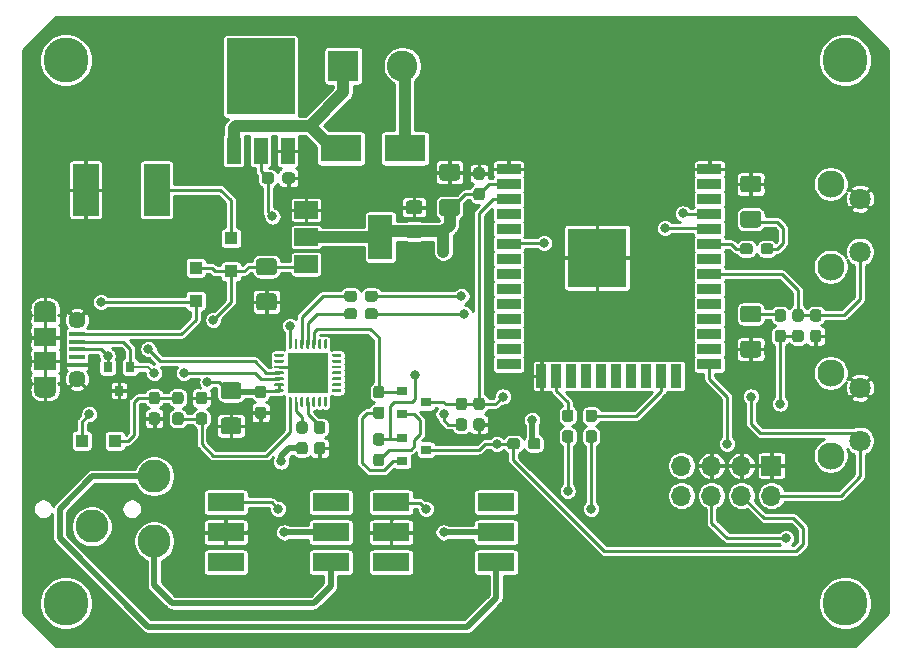
<source format=gbr>
%TF.GenerationSoftware,KiCad,Pcbnew,(5.1.6)-1*%
%TF.CreationDate,2020-08-23T15:31:51+02:00*%
%TF.ProjectId,ESP32MiniDrop,45535033-324d-4696-9e69-44726f702e6b,rev?*%
%TF.SameCoordinates,Original*%
%TF.FileFunction,Copper,L1,Top*%
%TF.FilePolarity,Positive*%
%FSLAX46Y46*%
G04 Gerber Fmt 4.6, Leading zero omitted, Abs format (unit mm)*
G04 Created by KiCad (PCBNEW (5.1.6)-1) date 2020-08-23 15:31:51*
%MOMM*%
%LPD*%
G01*
G04 APERTURE LIST*
%TA.AperFunction,ComponentPad*%
%ADD10C,1.800000*%
%TD*%
%TA.AperFunction,ComponentPad*%
%ADD11C,2.300000*%
%TD*%
%TA.AperFunction,ComponentPad*%
%ADD12O,1.700000X1.700000*%
%TD*%
%TA.AperFunction,ComponentPad*%
%ADD13R,1.700000X1.700000*%
%TD*%
%TA.AperFunction,ComponentPad*%
%ADD14C,2.600000*%
%TD*%
%TA.AperFunction,ComponentPad*%
%ADD15R,2.600000X2.600000*%
%TD*%
%TA.AperFunction,ComponentPad*%
%ADD16C,2.800000*%
%TD*%
%TA.AperFunction,ComponentPad*%
%ADD17C,3.800000*%
%TD*%
%TA.AperFunction,SMDPad,CuDef*%
%ADD18R,1.100000X1.100000*%
%TD*%
%TA.AperFunction,SMDPad,CuDef*%
%ADD19R,0.800000X0.900000*%
%TD*%
%TA.AperFunction,SMDPad,CuDef*%
%ADD20R,3.500000X2.300000*%
%TD*%
%TA.AperFunction,SMDPad,CuDef*%
%ADD21R,1.350000X0.400000*%
%TD*%
%TA.AperFunction,ComponentPad*%
%ADD22O,1.900000X1.200000*%
%TD*%
%TA.AperFunction,SMDPad,CuDef*%
%ADD23R,1.900000X1.200000*%
%TD*%
%TA.AperFunction,ComponentPad*%
%ADD24C,1.450000*%
%TD*%
%TA.AperFunction,SMDPad,CuDef*%
%ADD25R,1.900000X1.500000*%
%TD*%
%TA.AperFunction,ComponentPad*%
%ADD26R,2.200000X4.400000*%
%TD*%
%TA.AperFunction,SMDPad,CuDef*%
%ADD27R,0.900000X0.800000*%
%TD*%
%TA.AperFunction,SMDPad,CuDef*%
%ADD28R,3.350000X3.350000*%
%TD*%
%TA.AperFunction,SMDPad,CuDef*%
%ADD29R,2.000000X0.900000*%
%TD*%
%TA.AperFunction,SMDPad,CuDef*%
%ADD30R,0.900000X2.000000*%
%TD*%
%TA.AperFunction,SMDPad,CuDef*%
%ADD31R,5.000000X5.000000*%
%TD*%
%TA.AperFunction,SMDPad,CuDef*%
%ADD32R,2.000000X1.500000*%
%TD*%
%TA.AperFunction,SMDPad,CuDef*%
%ADD33R,2.000000X3.800000*%
%TD*%
%TA.AperFunction,SMDPad,CuDef*%
%ADD34R,3.100000X1.600000*%
%TD*%
%TA.AperFunction,SMDPad,CuDef*%
%ADD35R,5.800000X6.400000*%
%TD*%
%TA.AperFunction,SMDPad,CuDef*%
%ADD36R,1.200000X2.200000*%
%TD*%
%TA.AperFunction,ViaPad*%
%ADD37C,4.500000*%
%TD*%
%TA.AperFunction,ViaPad*%
%ADD38C,0.800000*%
%TD*%
%TA.AperFunction,Conductor*%
%ADD39C,0.250000*%
%TD*%
%TA.AperFunction,Conductor*%
%ADD40C,0.500000*%
%TD*%
%TA.AperFunction,Conductor*%
%ADD41C,1.000000*%
%TD*%
%TA.AperFunction,Conductor*%
%ADD42C,0.200000*%
%TD*%
G04 APERTURE END LIST*
D10*
%TO.P,SW1,2*%
%TO.N,GND*%
X71245000Y-31750000D03*
%TO.P,SW1,1*%
%TO.N,/EN*%
X71245000Y-36250000D03*
D11*
%TO.P,SW1,M*%
%TO.N,N/C*%
X68755000Y-30495000D03*
X68755000Y-37505000D03*
%TD*%
D12*
%TO.P,J5,8*%
%TO.N,/USB_RX*%
X56134000Y-40894000D03*
%TO.P,J5,7*%
%TO.N,/VREG_IN*%
X56134000Y-38354000D03*
%TO.P,J5,6*%
%TO.N,/USB_TX*%
X58674000Y-40894000D03*
%TO.P,J5,5*%
%TO.N,GND*%
X58674000Y-38354000D03*
%TO.P,J5,4*%
%TO.N,/IO0*%
X61214000Y-40894000D03*
%TO.P,J5,3*%
%TO.N,GND*%
X61214000Y-38354000D03*
%TO.P,J5,2*%
%TO.N,/EN*%
X63754000Y-40894000D03*
D13*
%TO.P,J5,1*%
%TO.N,GND*%
X63754000Y-38354000D03*
%TD*%
D14*
%TO.P,J4,2*%
%TO.N,+12V*%
X32500000Y-4500000D03*
D15*
%TO.P,J4,1*%
%TO.N,Net-(D7-Pad1)*%
X27500000Y-4500000D03*
%TD*%
D16*
%TO.P,J3,T*%
%TO.N,Net-(J3-PadT)*%
X11500000Y-39250000D03*
%TO.P,J3,R*%
%TO.N,Net-(J3-PadR)*%
X11500000Y-44750000D03*
%TO.P,J3,S*%
%TO.N,Net-(J3-PadS)*%
X6200000Y-43500000D03*
%TD*%
D17*
%TO.P,REF\u002A\u002A,1*%
%TO.N,N/C*%
X4000000Y-4000000D03*
%TD*%
%TO.P,C2,2*%
%TO.N,+3V3*%
%TA.AperFunction,SMDPad,CuDef*%
G36*
G01*
X18625000Y-32725000D02*
X17375000Y-32725000D01*
G75*
G02*
X17125000Y-32475000I0J250000D01*
G01*
X17125000Y-31550000D01*
G75*
G02*
X17375000Y-31300000I250000J0D01*
G01*
X18625000Y-31300000D01*
G75*
G02*
X18875000Y-31550000I0J-250000D01*
G01*
X18875000Y-32475000D01*
G75*
G02*
X18625000Y-32725000I-250000J0D01*
G01*
G37*
%TD.AperFunction*%
%TO.P,C2,1*%
%TO.N,GND*%
%TA.AperFunction,SMDPad,CuDef*%
G36*
G01*
X18625000Y-35700000D02*
X17375000Y-35700000D01*
G75*
G02*
X17125000Y-35450000I0J250000D01*
G01*
X17125000Y-34525000D01*
G75*
G02*
X17375000Y-34275000I250000J0D01*
G01*
X18625000Y-34275000D01*
G75*
G02*
X18875000Y-34525000I0J-250000D01*
G01*
X18875000Y-35450000D01*
G75*
G02*
X18625000Y-35700000I-250000J0D01*
G01*
G37*
%TD.AperFunction*%
%TD*%
%TO.P,C3,2*%
%TO.N,GND*%
%TA.AperFunction,SMDPad,CuDef*%
G36*
G01*
X20262500Y-33350000D02*
X20737500Y-33350000D01*
G75*
G02*
X20975000Y-33587500I0J-237500D01*
G01*
X20975000Y-34162500D01*
G75*
G02*
X20737500Y-34400000I-237500J0D01*
G01*
X20262500Y-34400000D01*
G75*
G02*
X20025000Y-34162500I0J237500D01*
G01*
X20025000Y-33587500D01*
G75*
G02*
X20262500Y-33350000I237500J0D01*
G01*
G37*
%TD.AperFunction*%
%TO.P,C3,1*%
%TO.N,+3V3*%
%TA.AperFunction,SMDPad,CuDef*%
G36*
G01*
X20262500Y-31600000D02*
X20737500Y-31600000D01*
G75*
G02*
X20975000Y-31837500I0J-237500D01*
G01*
X20975000Y-32412500D01*
G75*
G02*
X20737500Y-32650000I-237500J0D01*
G01*
X20262500Y-32650000D01*
G75*
G02*
X20025000Y-32412500I0J237500D01*
G01*
X20025000Y-31837500D01*
G75*
G02*
X20262500Y-31600000I237500J0D01*
G01*
G37*
%TD.AperFunction*%
%TD*%
%TO.P,C4,2*%
%TO.N,/EN*%
%TA.AperFunction,SMDPad,CuDef*%
G36*
G01*
X39237500Y-33650000D02*
X38762500Y-33650000D01*
G75*
G02*
X38525000Y-33412500I0J237500D01*
G01*
X38525000Y-32837500D01*
G75*
G02*
X38762500Y-32600000I237500J0D01*
G01*
X39237500Y-32600000D01*
G75*
G02*
X39475000Y-32837500I0J-237500D01*
G01*
X39475000Y-33412500D01*
G75*
G02*
X39237500Y-33650000I-237500J0D01*
G01*
G37*
%TD.AperFunction*%
%TO.P,C4,1*%
%TO.N,GND*%
%TA.AperFunction,SMDPad,CuDef*%
G36*
G01*
X39237500Y-35400000D02*
X38762500Y-35400000D01*
G75*
G02*
X38525000Y-35162500I0J237500D01*
G01*
X38525000Y-34587500D01*
G75*
G02*
X38762500Y-34350000I237500J0D01*
G01*
X39237500Y-34350000D01*
G75*
G02*
X39475000Y-34587500I0J-237500D01*
G01*
X39475000Y-35162500D01*
G75*
G02*
X39237500Y-35400000I-237500J0D01*
G01*
G37*
%TD.AperFunction*%
%TD*%
%TO.P,C5,2*%
%TO.N,+3V3*%
%TA.AperFunction,SMDPad,CuDef*%
G36*
G01*
X35875000Y-15775000D02*
X37125000Y-15775000D01*
G75*
G02*
X37375000Y-16025000I0J-250000D01*
G01*
X37375000Y-16950000D01*
G75*
G02*
X37125000Y-17200000I-250000J0D01*
G01*
X35875000Y-17200000D01*
G75*
G02*
X35625000Y-16950000I0J250000D01*
G01*
X35625000Y-16025000D01*
G75*
G02*
X35875000Y-15775000I250000J0D01*
G01*
G37*
%TD.AperFunction*%
%TO.P,C5,1*%
%TO.N,GND*%
%TA.AperFunction,SMDPad,CuDef*%
G36*
G01*
X35875000Y-12800000D02*
X37125000Y-12800000D01*
G75*
G02*
X37375000Y-13050000I0J-250000D01*
G01*
X37375000Y-13975000D01*
G75*
G02*
X37125000Y-14225000I-250000J0D01*
G01*
X35875000Y-14225000D01*
G75*
G02*
X35625000Y-13975000I0J250000D01*
G01*
X35625000Y-13050000D01*
G75*
G02*
X35875000Y-12800000I250000J0D01*
G01*
G37*
%TD.AperFunction*%
%TD*%
%TO.P,C6,2*%
%TO.N,/PairWitch_CTLI*%
%TA.AperFunction,SMDPad,CuDef*%
G36*
G01*
X67737500Y-26150000D02*
X67262500Y-26150000D01*
G75*
G02*
X67025000Y-25912500I0J237500D01*
G01*
X67025000Y-25337500D01*
G75*
G02*
X67262500Y-25100000I237500J0D01*
G01*
X67737500Y-25100000D01*
G75*
G02*
X67975000Y-25337500I0J-237500D01*
G01*
X67975000Y-25912500D01*
G75*
G02*
X67737500Y-26150000I-237500J0D01*
G01*
G37*
%TD.AperFunction*%
%TO.P,C6,1*%
%TO.N,GND*%
%TA.AperFunction,SMDPad,CuDef*%
G36*
G01*
X67737500Y-27900000D02*
X67262500Y-27900000D01*
G75*
G02*
X67025000Y-27662500I0J237500D01*
G01*
X67025000Y-27087500D01*
G75*
G02*
X67262500Y-26850000I237500J0D01*
G01*
X67737500Y-26850000D01*
G75*
G02*
X67975000Y-27087500I0J-237500D01*
G01*
X67975000Y-27662500D01*
G75*
G02*
X67737500Y-27900000I-237500J0D01*
G01*
G37*
%TD.AperFunction*%
%TD*%
%TO.P,C7,2*%
%TO.N,/VREG_IN*%
%TA.AperFunction,SMDPad,CuDef*%
G36*
G01*
X21625000Y-22225000D02*
X20375000Y-22225000D01*
G75*
G02*
X20125000Y-21975000I0J250000D01*
G01*
X20125000Y-21050000D01*
G75*
G02*
X20375000Y-20800000I250000J0D01*
G01*
X21625000Y-20800000D01*
G75*
G02*
X21875000Y-21050000I0J-250000D01*
G01*
X21875000Y-21975000D01*
G75*
G02*
X21625000Y-22225000I-250000J0D01*
G01*
G37*
%TD.AperFunction*%
%TO.P,C7,1*%
%TO.N,GND*%
%TA.AperFunction,SMDPad,CuDef*%
G36*
G01*
X21625000Y-25200000D02*
X20375000Y-25200000D01*
G75*
G02*
X20125000Y-24950000I0J250000D01*
G01*
X20125000Y-24025000D01*
G75*
G02*
X20375000Y-23775000I250000J0D01*
G01*
X21625000Y-23775000D01*
G75*
G02*
X21875000Y-24025000I0J-250000D01*
G01*
X21875000Y-24950000D01*
G75*
G02*
X21625000Y-25200000I-250000J0D01*
G01*
G37*
%TD.AperFunction*%
%TD*%
%TO.P,C8,2*%
%TO.N,GND*%
%TA.AperFunction,SMDPad,CuDef*%
G36*
G01*
X39237500Y-14150000D02*
X38762500Y-14150000D01*
G75*
G02*
X38525000Y-13912500I0J237500D01*
G01*
X38525000Y-13337500D01*
G75*
G02*
X38762500Y-13100000I237500J0D01*
G01*
X39237500Y-13100000D01*
G75*
G02*
X39475000Y-13337500I0J-237500D01*
G01*
X39475000Y-13912500D01*
G75*
G02*
X39237500Y-14150000I-237500J0D01*
G01*
G37*
%TD.AperFunction*%
%TO.P,C8,1*%
%TO.N,+3V3*%
%TA.AperFunction,SMDPad,CuDef*%
G36*
G01*
X39237500Y-15900000D02*
X38762500Y-15900000D01*
G75*
G02*
X38525000Y-15662500I0J237500D01*
G01*
X38525000Y-15087500D01*
G75*
G02*
X38762500Y-14850000I237500J0D01*
G01*
X39237500Y-14850000D01*
G75*
G02*
X39475000Y-15087500I0J-237500D01*
G01*
X39475000Y-15662500D01*
G75*
G02*
X39237500Y-15900000I-237500J0D01*
G01*
G37*
%TD.AperFunction*%
%TD*%
%TO.P,C9,2*%
%TO.N,GND*%
%TA.AperFunction,SMDPad,CuDef*%
G36*
G01*
X33950001Y-17050000D02*
X33049999Y-17050000D01*
G75*
G02*
X32800000Y-16800001I0J249999D01*
G01*
X32800000Y-16149999D01*
G75*
G02*
X33049999Y-15900000I249999J0D01*
G01*
X33950001Y-15900000D01*
G75*
G02*
X34200000Y-16149999I0J-249999D01*
G01*
X34200000Y-16800001D01*
G75*
G02*
X33950001Y-17050000I-249999J0D01*
G01*
G37*
%TD.AperFunction*%
%TO.P,C9,1*%
%TO.N,+3V3*%
%TA.AperFunction,SMDPad,CuDef*%
G36*
G01*
X33950001Y-19100000D02*
X33049999Y-19100000D01*
G75*
G02*
X32800000Y-18850001I0J249999D01*
G01*
X32800000Y-18199999D01*
G75*
G02*
X33049999Y-17950000I249999J0D01*
G01*
X33950001Y-17950000D01*
G75*
G02*
X34200000Y-18199999I0J-249999D01*
G01*
X34200000Y-18850001D01*
G75*
G02*
X33950001Y-19100000I-249999J0D01*
G01*
G37*
%TD.AperFunction*%
%TD*%
D18*
%TO.P,D1,2*%
%TO.N,/VUSB*%
X5350000Y-36250000D03*
%TO.P,D1,1*%
%TO.N,+5V*%
X8150000Y-36250000D03*
%TD*%
D19*
%TO.P,D2,3*%
%TO.N,GND*%
X8500000Y-32000000D03*
%TO.P,D2,2*%
%TO.N,/D+*%
X7550000Y-30000000D03*
%TO.P,D2,1*%
%TO.N,/D-*%
X9450000Y-30000000D03*
%TD*%
%TO.P,D3,2*%
%TO.N,Net-(D3-Pad2)*%
%TA.AperFunction,SMDPad,CuDef*%
G36*
G01*
X62625000Y-26225000D02*
X61375000Y-26225000D01*
G75*
G02*
X61125000Y-25975000I0J250000D01*
G01*
X61125000Y-25050000D01*
G75*
G02*
X61375000Y-24800000I250000J0D01*
G01*
X62625000Y-24800000D01*
G75*
G02*
X62875000Y-25050000I0J-250000D01*
G01*
X62875000Y-25975000D01*
G75*
G02*
X62625000Y-26225000I-250000J0D01*
G01*
G37*
%TD.AperFunction*%
%TO.P,D3,1*%
%TO.N,GND*%
%TA.AperFunction,SMDPad,CuDef*%
G36*
G01*
X62625000Y-29200000D02*
X61375000Y-29200000D01*
G75*
G02*
X61125000Y-28950000I0J250000D01*
G01*
X61125000Y-28025000D01*
G75*
G02*
X61375000Y-27775000I250000J0D01*
G01*
X62625000Y-27775000D01*
G75*
G02*
X62875000Y-28025000I0J-250000D01*
G01*
X62875000Y-28950000D01*
G75*
G02*
X62625000Y-29200000I-250000J0D01*
G01*
G37*
%TD.AperFunction*%
%TD*%
%TO.P,D4,2*%
%TO.N,Net-(D4-Pad2)*%
%TA.AperFunction,SMDPad,CuDef*%
G36*
G01*
X61375000Y-16775000D02*
X62625000Y-16775000D01*
G75*
G02*
X62875000Y-17025000I0J-250000D01*
G01*
X62875000Y-17950000D01*
G75*
G02*
X62625000Y-18200000I-250000J0D01*
G01*
X61375000Y-18200000D01*
G75*
G02*
X61125000Y-17950000I0J250000D01*
G01*
X61125000Y-17025000D01*
G75*
G02*
X61375000Y-16775000I250000J0D01*
G01*
G37*
%TD.AperFunction*%
%TO.P,D4,1*%
%TO.N,GND*%
%TA.AperFunction,SMDPad,CuDef*%
G36*
G01*
X61375000Y-13800000D02*
X62625000Y-13800000D01*
G75*
G02*
X62875000Y-14050000I0J-250000D01*
G01*
X62875000Y-14975000D01*
G75*
G02*
X62625000Y-15225000I-250000J0D01*
G01*
X61375000Y-15225000D01*
G75*
G02*
X61125000Y-14975000I0J250000D01*
G01*
X61125000Y-14050000D01*
G75*
G02*
X61375000Y-13800000I250000J0D01*
G01*
G37*
%TD.AperFunction*%
%TD*%
D18*
%TO.P,D5,2*%
%TO.N,/VUSB*%
X15000000Y-24400000D03*
%TO.P,D5,1*%
%TO.N,/VREG_IN*%
X15000000Y-21600000D03*
%TD*%
%TO.P,D6,2*%
%TO.N,+12V*%
X18000000Y-19100000D03*
%TO.P,D6,1*%
%TO.N,/VREG_IN*%
X18000000Y-21900000D03*
%TD*%
D20*
%TO.P,D7,2*%
%TO.N,+12V*%
X32700000Y-11500000D03*
%TO.P,D7,1*%
%TO.N,Net-(D7-Pad1)*%
X27300000Y-11500000D03*
%TD*%
D21*
%TO.P,J1,3*%
%TO.N,/D+*%
X4962500Y-28500000D03*
D22*
%TO.P,J1,6*%
%TO.N,GND*%
X2262500Y-25000000D03*
X2262500Y-32000000D03*
D23*
X2262500Y-31400000D03*
X2262500Y-25600000D03*
D21*
%TO.P,J1,4*%
%TO.N,Net-(J1-Pad4)*%
X4962500Y-29150000D03*
D24*
%TO.P,J1,6*%
%TO.N,GND*%
X4962500Y-31000000D03*
D25*
X2262500Y-27500000D03*
D24*
X4962500Y-26000000D03*
D21*
%TO.P,J1,2*%
%TO.N,/D-*%
X4962500Y-27850000D03*
D25*
%TO.P,J1,6*%
%TO.N,GND*%
X2262500Y-29500000D03*
D21*
%TO.P,J1,1*%
%TO.N,/VUSB*%
X4962500Y-27200000D03*
%TO.P,J1,5*%
%TO.N,GND*%
X4962500Y-29800000D03*
%TD*%
D26*
%TO.P,J2,2*%
%TO.N,GND*%
X5700000Y-15000000D03*
%TO.P,J2,1*%
%TO.N,+12V*%
X11700000Y-15000000D03*
%TD*%
D27*
%TO.P,Q1,3*%
%TO.N,/EN*%
X34500000Y-33000000D03*
%TO.P,Q1,2*%
%TO.N,Net-(Q1-Pad2)*%
X32500000Y-33950000D03*
%TO.P,Q1,1*%
%TO.N,/RTS*%
X32500000Y-32050000D03*
%TD*%
%TO.P,Q2,3*%
%TO.N,/IO0*%
X34500000Y-37000000D03*
%TO.P,Q2,2*%
%TO.N,Net-(Q2-Pad2)*%
X32500000Y-37950000D03*
%TO.P,Q2,1*%
%TO.N,/DTR*%
X32500000Y-36050000D03*
%TD*%
%TO.P,R1,2*%
%TO.N,/DTR*%
%TA.AperFunction,SMDPad,CuDef*%
G36*
G01*
X30737500Y-36650000D02*
X30262500Y-36650000D01*
G75*
G02*
X30025000Y-36412500I0J237500D01*
G01*
X30025000Y-35837500D01*
G75*
G02*
X30262500Y-35600000I237500J0D01*
G01*
X30737500Y-35600000D01*
G75*
G02*
X30975000Y-35837500I0J-237500D01*
G01*
X30975000Y-36412500D01*
G75*
G02*
X30737500Y-36650000I-237500J0D01*
G01*
G37*
%TD.AperFunction*%
%TO.P,R1,1*%
%TO.N,Net-(Q1-Pad2)*%
%TA.AperFunction,SMDPad,CuDef*%
G36*
G01*
X30737500Y-38400000D02*
X30262500Y-38400000D01*
G75*
G02*
X30025000Y-38162500I0J237500D01*
G01*
X30025000Y-37587500D01*
G75*
G02*
X30262500Y-37350000I237500J0D01*
G01*
X30737500Y-37350000D01*
G75*
G02*
X30975000Y-37587500I0J-237500D01*
G01*
X30975000Y-38162500D01*
G75*
G02*
X30737500Y-38400000I-237500J0D01*
G01*
G37*
%TD.AperFunction*%
%TD*%
%TO.P,R2,2*%
%TO.N,/RTS*%
%TA.AperFunction,SMDPad,CuDef*%
G36*
G01*
X30737500Y-32650000D02*
X30262500Y-32650000D01*
G75*
G02*
X30025000Y-32412500I0J237500D01*
G01*
X30025000Y-31837500D01*
G75*
G02*
X30262500Y-31600000I237500J0D01*
G01*
X30737500Y-31600000D01*
G75*
G02*
X30975000Y-31837500I0J-237500D01*
G01*
X30975000Y-32412500D01*
G75*
G02*
X30737500Y-32650000I-237500J0D01*
G01*
G37*
%TD.AperFunction*%
%TO.P,R2,1*%
%TO.N,Net-(Q2-Pad2)*%
%TA.AperFunction,SMDPad,CuDef*%
G36*
G01*
X30737500Y-34400000D02*
X30262500Y-34400000D01*
G75*
G02*
X30025000Y-34162500I0J237500D01*
G01*
X30025000Y-33587500D01*
G75*
G02*
X30262500Y-33350000I237500J0D01*
G01*
X30737500Y-33350000D01*
G75*
G02*
X30975000Y-33587500I0J-237500D01*
G01*
X30975000Y-34162500D01*
G75*
G02*
X30737500Y-34400000I-237500J0D01*
G01*
G37*
%TD.AperFunction*%
%TD*%
%TO.P,R3,2*%
%TO.N,+5V*%
%TA.AperFunction,SMDPad,CuDef*%
G36*
G01*
X13737500Y-33150000D02*
X13262500Y-33150000D01*
G75*
G02*
X13025000Y-32912500I0J237500D01*
G01*
X13025000Y-32337500D01*
G75*
G02*
X13262500Y-32100000I237500J0D01*
G01*
X13737500Y-32100000D01*
G75*
G02*
X13975000Y-32337500I0J-237500D01*
G01*
X13975000Y-32912500D01*
G75*
G02*
X13737500Y-33150000I-237500J0D01*
G01*
G37*
%TD.AperFunction*%
%TO.P,R3,1*%
%TO.N,/VBUS*%
%TA.AperFunction,SMDPad,CuDef*%
G36*
G01*
X13737500Y-34900000D02*
X13262500Y-34900000D01*
G75*
G02*
X13025000Y-34662500I0J237500D01*
G01*
X13025000Y-34087500D01*
G75*
G02*
X13262500Y-33850000I237500J0D01*
G01*
X13737500Y-33850000D01*
G75*
G02*
X13975000Y-34087500I0J-237500D01*
G01*
X13975000Y-34662500D01*
G75*
G02*
X13737500Y-34900000I-237500J0D01*
G01*
G37*
%TD.AperFunction*%
%TD*%
%TO.P,R4,2*%
%TO.N,/VBUS*%
%TA.AperFunction,SMDPad,CuDef*%
G36*
G01*
X15262500Y-33850000D02*
X15737500Y-33850000D01*
G75*
G02*
X15975000Y-34087500I0J-237500D01*
G01*
X15975000Y-34662500D01*
G75*
G02*
X15737500Y-34900000I-237500J0D01*
G01*
X15262500Y-34900000D01*
G75*
G02*
X15025000Y-34662500I0J237500D01*
G01*
X15025000Y-34087500D01*
G75*
G02*
X15262500Y-33850000I237500J0D01*
G01*
G37*
%TD.AperFunction*%
%TO.P,R4,1*%
%TO.N,GND*%
%TA.AperFunction,SMDPad,CuDef*%
G36*
G01*
X15262500Y-32100000D02*
X15737500Y-32100000D01*
G75*
G02*
X15975000Y-32337500I0J-237500D01*
G01*
X15975000Y-32912500D01*
G75*
G02*
X15737500Y-33150000I-237500J0D01*
G01*
X15262500Y-33150000D01*
G75*
G02*
X15025000Y-32912500I0J237500D01*
G01*
X15025000Y-32337500D01*
G75*
G02*
X15262500Y-32100000I237500J0D01*
G01*
G37*
%TD.AperFunction*%
%TD*%
%TO.P,R5,2*%
%TO.N,Net-(R5-Pad2)*%
%TA.AperFunction,SMDPad,CuDef*%
G36*
G01*
X24237500Y-35650000D02*
X23762500Y-35650000D01*
G75*
G02*
X23525000Y-35412500I0J237500D01*
G01*
X23525000Y-34837500D01*
G75*
G02*
X23762500Y-34600000I237500J0D01*
G01*
X24237500Y-34600000D01*
G75*
G02*
X24475000Y-34837500I0J-237500D01*
G01*
X24475000Y-35412500D01*
G75*
G02*
X24237500Y-35650000I-237500J0D01*
G01*
G37*
%TD.AperFunction*%
%TO.P,R5,1*%
%TO.N,+3V3*%
%TA.AperFunction,SMDPad,CuDef*%
G36*
G01*
X24237500Y-37400000D02*
X23762500Y-37400000D01*
G75*
G02*
X23525000Y-37162500I0J237500D01*
G01*
X23525000Y-36587500D01*
G75*
G02*
X23762500Y-36350000I237500J0D01*
G01*
X24237500Y-36350000D01*
G75*
G02*
X24475000Y-36587500I0J-237500D01*
G01*
X24475000Y-37162500D01*
G75*
G02*
X24237500Y-37400000I-237500J0D01*
G01*
G37*
%TD.AperFunction*%
%TD*%
%TO.P,R6,2*%
%TO.N,/IO0*%
%TA.AperFunction,SMDPad,CuDef*%
G36*
G01*
X42450000Y-36262500D02*
X42450000Y-36737500D01*
G75*
G02*
X42212500Y-36975000I-237500J0D01*
G01*
X41637500Y-36975000D01*
G75*
G02*
X41400000Y-36737500I0J237500D01*
G01*
X41400000Y-36262500D01*
G75*
G02*
X41637500Y-36025000I237500J0D01*
G01*
X42212500Y-36025000D01*
G75*
G02*
X42450000Y-36262500I0J-237500D01*
G01*
G37*
%TD.AperFunction*%
%TO.P,R6,1*%
%TO.N,+3V3*%
%TA.AperFunction,SMDPad,CuDef*%
G36*
G01*
X44200000Y-36262500D02*
X44200000Y-36737500D01*
G75*
G02*
X43962500Y-36975000I-237500J0D01*
G01*
X43387500Y-36975000D01*
G75*
G02*
X43150000Y-36737500I0J237500D01*
G01*
X43150000Y-36262500D01*
G75*
G02*
X43387500Y-36025000I237500J0D01*
G01*
X43962500Y-36025000D01*
G75*
G02*
X44200000Y-36262500I0J-237500D01*
G01*
G37*
%TD.AperFunction*%
%TD*%
%TO.P,R7,2*%
%TO.N,/EN*%
%TA.AperFunction,SMDPad,CuDef*%
G36*
G01*
X37737500Y-33650000D02*
X37262500Y-33650000D01*
G75*
G02*
X37025000Y-33412500I0J237500D01*
G01*
X37025000Y-32837500D01*
G75*
G02*
X37262500Y-32600000I237500J0D01*
G01*
X37737500Y-32600000D01*
G75*
G02*
X37975000Y-32837500I0J-237500D01*
G01*
X37975000Y-33412500D01*
G75*
G02*
X37737500Y-33650000I-237500J0D01*
G01*
G37*
%TD.AperFunction*%
%TO.P,R7,1*%
%TO.N,+3V3*%
%TA.AperFunction,SMDPad,CuDef*%
G36*
G01*
X37737500Y-35400000D02*
X37262500Y-35400000D01*
G75*
G02*
X37025000Y-35162500I0J237500D01*
G01*
X37025000Y-34587500D01*
G75*
G02*
X37262500Y-34350000I237500J0D01*
G01*
X37737500Y-34350000D01*
G75*
G02*
X37975000Y-34587500I0J-237500D01*
G01*
X37975000Y-35162500D01*
G75*
G02*
X37737500Y-35400000I-237500J0D01*
G01*
G37*
%TD.AperFunction*%
%TD*%
%TO.P,R8,2*%
%TO.N,Net-(R8-Pad2)*%
%TA.AperFunction,SMDPad,CuDef*%
G36*
G01*
X28650000Y-25262500D02*
X28650000Y-25737500D01*
G75*
G02*
X28412500Y-25975000I-237500J0D01*
G01*
X27837500Y-25975000D01*
G75*
G02*
X27600000Y-25737500I0J237500D01*
G01*
X27600000Y-25262500D01*
G75*
G02*
X27837500Y-25025000I237500J0D01*
G01*
X28412500Y-25025000D01*
G75*
G02*
X28650000Y-25262500I0J-237500D01*
G01*
G37*
%TD.AperFunction*%
%TO.P,R8,1*%
%TO.N,/USB_RX*%
%TA.AperFunction,SMDPad,CuDef*%
G36*
G01*
X30400000Y-25262500D02*
X30400000Y-25737500D01*
G75*
G02*
X30162500Y-25975000I-237500J0D01*
G01*
X29587500Y-25975000D01*
G75*
G02*
X29350000Y-25737500I0J237500D01*
G01*
X29350000Y-25262500D01*
G75*
G02*
X29587500Y-25025000I237500J0D01*
G01*
X30162500Y-25025000D01*
G75*
G02*
X30400000Y-25262500I0J-237500D01*
G01*
G37*
%TD.AperFunction*%
%TD*%
%TO.P,R9,2*%
%TO.N,Net-(R9-Pad2)*%
%TA.AperFunction,SMDPad,CuDef*%
G36*
G01*
X28650000Y-23762500D02*
X28650000Y-24237500D01*
G75*
G02*
X28412500Y-24475000I-237500J0D01*
G01*
X27837500Y-24475000D01*
G75*
G02*
X27600000Y-24237500I0J237500D01*
G01*
X27600000Y-23762500D01*
G75*
G02*
X27837500Y-23525000I237500J0D01*
G01*
X28412500Y-23525000D01*
G75*
G02*
X28650000Y-23762500I0J-237500D01*
G01*
G37*
%TD.AperFunction*%
%TO.P,R9,1*%
%TO.N,/USB_TX*%
%TA.AperFunction,SMDPad,CuDef*%
G36*
G01*
X30400000Y-23762500D02*
X30400000Y-24237500D01*
G75*
G02*
X30162500Y-24475000I-237500J0D01*
G01*
X29587500Y-24475000D01*
G75*
G02*
X29350000Y-24237500I0J237500D01*
G01*
X29350000Y-23762500D01*
G75*
G02*
X29587500Y-23525000I237500J0D01*
G01*
X30162500Y-23525000D01*
G75*
G02*
X30400000Y-23762500I0J-237500D01*
G01*
G37*
%TD.AperFunction*%
%TD*%
%TO.P,R10,2*%
%TO.N,Net-(R10-Pad2)*%
%TA.AperFunction,SMDPad,CuDef*%
G36*
G01*
X25737500Y-35650000D02*
X25262500Y-35650000D01*
G75*
G02*
X25025000Y-35412500I0J237500D01*
G01*
X25025000Y-34837500D01*
G75*
G02*
X25262500Y-34600000I237500J0D01*
G01*
X25737500Y-34600000D01*
G75*
G02*
X25975000Y-34837500I0J-237500D01*
G01*
X25975000Y-35412500D01*
G75*
G02*
X25737500Y-35650000I-237500J0D01*
G01*
G37*
%TD.AperFunction*%
%TO.P,R10,1*%
%TO.N,GND*%
%TA.AperFunction,SMDPad,CuDef*%
G36*
G01*
X25737500Y-37400000D02*
X25262500Y-37400000D01*
G75*
G02*
X25025000Y-37162500I0J237500D01*
G01*
X25025000Y-36587500D01*
G75*
G02*
X25262500Y-36350000I237500J0D01*
G01*
X25737500Y-36350000D01*
G75*
G02*
X25975000Y-36587500I0J-237500D01*
G01*
X25975000Y-37162500D01*
G75*
G02*
X25737500Y-37400000I-237500J0D01*
G01*
G37*
%TD.AperFunction*%
%TD*%
%TO.P,R13,2*%
%TO.N,/PairWitch_CTLI*%
%TA.AperFunction,SMDPad,CuDef*%
G36*
G01*
X66237500Y-26150000D02*
X65762500Y-26150000D01*
G75*
G02*
X65525000Y-25912500I0J237500D01*
G01*
X65525000Y-25337500D01*
G75*
G02*
X65762500Y-25100000I237500J0D01*
G01*
X66237500Y-25100000D01*
G75*
G02*
X66475000Y-25337500I0J-237500D01*
G01*
X66475000Y-25912500D01*
G75*
G02*
X66237500Y-26150000I-237500J0D01*
G01*
G37*
%TD.AperFunction*%
%TO.P,R13,1*%
%TO.N,+3V3*%
%TA.AperFunction,SMDPad,CuDef*%
G36*
G01*
X66237500Y-27900000D02*
X65762500Y-27900000D01*
G75*
G02*
X65525000Y-27662500I0J237500D01*
G01*
X65525000Y-27087500D01*
G75*
G02*
X65762500Y-26850000I237500J0D01*
G01*
X66237500Y-26850000D01*
G75*
G02*
X66475000Y-27087500I0J-237500D01*
G01*
X66475000Y-27662500D01*
G75*
G02*
X66237500Y-27900000I-237500J0D01*
G01*
G37*
%TD.AperFunction*%
%TD*%
%TO.P,R16,2*%
%TO.N,GND*%
%TA.AperFunction,SMDPad,CuDef*%
G36*
G01*
X22350000Y-14237500D02*
X22350000Y-13762500D01*
G75*
G02*
X22587500Y-13525000I237500J0D01*
G01*
X23162500Y-13525000D01*
G75*
G02*
X23400000Y-13762500I0J-237500D01*
G01*
X23400000Y-14237500D01*
G75*
G02*
X23162500Y-14475000I-237500J0D01*
G01*
X22587500Y-14475000D01*
G75*
G02*
X22350000Y-14237500I0J237500D01*
G01*
G37*
%TD.AperFunction*%
%TO.P,R16,1*%
%TO.N,Solenoid_1_CTLO*%
%TA.AperFunction,SMDPad,CuDef*%
G36*
G01*
X20600000Y-14237500D02*
X20600000Y-13762500D01*
G75*
G02*
X20837500Y-13525000I237500J0D01*
G01*
X21412500Y-13525000D01*
G75*
G02*
X21650000Y-13762500I0J-237500D01*
G01*
X21650000Y-14237500D01*
G75*
G02*
X21412500Y-14475000I-237500J0D01*
G01*
X20837500Y-14475000D01*
G75*
G02*
X20600000Y-14237500I0J237500D01*
G01*
G37*
%TD.AperFunction*%
%TD*%
D10*
%TO.P,SW2,2*%
%TO.N,GND*%
X71245000Y-15750000D03*
%TO.P,SW2,1*%
%TO.N,/PairWitch_CTLI*%
X71245000Y-20250000D03*
D11*
%TO.P,SW2,M*%
%TO.N,N/C*%
X68755000Y-14495000D03*
X68755000Y-21505000D03*
%TD*%
D28*
%TO.P,U1,29*%
%TO.N,GND*%
X24500000Y-30500000D03*
%TO.P,U1,28*%
%TO.N,/DTR*%
%TA.AperFunction,SMDPad,CuDef*%
G36*
G01*
X22875000Y-28387500D02*
X22875000Y-27712500D01*
G75*
G02*
X22937500Y-27650000I62500J0D01*
G01*
X23062500Y-27650000D01*
G75*
G02*
X23125000Y-27712500I0J-62500D01*
G01*
X23125000Y-28387500D01*
G75*
G02*
X23062500Y-28450000I-62500J0D01*
G01*
X22937500Y-28450000D01*
G75*
G02*
X22875000Y-28387500I0J62500D01*
G01*
G37*
%TD.AperFunction*%
%TO.P,U1,27*%
%TO.N,Net-(U1-Pad27)*%
%TA.AperFunction,SMDPad,CuDef*%
G36*
G01*
X23375000Y-28387500D02*
X23375000Y-27712500D01*
G75*
G02*
X23437500Y-27650000I62500J0D01*
G01*
X23562500Y-27650000D01*
G75*
G02*
X23625000Y-27712500I0J-62500D01*
G01*
X23625000Y-28387500D01*
G75*
G02*
X23562500Y-28450000I-62500J0D01*
G01*
X23437500Y-28450000D01*
G75*
G02*
X23375000Y-28387500I0J62500D01*
G01*
G37*
%TD.AperFunction*%
%TO.P,U1,26*%
%TO.N,Net-(R9-Pad2)*%
%TA.AperFunction,SMDPad,CuDef*%
G36*
G01*
X23875000Y-28387500D02*
X23875000Y-27712500D01*
G75*
G02*
X23937500Y-27650000I62500J0D01*
G01*
X24062500Y-27650000D01*
G75*
G02*
X24125000Y-27712500I0J-62500D01*
G01*
X24125000Y-28387500D01*
G75*
G02*
X24062500Y-28450000I-62500J0D01*
G01*
X23937500Y-28450000D01*
G75*
G02*
X23875000Y-28387500I0J62500D01*
G01*
G37*
%TD.AperFunction*%
%TO.P,U1,25*%
%TO.N,Net-(R8-Pad2)*%
%TA.AperFunction,SMDPad,CuDef*%
G36*
G01*
X24375000Y-28387500D02*
X24375000Y-27712500D01*
G75*
G02*
X24437500Y-27650000I62500J0D01*
G01*
X24562500Y-27650000D01*
G75*
G02*
X24625000Y-27712500I0J-62500D01*
G01*
X24625000Y-28387500D01*
G75*
G02*
X24562500Y-28450000I-62500J0D01*
G01*
X24437500Y-28450000D01*
G75*
G02*
X24375000Y-28387500I0J62500D01*
G01*
G37*
%TD.AperFunction*%
%TO.P,U1,24*%
%TO.N,/RTS*%
%TA.AperFunction,SMDPad,CuDef*%
G36*
G01*
X24875000Y-28387500D02*
X24875000Y-27712500D01*
G75*
G02*
X24937500Y-27650000I62500J0D01*
G01*
X25062500Y-27650000D01*
G75*
G02*
X25125000Y-27712500I0J-62500D01*
G01*
X25125000Y-28387500D01*
G75*
G02*
X25062500Y-28450000I-62500J0D01*
G01*
X24937500Y-28450000D01*
G75*
G02*
X24875000Y-28387500I0J62500D01*
G01*
G37*
%TD.AperFunction*%
%TO.P,U1,23*%
%TO.N,Net-(U1-Pad23)*%
%TA.AperFunction,SMDPad,CuDef*%
G36*
G01*
X25375000Y-28387500D02*
X25375000Y-27712500D01*
G75*
G02*
X25437500Y-27650000I62500J0D01*
G01*
X25562500Y-27650000D01*
G75*
G02*
X25625000Y-27712500I0J-62500D01*
G01*
X25625000Y-28387500D01*
G75*
G02*
X25562500Y-28450000I-62500J0D01*
G01*
X25437500Y-28450000D01*
G75*
G02*
X25375000Y-28387500I0J62500D01*
G01*
G37*
%TD.AperFunction*%
%TO.P,U1,22*%
%TO.N,Net-(U1-Pad22)*%
%TA.AperFunction,SMDPad,CuDef*%
G36*
G01*
X25875000Y-28387500D02*
X25875000Y-27712500D01*
G75*
G02*
X25937500Y-27650000I62500J0D01*
G01*
X26062500Y-27650000D01*
G75*
G02*
X26125000Y-27712500I0J-62500D01*
G01*
X26125000Y-28387500D01*
G75*
G02*
X26062500Y-28450000I-62500J0D01*
G01*
X25937500Y-28450000D01*
G75*
G02*
X25875000Y-28387500I0J62500D01*
G01*
G37*
%TD.AperFunction*%
%TO.P,U1,21*%
%TO.N,Net-(U1-Pad21)*%
%TA.AperFunction,SMDPad,CuDef*%
G36*
G01*
X26550000Y-29062500D02*
X26550000Y-28937500D01*
G75*
G02*
X26612500Y-28875000I62500J0D01*
G01*
X27287500Y-28875000D01*
G75*
G02*
X27350000Y-28937500I0J-62500D01*
G01*
X27350000Y-29062500D01*
G75*
G02*
X27287500Y-29125000I-62500J0D01*
G01*
X26612500Y-29125000D01*
G75*
G02*
X26550000Y-29062500I0J62500D01*
G01*
G37*
%TD.AperFunction*%
%TO.P,U1,20*%
%TO.N,Net-(U1-Pad20)*%
%TA.AperFunction,SMDPad,CuDef*%
G36*
G01*
X26550000Y-29562500D02*
X26550000Y-29437500D01*
G75*
G02*
X26612500Y-29375000I62500J0D01*
G01*
X27287500Y-29375000D01*
G75*
G02*
X27350000Y-29437500I0J-62500D01*
G01*
X27350000Y-29562500D01*
G75*
G02*
X27287500Y-29625000I-62500J0D01*
G01*
X26612500Y-29625000D01*
G75*
G02*
X26550000Y-29562500I0J62500D01*
G01*
G37*
%TD.AperFunction*%
%TO.P,U1,19*%
%TO.N,Net-(U1-Pad19)*%
%TA.AperFunction,SMDPad,CuDef*%
G36*
G01*
X26550000Y-30062500D02*
X26550000Y-29937500D01*
G75*
G02*
X26612500Y-29875000I62500J0D01*
G01*
X27287500Y-29875000D01*
G75*
G02*
X27350000Y-29937500I0J-62500D01*
G01*
X27350000Y-30062500D01*
G75*
G02*
X27287500Y-30125000I-62500J0D01*
G01*
X26612500Y-30125000D01*
G75*
G02*
X26550000Y-30062500I0J62500D01*
G01*
G37*
%TD.AperFunction*%
%TO.P,U1,18*%
%TO.N,Net-(U1-Pad18)*%
%TA.AperFunction,SMDPad,CuDef*%
G36*
G01*
X26550000Y-30562500D02*
X26550000Y-30437500D01*
G75*
G02*
X26612500Y-30375000I62500J0D01*
G01*
X27287500Y-30375000D01*
G75*
G02*
X27350000Y-30437500I0J-62500D01*
G01*
X27350000Y-30562500D01*
G75*
G02*
X27287500Y-30625000I-62500J0D01*
G01*
X26612500Y-30625000D01*
G75*
G02*
X26550000Y-30562500I0J62500D01*
G01*
G37*
%TD.AperFunction*%
%TO.P,U1,17*%
%TO.N,Net-(U1-Pad17)*%
%TA.AperFunction,SMDPad,CuDef*%
G36*
G01*
X26550000Y-31062500D02*
X26550000Y-30937500D01*
G75*
G02*
X26612500Y-30875000I62500J0D01*
G01*
X27287500Y-30875000D01*
G75*
G02*
X27350000Y-30937500I0J-62500D01*
G01*
X27350000Y-31062500D01*
G75*
G02*
X27287500Y-31125000I-62500J0D01*
G01*
X26612500Y-31125000D01*
G75*
G02*
X26550000Y-31062500I0J62500D01*
G01*
G37*
%TD.AperFunction*%
%TO.P,U1,16*%
%TO.N,Net-(U1-Pad16)*%
%TA.AperFunction,SMDPad,CuDef*%
G36*
G01*
X26550000Y-31562500D02*
X26550000Y-31437500D01*
G75*
G02*
X26612500Y-31375000I62500J0D01*
G01*
X27287500Y-31375000D01*
G75*
G02*
X27350000Y-31437500I0J-62500D01*
G01*
X27350000Y-31562500D01*
G75*
G02*
X27287500Y-31625000I-62500J0D01*
G01*
X26612500Y-31625000D01*
G75*
G02*
X26550000Y-31562500I0J62500D01*
G01*
G37*
%TD.AperFunction*%
%TO.P,U1,15*%
%TO.N,Net-(U1-Pad15)*%
%TA.AperFunction,SMDPad,CuDef*%
G36*
G01*
X26550000Y-32062500D02*
X26550000Y-31937500D01*
G75*
G02*
X26612500Y-31875000I62500J0D01*
G01*
X27287500Y-31875000D01*
G75*
G02*
X27350000Y-31937500I0J-62500D01*
G01*
X27350000Y-32062500D01*
G75*
G02*
X27287500Y-32125000I-62500J0D01*
G01*
X26612500Y-32125000D01*
G75*
G02*
X26550000Y-32062500I0J62500D01*
G01*
G37*
%TD.AperFunction*%
%TO.P,U1,14*%
%TO.N,Net-(U1-Pad14)*%
%TA.AperFunction,SMDPad,CuDef*%
G36*
G01*
X25875000Y-33287500D02*
X25875000Y-32612500D01*
G75*
G02*
X25937500Y-32550000I62500J0D01*
G01*
X26062500Y-32550000D01*
G75*
G02*
X26125000Y-32612500I0J-62500D01*
G01*
X26125000Y-33287500D01*
G75*
G02*
X26062500Y-33350000I-62500J0D01*
G01*
X25937500Y-33350000D01*
G75*
G02*
X25875000Y-33287500I0J62500D01*
G01*
G37*
%TD.AperFunction*%
%TO.P,U1,13*%
%TO.N,Net-(U1-Pad13)*%
%TA.AperFunction,SMDPad,CuDef*%
G36*
G01*
X25375000Y-33287500D02*
X25375000Y-32612500D01*
G75*
G02*
X25437500Y-32550000I62500J0D01*
G01*
X25562500Y-32550000D01*
G75*
G02*
X25625000Y-32612500I0J-62500D01*
G01*
X25625000Y-33287500D01*
G75*
G02*
X25562500Y-33350000I-62500J0D01*
G01*
X25437500Y-33350000D01*
G75*
G02*
X25375000Y-33287500I0J62500D01*
G01*
G37*
%TD.AperFunction*%
%TO.P,U1,12*%
%TO.N,Net-(U1-Pad12)*%
%TA.AperFunction,SMDPad,CuDef*%
G36*
G01*
X24875000Y-33287500D02*
X24875000Y-32612500D01*
G75*
G02*
X24937500Y-32550000I62500J0D01*
G01*
X25062500Y-32550000D01*
G75*
G02*
X25125000Y-32612500I0J-62500D01*
G01*
X25125000Y-33287500D01*
G75*
G02*
X25062500Y-33350000I-62500J0D01*
G01*
X24937500Y-33350000D01*
G75*
G02*
X24875000Y-33287500I0J62500D01*
G01*
G37*
%TD.AperFunction*%
%TO.P,U1,11*%
%TO.N,Net-(R10-Pad2)*%
%TA.AperFunction,SMDPad,CuDef*%
G36*
G01*
X24375000Y-33287500D02*
X24375000Y-32612500D01*
G75*
G02*
X24437500Y-32550000I62500J0D01*
G01*
X24562500Y-32550000D01*
G75*
G02*
X24625000Y-32612500I0J-62500D01*
G01*
X24625000Y-33287500D01*
G75*
G02*
X24562500Y-33350000I-62500J0D01*
G01*
X24437500Y-33350000D01*
G75*
G02*
X24375000Y-33287500I0J62500D01*
G01*
G37*
%TD.AperFunction*%
%TO.P,U1,10*%
%TO.N,Net-(U1-Pad10)*%
%TA.AperFunction,SMDPad,CuDef*%
G36*
G01*
X23875000Y-33287500D02*
X23875000Y-32612500D01*
G75*
G02*
X23937500Y-32550000I62500J0D01*
G01*
X24062500Y-32550000D01*
G75*
G02*
X24125000Y-32612500I0J-62500D01*
G01*
X24125000Y-33287500D01*
G75*
G02*
X24062500Y-33350000I-62500J0D01*
G01*
X23937500Y-33350000D01*
G75*
G02*
X23875000Y-33287500I0J62500D01*
G01*
G37*
%TD.AperFunction*%
%TO.P,U1,9*%
%TO.N,Net-(R5-Pad2)*%
%TA.AperFunction,SMDPad,CuDef*%
G36*
G01*
X23375000Y-33287500D02*
X23375000Y-32612500D01*
G75*
G02*
X23437500Y-32550000I62500J0D01*
G01*
X23562500Y-32550000D01*
G75*
G02*
X23625000Y-32612500I0J-62500D01*
G01*
X23625000Y-33287500D01*
G75*
G02*
X23562500Y-33350000I-62500J0D01*
G01*
X23437500Y-33350000D01*
G75*
G02*
X23375000Y-33287500I0J62500D01*
G01*
G37*
%TD.AperFunction*%
%TO.P,U1,8*%
%TO.N,/VBUS*%
%TA.AperFunction,SMDPad,CuDef*%
G36*
G01*
X22875000Y-33287500D02*
X22875000Y-32612500D01*
G75*
G02*
X22937500Y-32550000I62500J0D01*
G01*
X23062500Y-32550000D01*
G75*
G02*
X23125000Y-32612500I0J-62500D01*
G01*
X23125000Y-33287500D01*
G75*
G02*
X23062500Y-33350000I-62500J0D01*
G01*
X22937500Y-33350000D01*
G75*
G02*
X22875000Y-33287500I0J62500D01*
G01*
G37*
%TD.AperFunction*%
%TO.P,U1,7*%
%TO.N,+3V3*%
%TA.AperFunction,SMDPad,CuDef*%
G36*
G01*
X21650000Y-32062500D02*
X21650000Y-31937500D01*
G75*
G02*
X21712500Y-31875000I62500J0D01*
G01*
X22387500Y-31875000D01*
G75*
G02*
X22450000Y-31937500I0J-62500D01*
G01*
X22450000Y-32062500D01*
G75*
G02*
X22387500Y-32125000I-62500J0D01*
G01*
X21712500Y-32125000D01*
G75*
G02*
X21650000Y-32062500I0J62500D01*
G01*
G37*
%TD.AperFunction*%
%TO.P,U1,6*%
%TA.AperFunction,SMDPad,CuDef*%
G36*
G01*
X21650000Y-31562500D02*
X21650000Y-31437500D01*
G75*
G02*
X21712500Y-31375000I62500J0D01*
G01*
X22387500Y-31375000D01*
G75*
G02*
X22450000Y-31437500I0J-62500D01*
G01*
X22450000Y-31562500D01*
G75*
G02*
X22387500Y-31625000I-62500J0D01*
G01*
X21712500Y-31625000D01*
G75*
G02*
X21650000Y-31562500I0J62500D01*
G01*
G37*
%TD.AperFunction*%
%TO.P,U1,5*%
%TO.N,/D-*%
%TA.AperFunction,SMDPad,CuDef*%
G36*
G01*
X21650000Y-31062500D02*
X21650000Y-30937500D01*
G75*
G02*
X21712500Y-30875000I62500J0D01*
G01*
X22387500Y-30875000D01*
G75*
G02*
X22450000Y-30937500I0J-62500D01*
G01*
X22450000Y-31062500D01*
G75*
G02*
X22387500Y-31125000I-62500J0D01*
G01*
X21712500Y-31125000D01*
G75*
G02*
X21650000Y-31062500I0J62500D01*
G01*
G37*
%TD.AperFunction*%
%TO.P,U1,4*%
%TO.N,/D+*%
%TA.AperFunction,SMDPad,CuDef*%
G36*
G01*
X21650000Y-30562500D02*
X21650000Y-30437500D01*
G75*
G02*
X21712500Y-30375000I62500J0D01*
G01*
X22387500Y-30375000D01*
G75*
G02*
X22450000Y-30437500I0J-62500D01*
G01*
X22450000Y-30562500D01*
G75*
G02*
X22387500Y-30625000I-62500J0D01*
G01*
X21712500Y-30625000D01*
G75*
G02*
X21650000Y-30562500I0J62500D01*
G01*
G37*
%TD.AperFunction*%
%TO.P,U1,3*%
%TO.N,GND*%
%TA.AperFunction,SMDPad,CuDef*%
G36*
G01*
X21650000Y-30062500D02*
X21650000Y-29937500D01*
G75*
G02*
X21712500Y-29875000I62500J0D01*
G01*
X22387500Y-29875000D01*
G75*
G02*
X22450000Y-29937500I0J-62500D01*
G01*
X22450000Y-30062500D01*
G75*
G02*
X22387500Y-30125000I-62500J0D01*
G01*
X21712500Y-30125000D01*
G75*
G02*
X21650000Y-30062500I0J62500D01*
G01*
G37*
%TD.AperFunction*%
%TO.P,U1,2*%
%TO.N,Net-(U1-Pad2)*%
%TA.AperFunction,SMDPad,CuDef*%
G36*
G01*
X21650000Y-29562500D02*
X21650000Y-29437500D01*
G75*
G02*
X21712500Y-29375000I62500J0D01*
G01*
X22387500Y-29375000D01*
G75*
G02*
X22450000Y-29437500I0J-62500D01*
G01*
X22450000Y-29562500D01*
G75*
G02*
X22387500Y-29625000I-62500J0D01*
G01*
X21712500Y-29625000D01*
G75*
G02*
X21650000Y-29562500I0J62500D01*
G01*
G37*
%TD.AperFunction*%
%TO.P,U1,1*%
%TO.N,Net-(U1-Pad1)*%
%TA.AperFunction,SMDPad,CuDef*%
G36*
G01*
X21650000Y-29062500D02*
X21650000Y-28937500D01*
G75*
G02*
X21712500Y-28875000I62500J0D01*
G01*
X22387500Y-28875000D01*
G75*
G02*
X22450000Y-28937500I0J-62500D01*
G01*
X22450000Y-29062500D01*
G75*
G02*
X22387500Y-29125000I-62500J0D01*
G01*
X21712500Y-29125000D01*
G75*
G02*
X21650000Y-29062500I0J62500D01*
G01*
G37*
%TD.AperFunction*%
%TD*%
D29*
%TO.P,U3,38*%
%TO.N,GND*%
X58500000Y-13245000D03*
%TO.P,U3,37*%
%TO.N,Net-(U3-Pad37)*%
X58500000Y-14515000D03*
%TO.P,U3,36*%
%TO.N,Net-(U3-Pad36)*%
X58500000Y-15785000D03*
%TO.P,U3,35*%
%TO.N,/USB_RX*%
X58500000Y-17055000D03*
%TO.P,U3,34*%
%TO.N,/USB_TX*%
X58500000Y-18325000D03*
%TO.P,U3,33*%
%TO.N,/PairLED_CTLO*%
X58500000Y-19595000D03*
%TO.P,U3,32*%
%TO.N,Net-(U3-Pad32)*%
X58500000Y-20865000D03*
%TO.P,U3,31*%
%TO.N,/PairWitch_CTLI*%
X58500000Y-22135000D03*
%TO.P,U3,30*%
%TO.N,Net-(U3-Pad30)*%
X58500000Y-23405000D03*
%TO.P,U3,29*%
%TO.N,Net-(U3-Pad29)*%
X58500000Y-24675000D03*
%TO.P,U3,28*%
%TO.N,Net-(U3-Pad28)*%
X58500000Y-25945000D03*
%TO.P,U3,27*%
%TO.N,Net-(U3-Pad27)*%
X58500000Y-27215000D03*
%TO.P,U3,26*%
%TO.N,Net-(U3-Pad26)*%
X58500000Y-28485000D03*
%TO.P,U3,25*%
%TO.N,/IO0*%
X58500000Y-29755000D03*
D30*
%TO.P,U3,24*%
%TO.N,Net-(U3-Pad24)*%
X55715000Y-30755000D03*
%TO.P,U3,23*%
%TO.N,Shutter_CTLO*%
X54445000Y-30755000D03*
%TO.P,U3,22*%
%TO.N,Net-(U3-Pad22)*%
X53175000Y-30755000D03*
%TO.P,U3,21*%
%TO.N,Net-(U3-Pad21)*%
X51905000Y-30755000D03*
%TO.P,U3,20*%
%TO.N,Net-(U3-Pad20)*%
X50635000Y-30755000D03*
%TO.P,U3,19*%
%TO.N,Net-(U3-Pad19)*%
X49365000Y-30755000D03*
%TO.P,U3,18*%
%TO.N,Net-(U3-Pad18)*%
X48095000Y-30755000D03*
%TO.P,U3,17*%
%TO.N,Net-(U3-Pad17)*%
X46825000Y-30755000D03*
%TO.P,U3,16*%
%TO.N,Focus_CTLO*%
X45555000Y-30755000D03*
%TO.P,U3,15*%
%TO.N,GND*%
X44285000Y-30755000D03*
D29*
%TO.P,U3,14*%
%TO.N,Net-(U3-Pad14)*%
X41500000Y-29755000D03*
%TO.P,U3,13*%
%TO.N,Net-(U3-Pad13)*%
X41500000Y-28485000D03*
%TO.P,U3,12*%
%TO.N,Net-(U3-Pad12)*%
X41500000Y-27215000D03*
%TO.P,U3,11*%
%TO.N,Net-(U3-Pad11)*%
X41500000Y-25945000D03*
%TO.P,U3,10*%
%TO.N,Net-(U3-Pad10)*%
X41500000Y-24675000D03*
%TO.P,U3,9*%
%TO.N,Net-(U3-Pad9)*%
X41500000Y-23405000D03*
%TO.P,U3,8*%
%TO.N,Net-(U3-Pad8)*%
X41500000Y-22135000D03*
%TO.P,U3,7*%
%TO.N,Net-(U3-Pad7)*%
X41500000Y-20865000D03*
%TO.P,U3,6*%
%TO.N,Solenoid_1_CTLO*%
X41500000Y-19595000D03*
%TO.P,U3,5*%
%TO.N,Net-(U3-Pad5)*%
X41500000Y-18325000D03*
%TO.P,U3,4*%
%TO.N,Net-(U3-Pad4)*%
X41500000Y-17055000D03*
%TO.P,U3,3*%
%TO.N,/EN*%
X41500000Y-15785000D03*
%TO.P,U3,2*%
%TO.N,+3V3*%
X41500000Y-14515000D03*
%TO.P,U3,1*%
%TO.N,GND*%
X41500000Y-13245000D03*
D31*
%TO.P,U3,39*%
X49000000Y-20745000D03*
%TD*%
D32*
%TO.P,U2,1*%
%TO.N,GND*%
X24350000Y-16700000D03*
%TO.P,U2,3*%
%TO.N,/VREG_IN*%
X24350000Y-21300000D03*
%TO.P,U2,2*%
%TO.N,+3V3*%
X24350000Y-19000000D03*
D33*
X30650000Y-19000000D03*
%TD*%
%TO.P,R14,2*%
%TO.N,Focus_CTLO*%
%TA.AperFunction,SMDPad,CuDef*%
G36*
G01*
X46737500Y-34650000D02*
X46262500Y-34650000D01*
G75*
G02*
X46025000Y-34412500I0J237500D01*
G01*
X46025000Y-33837500D01*
G75*
G02*
X46262500Y-33600000I237500J0D01*
G01*
X46737500Y-33600000D01*
G75*
G02*
X46975000Y-33837500I0J-237500D01*
G01*
X46975000Y-34412500D01*
G75*
G02*
X46737500Y-34650000I-237500J0D01*
G01*
G37*
%TD.AperFunction*%
%TO.P,R14,1*%
%TO.N,Net-(R14-Pad1)*%
%TA.AperFunction,SMDPad,CuDef*%
G36*
G01*
X46737500Y-36400000D02*
X46262500Y-36400000D01*
G75*
G02*
X46025000Y-36162500I0J237500D01*
G01*
X46025000Y-35587500D01*
G75*
G02*
X46262500Y-35350000I237500J0D01*
G01*
X46737500Y-35350000D01*
G75*
G02*
X46975000Y-35587500I0J-237500D01*
G01*
X46975000Y-36162500D01*
G75*
G02*
X46737500Y-36400000I-237500J0D01*
G01*
G37*
%TD.AperFunction*%
%TD*%
%TO.P,R15,2*%
%TO.N,Shutter_CTLO*%
%TA.AperFunction,SMDPad,CuDef*%
G36*
G01*
X48737500Y-34650000D02*
X48262500Y-34650000D01*
G75*
G02*
X48025000Y-34412500I0J237500D01*
G01*
X48025000Y-33837500D01*
G75*
G02*
X48262500Y-33600000I237500J0D01*
G01*
X48737500Y-33600000D01*
G75*
G02*
X48975000Y-33837500I0J-237500D01*
G01*
X48975000Y-34412500D01*
G75*
G02*
X48737500Y-34650000I-237500J0D01*
G01*
G37*
%TD.AperFunction*%
%TO.P,R15,1*%
%TO.N,Net-(R15-Pad1)*%
%TA.AperFunction,SMDPad,CuDef*%
G36*
G01*
X48737500Y-36400000D02*
X48262500Y-36400000D01*
G75*
G02*
X48025000Y-36162500I0J237500D01*
G01*
X48025000Y-35587500D01*
G75*
G02*
X48262500Y-35350000I237500J0D01*
G01*
X48737500Y-35350000D01*
G75*
G02*
X48975000Y-35587500I0J-237500D01*
G01*
X48975000Y-36162500D01*
G75*
G02*
X48737500Y-36400000I-237500J0D01*
G01*
G37*
%TD.AperFunction*%
%TD*%
D34*
%TO.P,U4,6*%
%TO.N,Net-(U4-Pad6)*%
X26445000Y-41460000D03*
%TO.P,U4,3*%
%TO.N,Net-(U4-Pad3)*%
X17555000Y-46540000D03*
%TO.P,U4,5*%
%TO.N,Net-(J3-PadS)*%
X26445000Y-44000000D03*
%TO.P,U4,2*%
%TO.N,GND*%
X17555000Y-44000000D03*
%TO.P,U4,4*%
%TO.N,Net-(J3-PadR)*%
X26445000Y-46540000D03*
%TO.P,U4,1*%
%TO.N,Net-(R14-Pad1)*%
X17555000Y-41460000D03*
%TD*%
%TO.P,U5,6*%
%TO.N,Net-(U5-Pad6)*%
X40445000Y-41460000D03*
%TO.P,U5,3*%
%TO.N,Net-(U5-Pad3)*%
X31555000Y-46540000D03*
%TO.P,U5,5*%
%TO.N,Net-(J3-PadS)*%
X40445000Y-44000000D03*
%TO.P,U5,2*%
%TO.N,GND*%
X31555000Y-44000000D03*
%TO.P,U5,4*%
%TO.N,Net-(J3-PadT)*%
X40445000Y-46540000D03*
%TO.P,U5,1*%
%TO.N,Net-(R15-Pad1)*%
X31555000Y-41460000D03*
%TD*%
D17*
%TO.P,REF\u002A\u002A,1*%
%TO.N,N/C*%
X70000000Y-4000000D03*
%TD*%
%TO.P,REF\u002A\u002A,1*%
%TO.N,N/C*%
X4000000Y-50000000D03*
%TD*%
%TO.P,REF\u002A\u002A,1*%
%TO.N,N/C*%
X70000000Y-50000000D03*
%TD*%
%TO.P,C1,2*%
%TO.N,GND*%
%TA.AperFunction,SMDPad,CuDef*%
G36*
G01*
X11262500Y-33850000D02*
X11737500Y-33850000D01*
G75*
G02*
X11975000Y-34087500I0J-237500D01*
G01*
X11975000Y-34662500D01*
G75*
G02*
X11737500Y-34900000I-237500J0D01*
G01*
X11262500Y-34900000D01*
G75*
G02*
X11025000Y-34662500I0J237500D01*
G01*
X11025000Y-34087500D01*
G75*
G02*
X11262500Y-33850000I237500J0D01*
G01*
G37*
%TD.AperFunction*%
%TO.P,C1,1*%
%TO.N,+5V*%
%TA.AperFunction,SMDPad,CuDef*%
G36*
G01*
X11262500Y-32100000D02*
X11737500Y-32100000D01*
G75*
G02*
X11975000Y-32337500I0J-237500D01*
G01*
X11975000Y-32912500D01*
G75*
G02*
X11737500Y-33150000I-237500J0D01*
G01*
X11262500Y-33150000D01*
G75*
G02*
X11025000Y-32912500I0J237500D01*
G01*
X11025000Y-32337500D01*
G75*
G02*
X11262500Y-32100000I237500J0D01*
G01*
G37*
%TD.AperFunction*%
%TD*%
%TO.P,R11,2*%
%TO.N,Net-(D3-Pad2)*%
%TA.AperFunction,SMDPad,CuDef*%
G36*
G01*
X64737500Y-26150000D02*
X64262500Y-26150000D01*
G75*
G02*
X64025000Y-25912500I0J237500D01*
G01*
X64025000Y-25337500D01*
G75*
G02*
X64262500Y-25100000I237500J0D01*
G01*
X64737500Y-25100000D01*
G75*
G02*
X64975000Y-25337500I0J-237500D01*
G01*
X64975000Y-25912500D01*
G75*
G02*
X64737500Y-26150000I-237500J0D01*
G01*
G37*
%TD.AperFunction*%
%TO.P,R11,1*%
%TO.N,+3V3*%
%TA.AperFunction,SMDPad,CuDef*%
G36*
G01*
X64737500Y-27900000D02*
X64262500Y-27900000D01*
G75*
G02*
X64025000Y-27662500I0J237500D01*
G01*
X64025000Y-27087500D01*
G75*
G02*
X64262500Y-26850000I237500J0D01*
G01*
X64737500Y-26850000D01*
G75*
G02*
X64975000Y-27087500I0J-237500D01*
G01*
X64975000Y-27662500D01*
G75*
G02*
X64737500Y-27900000I-237500J0D01*
G01*
G37*
%TD.AperFunction*%
%TD*%
%TO.P,R12,2*%
%TO.N,Net-(D4-Pad2)*%
%TA.AperFunction,SMDPad,CuDef*%
G36*
G01*
X62850000Y-20237500D02*
X62850000Y-19762500D01*
G75*
G02*
X63087500Y-19525000I237500J0D01*
G01*
X63662500Y-19525000D01*
G75*
G02*
X63900000Y-19762500I0J-237500D01*
G01*
X63900000Y-20237500D01*
G75*
G02*
X63662500Y-20475000I-237500J0D01*
G01*
X63087500Y-20475000D01*
G75*
G02*
X62850000Y-20237500I0J237500D01*
G01*
G37*
%TD.AperFunction*%
%TO.P,R12,1*%
%TO.N,/PairLED_CTLO*%
%TA.AperFunction,SMDPad,CuDef*%
G36*
G01*
X61100000Y-20237500D02*
X61100000Y-19762500D01*
G75*
G02*
X61337500Y-19525000I237500J0D01*
G01*
X61912500Y-19525000D01*
G75*
G02*
X62150000Y-19762500I0J-237500D01*
G01*
X62150000Y-20237500D01*
G75*
G02*
X61912500Y-20475000I-237500J0D01*
G01*
X61337500Y-20475000D01*
G75*
G02*
X61100000Y-20237500I0J237500D01*
G01*
G37*
%TD.AperFunction*%
%TD*%
D35*
%TO.P,Q3,2*%
%TO.N,Solenoid_1_CTLO*%
X20500000Y-5400000D03*
D36*
%TO.P,Q3,3*%
%TO.N,GND*%
X22780000Y-11700000D03*
%TO.P,Q3,2*%
%TO.N,Solenoid_1_CTLO*%
X20500000Y-11700000D03*
%TO.P,Q3,1*%
%TO.N,Net-(D7-Pad1)*%
X18220000Y-11700000D03*
%TD*%
D37*
%TO.N,GND*%
X49000000Y-20750000D03*
D38*
X24500000Y-30500000D03*
X40750000Y-35250000D03*
X62000000Y-36500000D03*
%TO.N,+3V3*%
X16000000Y-31250000D03*
X35975000Y-20225000D03*
X36000000Y-34000000D03*
X22250000Y-38000000D03*
X43500000Y-34500000D03*
X64500000Y-33100000D03*
%TO.N,Solenoid_1_CTLO*%
X22000000Y-3900000D03*
X20500000Y-3900000D03*
X19000000Y-3900000D03*
X22000000Y-7000000D03*
X20500000Y-6900000D03*
X19000000Y-6900000D03*
X19000000Y-5400000D03*
X22000000Y-5400000D03*
X20500000Y-5400000D03*
X21500000Y-17250000D03*
X44500000Y-19500000D03*
%TO.N,Net-(J3-PadS)*%
X22500000Y-44000000D03*
X36000000Y-44000000D03*
%TO.N,/EN*%
X41000000Y-32500000D03*
X62000000Y-32500000D03*
%TO.N,/VUSB*%
X6000000Y-34000000D03*
X7000000Y-24500000D03*
%TO.N,/D+*%
X11000000Y-28500000D03*
X7550000Y-29050000D03*
%TO.N,/D-*%
X11500000Y-30500000D03*
X14000000Y-30500000D03*
%TO.N,/IO0*%
X40500000Y-36500000D03*
X60000000Y-36500000D03*
%TO.N,/DTR*%
X33600000Y-30700000D03*
X23000000Y-26500000D03*
%TO.N,/USB_RX*%
X56250000Y-17000000D03*
X37750000Y-25500000D03*
%TO.N,/USB_TX*%
X37500000Y-24000000D03*
X54750000Y-18250000D03*
X65000000Y-44500000D03*
%TO.N,Net-(R14-Pad1)*%
X46500000Y-40500000D03*
X22000000Y-42000000D03*
%TO.N,Net-(R15-Pad1)*%
X48500000Y-42000000D03*
X34500000Y-42000000D03*
%TO.N,/VREG_IN*%
X16500000Y-26000000D03*
%TD*%
D39*
%TO.N,+5V*%
X8150000Y-36250000D02*
X9250000Y-36250000D01*
X9250000Y-36250000D02*
X9750000Y-35750000D01*
X9750000Y-35750000D02*
X9750000Y-33000000D01*
X10125000Y-32625000D02*
X11500000Y-32625000D01*
X9750000Y-33000000D02*
X10125000Y-32625000D01*
X11500000Y-32625000D02*
X13500000Y-32625000D01*
%TO.N,GND*%
X24000000Y-30000000D02*
X24500000Y-30500000D01*
X22050000Y-30000000D02*
X24000000Y-30000000D01*
X39000000Y-34875000D02*
X40375000Y-34875000D01*
X40375000Y-34875000D02*
X40750000Y-35250000D01*
%TO.N,+3V3*%
X39860000Y-14515000D02*
X39000000Y-15375000D01*
X41500000Y-14515000D02*
X39860000Y-14515000D01*
X39000000Y-15375000D02*
X37825000Y-15375000D01*
X36712500Y-16487500D02*
X36500000Y-16487500D01*
X37825000Y-15375000D02*
X36712500Y-16487500D01*
D40*
X18112500Y-32125000D02*
X18000000Y-32012500D01*
X20500000Y-32125000D02*
X18112500Y-32125000D01*
D39*
X22050000Y-31500000D02*
X22050000Y-32000000D01*
X20625000Y-32000000D02*
X20500000Y-32125000D01*
X22050000Y-32000000D02*
X20625000Y-32000000D01*
D41*
X30650000Y-19000000D02*
X30650000Y-18650000D01*
X30775000Y-18525000D02*
X33500000Y-18525000D01*
X30650000Y-18650000D02*
X30775000Y-18525000D01*
X33500000Y-18525000D02*
X35975000Y-18525000D01*
X36500000Y-18000000D02*
X36500000Y-16487500D01*
X35975000Y-18525000D02*
X36500000Y-18000000D01*
D39*
X18000000Y-32012500D02*
X17762500Y-32012500D01*
X17762500Y-32012500D02*
X17000000Y-31250000D01*
X17000000Y-31250000D02*
X16000000Y-31250000D01*
D41*
X24350000Y-19000000D02*
X30650000Y-19000000D01*
X35975000Y-18525000D02*
X35975000Y-20225000D01*
D40*
X43500000Y-36375000D02*
X43625000Y-36500000D01*
X43500000Y-34500000D02*
X43500000Y-36375000D01*
D39*
X37500000Y-34875000D02*
X36375000Y-34875000D01*
X36000000Y-34500000D02*
X36000000Y-34000000D01*
X36375000Y-34875000D02*
X36000000Y-34500000D01*
D40*
X24000000Y-36875000D02*
X22875000Y-36875000D01*
X22250000Y-37500000D02*
X22250000Y-38000000D01*
X22875000Y-36875000D02*
X22250000Y-37500000D01*
D39*
X64500000Y-27375000D02*
X66000000Y-27375000D01*
X64500000Y-27375000D02*
X64500000Y-33100000D01*
D41*
%TO.N,Net-(D7-Pad1)*%
X26750000Y-11500000D02*
X27300000Y-11500000D01*
X27500000Y-6750000D02*
X27500000Y-4500000D01*
X18400000Y-9600000D02*
X24650000Y-9600000D01*
X18220000Y-11700000D02*
X18220000Y-9780000D01*
X18220000Y-9780000D02*
X18400000Y-9600000D01*
X24650000Y-9600000D02*
X27500000Y-6750000D01*
X26550000Y-11500000D02*
X24650000Y-9600000D01*
X27300000Y-11500000D02*
X26550000Y-11500000D01*
D39*
%TO.N,Net-(Q1-Pad2)*%
X33200000Y-37000000D02*
X31375000Y-37000000D01*
X34000000Y-34500000D02*
X34000000Y-35700000D01*
X32500000Y-33950000D02*
X33450000Y-33950000D01*
X31375000Y-37000000D02*
X30500000Y-37875000D01*
X34000000Y-35700000D02*
X33500000Y-36200000D01*
X33500000Y-36700000D02*
X33200000Y-37000000D01*
X33450000Y-33950000D02*
X34000000Y-34500000D01*
X33500000Y-36200000D02*
X33500000Y-36700000D01*
%TO.N,Net-(Q2-Pad2)*%
X29525000Y-33875000D02*
X30500000Y-33875000D01*
X29100000Y-34300000D02*
X29525000Y-33875000D01*
X32500000Y-37950000D02*
X31750000Y-37950000D01*
X30974990Y-38725010D02*
X29725010Y-38725010D01*
X31750000Y-37950000D02*
X30974990Y-38725010D01*
X29725010Y-38725010D02*
X29100000Y-38100000D01*
X29100000Y-38100000D02*
X29100000Y-34300000D01*
%TO.N,Solenoid_1_CTLO*%
X20500000Y-13375000D02*
X21125000Y-14000000D01*
X20500000Y-11700000D02*
X20500000Y-13375000D01*
X21125000Y-14000000D02*
X21125000Y-16875000D01*
X21125000Y-16875000D02*
X21500000Y-17250000D01*
X41595000Y-19500000D02*
X41500000Y-19595000D01*
X44500000Y-19500000D02*
X41595000Y-19500000D01*
%TO.N,Focus_CTLO*%
X45555000Y-30755000D02*
X45555000Y-32055000D01*
X46500000Y-33000000D02*
X46500000Y-34125000D01*
X45555000Y-32055000D02*
X46500000Y-33000000D01*
%TO.N,Shutter_CTLO*%
X52325000Y-34125000D02*
X48500000Y-34125000D01*
X54445000Y-32005000D02*
X52325000Y-34125000D01*
X54445000Y-30755000D02*
X54445000Y-32005000D01*
D40*
%TO.N,Net-(J3-PadS)*%
X26445000Y-44000000D02*
X22500000Y-44000000D01*
X36000000Y-44000000D02*
X40445000Y-44000000D01*
%TO.N,Net-(J3-PadR)*%
X11500000Y-44750000D02*
X11500000Y-48500000D01*
X11500000Y-48500000D02*
X13000000Y-50000000D01*
X13000000Y-50000000D02*
X25000000Y-50000000D01*
X26445000Y-48555000D02*
X26445000Y-46540000D01*
X25000000Y-50000000D02*
X26445000Y-48555000D01*
%TO.N,Net-(J3-PadT)*%
X11500000Y-39250000D02*
X6250000Y-39250000D01*
X6250000Y-39250000D02*
X3500000Y-42000000D01*
X3500000Y-42000000D02*
X3500000Y-44500000D01*
X3500000Y-44500000D02*
X11000000Y-52000000D01*
X11000000Y-52000000D02*
X38000000Y-52000000D01*
X40445000Y-49555000D02*
X40445000Y-46540000D01*
X38000000Y-52000000D02*
X40445000Y-49555000D01*
D39*
%TO.N,/EN*%
X34500000Y-33000000D02*
X36000000Y-33000000D01*
X36125000Y-33125000D02*
X37500000Y-33125000D01*
X36000000Y-33000000D02*
X36125000Y-33125000D01*
X37500000Y-33125000D02*
X39000000Y-33125000D01*
X41500000Y-15785000D02*
X40215000Y-15785000D01*
X40215000Y-15785000D02*
X39000000Y-17000000D01*
X39000000Y-17000000D02*
X39000000Y-33125000D01*
X63754000Y-40894000D02*
X69606000Y-40894000D01*
X71245000Y-39255000D02*
X71245000Y-36250000D01*
X69606000Y-40894000D02*
X71245000Y-39255000D01*
X39000000Y-33125000D02*
X40375000Y-33125000D01*
X40375000Y-33125000D02*
X41000000Y-32500000D01*
X62000000Y-32500000D02*
X62000000Y-34800000D01*
X62000000Y-34800000D02*
X62800000Y-35600000D01*
X70595000Y-35600000D02*
X71245000Y-36250000D01*
X62800000Y-35600000D02*
X70595000Y-35600000D01*
%TO.N,/PairWitch_CTLI*%
X58385000Y-22250000D02*
X58500000Y-22135000D01*
X66000000Y-25625000D02*
X67500000Y-25625000D01*
X67500000Y-25625000D02*
X69875000Y-25625000D01*
X71245000Y-24255000D02*
X71245000Y-20250000D01*
X69875000Y-25625000D02*
X71245000Y-24255000D01*
X58500000Y-22135000D02*
X64635000Y-22135000D01*
X66000000Y-23500000D02*
X66000000Y-25625000D01*
X64635000Y-22135000D02*
X66000000Y-23500000D01*
%TO.N,/VUSB*%
X15000000Y-26000000D02*
X15000000Y-24400000D01*
X13800000Y-27200000D02*
X15000000Y-26000000D01*
X5350000Y-36250000D02*
X5350000Y-34650000D01*
X5350000Y-34650000D02*
X6000000Y-34000000D01*
X6800000Y-27200000D02*
X13800000Y-27200000D01*
X4962500Y-27200000D02*
X6800000Y-27200000D01*
X6800000Y-27200000D02*
X8200000Y-27200000D01*
X14900000Y-24500000D02*
X15000000Y-24400000D01*
X7000000Y-24500000D02*
X14900000Y-24500000D01*
%TO.N,/D+*%
X7550000Y-30000000D02*
X7550000Y-29050000D01*
X7550000Y-29050000D02*
X7000000Y-28500000D01*
X4962500Y-28500000D02*
X7000000Y-28500000D01*
X6500000Y-28500000D02*
X7000000Y-28500000D01*
X22050000Y-30500000D02*
X21000000Y-30500000D01*
X21000000Y-30500000D02*
X20000000Y-29500000D01*
X20000000Y-29500000D02*
X12000000Y-29500000D01*
X12000000Y-29500000D02*
X11000000Y-28500000D01*
%TO.N,/D-*%
X4962500Y-27850000D02*
X8850000Y-27850000D01*
X9450000Y-28450000D02*
X9450000Y-30000000D01*
X8850000Y-27850000D02*
X9450000Y-28450000D01*
D42*
X9450000Y-30000000D02*
X11000000Y-30000000D01*
X11000000Y-30000000D02*
X11500000Y-30500000D01*
D39*
X20500000Y-31000000D02*
X20000000Y-30500000D01*
X20000000Y-30500000D02*
X14000000Y-30500000D01*
X22050000Y-31000000D02*
X20500000Y-31000000D01*
%TO.N,Net-(D3-Pad2)*%
X64362500Y-25487500D02*
X64500000Y-25625000D01*
X62000000Y-25487500D02*
X64362500Y-25487500D01*
%TO.N,Net-(D4-Pad2)*%
X62000000Y-17487500D02*
X62000000Y-17750000D01*
X62000000Y-17750000D02*
X64250000Y-17750000D01*
X64250000Y-17750000D02*
X64750000Y-18250000D01*
X64750000Y-18250000D02*
X64750000Y-19500000D01*
X64250000Y-20000000D02*
X63375000Y-20000000D01*
X64750000Y-19500000D02*
X64250000Y-20000000D01*
D41*
%TO.N,+12V*%
X32700000Y-4700000D02*
X32500000Y-4500000D01*
X32700000Y-11500000D02*
X32700000Y-4700000D01*
D39*
X18000000Y-19100000D02*
X18000000Y-15900000D01*
X17100000Y-15000000D02*
X13700000Y-15000000D01*
X18000000Y-15900000D02*
X17100000Y-15000000D01*
X13700000Y-15000000D02*
X11700000Y-15000000D01*
%TO.N,/RTS*%
X25000000Y-28050000D02*
X25000000Y-27000000D01*
X25000000Y-27000000D02*
X25250000Y-26750000D01*
X25250000Y-26750000D02*
X29750000Y-26750000D01*
X30500000Y-27500000D02*
X30500000Y-32125000D01*
X29750000Y-26750000D02*
X30500000Y-27500000D01*
X32425000Y-32125000D02*
X32500000Y-32050000D01*
X30500000Y-32125000D02*
X32425000Y-32125000D01*
%TO.N,/IO0*%
X34500000Y-37000000D02*
X39000000Y-37000000D01*
X39000000Y-37000000D02*
X39500000Y-36500000D01*
X58500000Y-31000000D02*
X58500000Y-29755000D01*
X60000000Y-32500000D02*
X58500000Y-31000000D01*
X40500000Y-36500000D02*
X41875000Y-36500000D01*
X39500000Y-36500000D02*
X40500000Y-36500000D01*
X60000000Y-36500000D02*
X60000000Y-32500000D01*
X59944000Y-36556000D02*
X60000000Y-36500000D01*
X63120000Y-42800000D02*
X61214000Y-40894000D01*
X66400000Y-43600000D02*
X65600000Y-42800000D01*
X41875000Y-37875000D02*
X49600000Y-45600000D01*
X66400000Y-45000000D02*
X66400000Y-43600000D01*
X65600000Y-42800000D02*
X63120000Y-42800000D01*
X49600000Y-45600000D02*
X65800000Y-45600000D01*
X41875000Y-36500000D02*
X41875000Y-37875000D01*
X65800000Y-45600000D02*
X66400000Y-45000000D01*
%TO.N,/DTR*%
X32425000Y-36125000D02*
X32500000Y-36050000D01*
X31475000Y-36125000D02*
X31475000Y-33325000D01*
X31475000Y-36125000D02*
X32425000Y-36125000D01*
X30500000Y-36125000D02*
X31475000Y-36125000D01*
X31475000Y-33325000D02*
X31800000Y-33000000D01*
X31800000Y-33000000D02*
X33300000Y-33000000D01*
X33300000Y-33000000D02*
X33600000Y-32700000D01*
X33600000Y-32700000D02*
X33600000Y-31300000D01*
X33600000Y-31300000D02*
X33600000Y-30700000D01*
X23000000Y-26500000D02*
X23000000Y-28050000D01*
%TO.N,/VBUS*%
X13500000Y-34375000D02*
X15500000Y-34375000D01*
X15500000Y-34375000D02*
X15500000Y-36500000D01*
X15500000Y-36500000D02*
X16500000Y-37500000D01*
X16500000Y-37500000D02*
X21000000Y-37500000D01*
X23000000Y-35500000D02*
X23000000Y-32950000D01*
X21000000Y-37500000D02*
X23000000Y-35500000D01*
%TO.N,Net-(R5-Pad2)*%
X24000000Y-34250000D02*
X24000000Y-35125000D01*
X23500000Y-32950000D02*
X23500000Y-33750000D01*
X23500000Y-33750000D02*
X24000000Y-34250000D01*
%TO.N,Net-(R8-Pad2)*%
X24500000Y-28050000D02*
X24500000Y-26250000D01*
X25250000Y-25500000D02*
X28125000Y-25500000D01*
X24500000Y-26250000D02*
X25250000Y-25500000D01*
%TO.N,/USB_RX*%
X58500000Y-17055000D02*
X56305000Y-17055000D01*
X56305000Y-17055000D02*
X56250000Y-17000000D01*
X37750000Y-25500000D02*
X29875000Y-25500000D01*
%TO.N,Net-(R9-Pad2)*%
X24000000Y-28050000D02*
X24000000Y-25750000D01*
X25750000Y-24000000D02*
X28125000Y-24000000D01*
X24000000Y-25750000D02*
X25750000Y-24000000D01*
%TO.N,/USB_TX*%
X29875000Y-24000000D02*
X37500000Y-24000000D01*
X58425000Y-18250000D02*
X58500000Y-18325000D01*
X54750000Y-18250000D02*
X58425000Y-18250000D01*
X58674000Y-40894000D02*
X58674000Y-43174000D01*
X58674000Y-43174000D02*
X60000000Y-44500000D01*
X60000000Y-44500000D02*
X65000000Y-44500000D01*
%TO.N,Net-(R10-Pad2)*%
X25500000Y-35000000D02*
X25500000Y-35125000D01*
X24500000Y-32950000D02*
X24500000Y-34000000D01*
X24500000Y-34000000D02*
X25500000Y-35000000D01*
%TO.N,/PairLED_CTLO*%
X61625000Y-20000000D02*
X60750000Y-20000000D01*
X60345000Y-19595000D02*
X58500000Y-19595000D01*
X60750000Y-20000000D02*
X60345000Y-19595000D01*
%TO.N,Net-(R14-Pad1)*%
X46500000Y-35875000D02*
X46500000Y-40500000D01*
X21460000Y-41460000D02*
X17555000Y-41460000D01*
X22000000Y-42000000D02*
X21460000Y-41460000D01*
%TO.N,Net-(R15-Pad1)*%
X48500000Y-35875000D02*
X48500000Y-42000000D01*
X34500000Y-42000000D02*
X34000000Y-41500000D01*
X31595000Y-41500000D02*
X31555000Y-41460000D01*
X34000000Y-41500000D02*
X31595000Y-41500000D01*
%TO.N,/VREG_IN*%
X20912500Y-21600000D02*
X21000000Y-21512500D01*
X24137500Y-21512500D02*
X24350000Y-21300000D01*
X21000000Y-21512500D02*
X24137500Y-21512500D01*
X15000000Y-21600000D02*
X16350000Y-21600000D01*
X16650000Y-21900000D02*
X18000000Y-21900000D01*
X16350000Y-21600000D02*
X16650000Y-21900000D01*
X18000000Y-21900000D02*
X19100000Y-21900000D01*
X19487500Y-21512500D02*
X21000000Y-21512500D01*
X19100000Y-21900000D02*
X19487500Y-21512500D01*
X18000000Y-24500000D02*
X18000000Y-21900000D01*
X16500000Y-26000000D02*
X18000000Y-24500000D01*
%TD*%
%TO.N,GND*%
G36*
X73600001Y-3165686D02*
G01*
X73600000Y-50834315D01*
X70834315Y-53600000D01*
X3165685Y-53600000D01*
X400000Y-50834315D01*
X400000Y-49775932D01*
X1725000Y-49775932D01*
X1725000Y-50224068D01*
X1812427Y-50663593D01*
X1983921Y-51077617D01*
X2232892Y-51450228D01*
X2549772Y-51767108D01*
X2922383Y-52016079D01*
X3336407Y-52187573D01*
X3775932Y-52275000D01*
X4224068Y-52275000D01*
X4663593Y-52187573D01*
X5077617Y-52016079D01*
X5450228Y-51767108D01*
X5767108Y-51450228D01*
X6016079Y-51077617D01*
X6187573Y-50663593D01*
X6275000Y-50224068D01*
X6275000Y-49775932D01*
X6187573Y-49336407D01*
X6016079Y-48922383D01*
X5767108Y-48549772D01*
X5450228Y-48232892D01*
X5077617Y-47983921D01*
X4663593Y-47812427D01*
X4224068Y-47725000D01*
X3775932Y-47725000D01*
X3336407Y-47812427D01*
X2922383Y-47983921D01*
X2549772Y-48232892D01*
X2232892Y-48549772D01*
X1983921Y-48922383D01*
X1812427Y-49336407D01*
X1725000Y-49775932D01*
X400000Y-49775932D01*
X400000Y-41913820D01*
X1225000Y-41913820D01*
X1225000Y-42086180D01*
X1258626Y-42255228D01*
X1324585Y-42414468D01*
X1420343Y-42557780D01*
X1542220Y-42679657D01*
X1685532Y-42775415D01*
X1844772Y-42841374D01*
X2013820Y-42875000D01*
X2186180Y-42875000D01*
X2355228Y-42841374D01*
X2514468Y-42775415D01*
X2657780Y-42679657D01*
X2779657Y-42557780D01*
X2875000Y-42415089D01*
X2875001Y-44469296D01*
X2871977Y-44500000D01*
X2875001Y-44530704D01*
X2884044Y-44622521D01*
X2919782Y-44740334D01*
X2977818Y-44848911D01*
X3055921Y-44944080D01*
X3079772Y-44963654D01*
X10536346Y-52420229D01*
X10555920Y-52444080D01*
X10579769Y-52463652D01*
X10651088Y-52522183D01*
X10709124Y-52553204D01*
X10759666Y-52580219D01*
X10877479Y-52615957D01*
X10969296Y-52625000D01*
X10969298Y-52625000D01*
X11000000Y-52628024D01*
X11030702Y-52625000D01*
X37969306Y-52625000D01*
X38000000Y-52628023D01*
X38030694Y-52625000D01*
X38030704Y-52625000D01*
X38122521Y-52615957D01*
X38240334Y-52580219D01*
X38348911Y-52522183D01*
X38444080Y-52444080D01*
X38463658Y-52420224D01*
X40865230Y-50018653D01*
X40889080Y-49999080D01*
X40928273Y-49951323D01*
X40967182Y-49903913D01*
X41025218Y-49795336D01*
X41025219Y-49795333D01*
X41031104Y-49775932D01*
X67725000Y-49775932D01*
X67725000Y-50224068D01*
X67812427Y-50663593D01*
X67983921Y-51077617D01*
X68232892Y-51450228D01*
X68549772Y-51767108D01*
X68922383Y-52016079D01*
X69336407Y-52187573D01*
X69775932Y-52275000D01*
X70224068Y-52275000D01*
X70663593Y-52187573D01*
X71077617Y-52016079D01*
X71450228Y-51767108D01*
X71767108Y-51450228D01*
X72016079Y-51077617D01*
X72187573Y-50663593D01*
X72275000Y-50224068D01*
X72275000Y-49775932D01*
X72187573Y-49336407D01*
X72016079Y-48922383D01*
X71767108Y-48549772D01*
X71450228Y-48232892D01*
X71077617Y-47983921D01*
X70663593Y-47812427D01*
X70224068Y-47725000D01*
X69775932Y-47725000D01*
X69336407Y-47812427D01*
X68922383Y-47983921D01*
X68549772Y-48232892D01*
X68232892Y-48549772D01*
X67983921Y-48922383D01*
X67812427Y-49336407D01*
X67725000Y-49775932D01*
X41031104Y-49775932D01*
X41060957Y-49677521D01*
X41070000Y-49585704D01*
X41070000Y-49585695D01*
X41073023Y-49555001D01*
X41070000Y-49524307D01*
X41070000Y-47716814D01*
X41995000Y-47716814D01*
X42068513Y-47709574D01*
X42139200Y-47688131D01*
X42204347Y-47653309D01*
X42261448Y-47606448D01*
X42308309Y-47549347D01*
X42343131Y-47484200D01*
X42364574Y-47413513D01*
X42371814Y-47340000D01*
X42371814Y-45740000D01*
X42364574Y-45666487D01*
X42343131Y-45595800D01*
X42308309Y-45530653D01*
X42261448Y-45473552D01*
X42204347Y-45426691D01*
X42139200Y-45391869D01*
X42068513Y-45370426D01*
X41995000Y-45363186D01*
X38895000Y-45363186D01*
X38821487Y-45370426D01*
X38750800Y-45391869D01*
X38685653Y-45426691D01*
X38628552Y-45473552D01*
X38581691Y-45530653D01*
X38546869Y-45595800D01*
X38525426Y-45666487D01*
X38518186Y-45740000D01*
X38518186Y-47340000D01*
X38525426Y-47413513D01*
X38546869Y-47484200D01*
X38581691Y-47549347D01*
X38628552Y-47606448D01*
X38685653Y-47653309D01*
X38750800Y-47688131D01*
X38821487Y-47709574D01*
X38895000Y-47716814D01*
X39820001Y-47716814D01*
X39820000Y-49296117D01*
X37741118Y-51375000D01*
X11258883Y-51375000D01*
X4125000Y-44241118D01*
X4125000Y-43325178D01*
X4425000Y-43325178D01*
X4425000Y-43674822D01*
X4493213Y-44017748D01*
X4627016Y-44340778D01*
X4821268Y-44631496D01*
X5068504Y-44878732D01*
X5359222Y-45072984D01*
X5682252Y-45206787D01*
X6025178Y-45275000D01*
X6374822Y-45275000D01*
X6717748Y-45206787D01*
X7040778Y-45072984D01*
X7331496Y-44878732D01*
X7578732Y-44631496D01*
X7616362Y-44575178D01*
X9725000Y-44575178D01*
X9725000Y-44924822D01*
X9793213Y-45267748D01*
X9927016Y-45590778D01*
X10121268Y-45881496D01*
X10368504Y-46128732D01*
X10659222Y-46322984D01*
X10875000Y-46412362D01*
X10875001Y-48469296D01*
X10871977Y-48500000D01*
X10875001Y-48530704D01*
X10884044Y-48622521D01*
X10919782Y-48740334D01*
X10977818Y-48848911D01*
X11055921Y-48944080D01*
X11079772Y-48963654D01*
X12536346Y-50420229D01*
X12555920Y-50444080D01*
X12579769Y-50463652D01*
X12651087Y-50522182D01*
X12651089Y-50522183D01*
X12759666Y-50580219D01*
X12877479Y-50615957D01*
X12969296Y-50625000D01*
X12969305Y-50625000D01*
X12999999Y-50628023D01*
X13030693Y-50625000D01*
X24969306Y-50625000D01*
X25000000Y-50628023D01*
X25030694Y-50625000D01*
X25030704Y-50625000D01*
X25122521Y-50615957D01*
X25240334Y-50580219D01*
X25348911Y-50522183D01*
X25444080Y-50444080D01*
X25463658Y-50420224D01*
X26865236Y-49018648D01*
X26889080Y-48999080D01*
X26908649Y-48975235D01*
X26908653Y-48975231D01*
X26967183Y-48903912D01*
X27025218Y-48795335D01*
X27025219Y-48795334D01*
X27060957Y-48677521D01*
X27070000Y-48585704D01*
X27070000Y-48585702D01*
X27073024Y-48555000D01*
X27070000Y-48524298D01*
X27070000Y-47716814D01*
X27995000Y-47716814D01*
X28068513Y-47709574D01*
X28139200Y-47688131D01*
X28204347Y-47653309D01*
X28261448Y-47606448D01*
X28308309Y-47549347D01*
X28343131Y-47484200D01*
X28364574Y-47413513D01*
X28371814Y-47340000D01*
X28371814Y-45740000D01*
X29628186Y-45740000D01*
X29628186Y-47340000D01*
X29635426Y-47413513D01*
X29656869Y-47484200D01*
X29691691Y-47549347D01*
X29738552Y-47606448D01*
X29795653Y-47653309D01*
X29860800Y-47688131D01*
X29931487Y-47709574D01*
X30005000Y-47716814D01*
X33105000Y-47716814D01*
X33178513Y-47709574D01*
X33249200Y-47688131D01*
X33314347Y-47653309D01*
X33371448Y-47606448D01*
X33418309Y-47549347D01*
X33453131Y-47484200D01*
X33474574Y-47413513D01*
X33481814Y-47340000D01*
X33481814Y-45740000D01*
X33474574Y-45666487D01*
X33453131Y-45595800D01*
X33418309Y-45530653D01*
X33371448Y-45473552D01*
X33314347Y-45426691D01*
X33249200Y-45391869D01*
X33178513Y-45370426D01*
X33105000Y-45363186D01*
X30005000Y-45363186D01*
X29931487Y-45370426D01*
X29860800Y-45391869D01*
X29795653Y-45426691D01*
X29738552Y-45473552D01*
X29691691Y-45530653D01*
X29656869Y-45595800D01*
X29635426Y-45666487D01*
X29628186Y-45740000D01*
X28371814Y-45740000D01*
X28364574Y-45666487D01*
X28343131Y-45595800D01*
X28308309Y-45530653D01*
X28261448Y-45473552D01*
X28204347Y-45426691D01*
X28139200Y-45391869D01*
X28068513Y-45370426D01*
X27995000Y-45363186D01*
X24895000Y-45363186D01*
X24821487Y-45370426D01*
X24750800Y-45391869D01*
X24685653Y-45426691D01*
X24628552Y-45473552D01*
X24581691Y-45530653D01*
X24546869Y-45595800D01*
X24525426Y-45666487D01*
X24518186Y-45740000D01*
X24518186Y-47340000D01*
X24525426Y-47413513D01*
X24546869Y-47484200D01*
X24581691Y-47549347D01*
X24628552Y-47606448D01*
X24685653Y-47653309D01*
X24750800Y-47688131D01*
X24821487Y-47709574D01*
X24895000Y-47716814D01*
X25820000Y-47716814D01*
X25820000Y-48296116D01*
X24741118Y-49375000D01*
X13258883Y-49375000D01*
X12125000Y-48241118D01*
X12125000Y-46412362D01*
X12340778Y-46322984D01*
X12631496Y-46128732D01*
X12878732Y-45881496D01*
X12973276Y-45740000D01*
X15628186Y-45740000D01*
X15628186Y-47340000D01*
X15635426Y-47413513D01*
X15656869Y-47484200D01*
X15691691Y-47549347D01*
X15738552Y-47606448D01*
X15795653Y-47653309D01*
X15860800Y-47688131D01*
X15931487Y-47709574D01*
X16005000Y-47716814D01*
X19105000Y-47716814D01*
X19178513Y-47709574D01*
X19249200Y-47688131D01*
X19314347Y-47653309D01*
X19371448Y-47606448D01*
X19418309Y-47549347D01*
X19453131Y-47484200D01*
X19474574Y-47413513D01*
X19481814Y-47340000D01*
X19481814Y-45740000D01*
X19474574Y-45666487D01*
X19453131Y-45595800D01*
X19418309Y-45530653D01*
X19371448Y-45473552D01*
X19314347Y-45426691D01*
X19249200Y-45391869D01*
X19178513Y-45370426D01*
X19105000Y-45363186D01*
X16005000Y-45363186D01*
X15931487Y-45370426D01*
X15860800Y-45391869D01*
X15795653Y-45426691D01*
X15738552Y-45473552D01*
X15691691Y-45530653D01*
X15656869Y-45595800D01*
X15635426Y-45666487D01*
X15628186Y-45740000D01*
X12973276Y-45740000D01*
X13072984Y-45590778D01*
X13206787Y-45267748D01*
X13275000Y-44924822D01*
X13275000Y-44800000D01*
X15628186Y-44800000D01*
X15635426Y-44873513D01*
X15656869Y-44944200D01*
X15691691Y-45009347D01*
X15738552Y-45066448D01*
X15795653Y-45113309D01*
X15860800Y-45148131D01*
X15931487Y-45169574D01*
X16005000Y-45176814D01*
X17436250Y-45175000D01*
X17530000Y-45081250D01*
X17530000Y-44025000D01*
X17580000Y-44025000D01*
X17580000Y-45081250D01*
X17673750Y-45175000D01*
X19105000Y-45176814D01*
X19178513Y-45169574D01*
X19249200Y-45148131D01*
X19314347Y-45113309D01*
X19371448Y-45066448D01*
X19418309Y-45009347D01*
X19453131Y-44944200D01*
X19474574Y-44873513D01*
X19481814Y-44800000D01*
X19480000Y-44118750D01*
X19386250Y-44025000D01*
X17580000Y-44025000D01*
X17530000Y-44025000D01*
X15723750Y-44025000D01*
X15630000Y-44118750D01*
X15628186Y-44800000D01*
X13275000Y-44800000D01*
X13275000Y-44575178D01*
X13206787Y-44232252D01*
X13072984Y-43909222D01*
X12878732Y-43618504D01*
X12631496Y-43371268D01*
X12375176Y-43200000D01*
X15628186Y-43200000D01*
X15630000Y-43881250D01*
X15723750Y-43975000D01*
X17530000Y-43975000D01*
X17530000Y-42918750D01*
X17580000Y-42918750D01*
X17580000Y-43975000D01*
X19386250Y-43975000D01*
X19437581Y-43923669D01*
X21725000Y-43923669D01*
X21725000Y-44076331D01*
X21754783Y-44226059D01*
X21813204Y-44367100D01*
X21898018Y-44494034D01*
X22005966Y-44601982D01*
X22132900Y-44686796D01*
X22273941Y-44745217D01*
X22423669Y-44775000D01*
X22576331Y-44775000D01*
X22726059Y-44745217D01*
X22867100Y-44686796D01*
X22959585Y-44625000D01*
X24518186Y-44625000D01*
X24518186Y-44800000D01*
X24525426Y-44873513D01*
X24546869Y-44944200D01*
X24581691Y-45009347D01*
X24628552Y-45066448D01*
X24685653Y-45113309D01*
X24750800Y-45148131D01*
X24821487Y-45169574D01*
X24895000Y-45176814D01*
X27995000Y-45176814D01*
X28068513Y-45169574D01*
X28139200Y-45148131D01*
X28204347Y-45113309D01*
X28261448Y-45066448D01*
X28308309Y-45009347D01*
X28343131Y-44944200D01*
X28364574Y-44873513D01*
X28371814Y-44800000D01*
X29628186Y-44800000D01*
X29635426Y-44873513D01*
X29656869Y-44944200D01*
X29691691Y-45009347D01*
X29738552Y-45066448D01*
X29795653Y-45113309D01*
X29860800Y-45148131D01*
X29931487Y-45169574D01*
X30005000Y-45176814D01*
X31436250Y-45175000D01*
X31530000Y-45081250D01*
X31530000Y-44025000D01*
X31580000Y-44025000D01*
X31580000Y-45081250D01*
X31673750Y-45175000D01*
X33105000Y-45176814D01*
X33178513Y-45169574D01*
X33249200Y-45148131D01*
X33314347Y-45113309D01*
X33371448Y-45066448D01*
X33418309Y-45009347D01*
X33453131Y-44944200D01*
X33474574Y-44873513D01*
X33481814Y-44800000D01*
X33480000Y-44118750D01*
X33386250Y-44025000D01*
X31580000Y-44025000D01*
X31530000Y-44025000D01*
X29723750Y-44025000D01*
X29630000Y-44118750D01*
X29628186Y-44800000D01*
X28371814Y-44800000D01*
X28371814Y-43200000D01*
X29628186Y-43200000D01*
X29630000Y-43881250D01*
X29723750Y-43975000D01*
X31530000Y-43975000D01*
X31530000Y-42918750D01*
X31580000Y-42918750D01*
X31580000Y-43975000D01*
X33386250Y-43975000D01*
X33437581Y-43923669D01*
X35225000Y-43923669D01*
X35225000Y-44076331D01*
X35254783Y-44226059D01*
X35313204Y-44367100D01*
X35398018Y-44494034D01*
X35505966Y-44601982D01*
X35632900Y-44686796D01*
X35773941Y-44745217D01*
X35923669Y-44775000D01*
X36076331Y-44775000D01*
X36226059Y-44745217D01*
X36367100Y-44686796D01*
X36459585Y-44625000D01*
X38518186Y-44625000D01*
X38518186Y-44800000D01*
X38525426Y-44873513D01*
X38546869Y-44944200D01*
X38581691Y-45009347D01*
X38628552Y-45066448D01*
X38685653Y-45113309D01*
X38750800Y-45148131D01*
X38821487Y-45169574D01*
X38895000Y-45176814D01*
X41995000Y-45176814D01*
X42068513Y-45169574D01*
X42139200Y-45148131D01*
X42204347Y-45113309D01*
X42261448Y-45066448D01*
X42308309Y-45009347D01*
X42343131Y-44944200D01*
X42364574Y-44873513D01*
X42371814Y-44800000D01*
X42371814Y-43200000D01*
X42364574Y-43126487D01*
X42343131Y-43055800D01*
X42308309Y-42990653D01*
X42261448Y-42933552D01*
X42204347Y-42886691D01*
X42139200Y-42851869D01*
X42068513Y-42830426D01*
X41995000Y-42823186D01*
X38895000Y-42823186D01*
X38821487Y-42830426D01*
X38750800Y-42851869D01*
X38685653Y-42886691D01*
X38628552Y-42933552D01*
X38581691Y-42990653D01*
X38546869Y-43055800D01*
X38525426Y-43126487D01*
X38518186Y-43200000D01*
X38518186Y-43375000D01*
X36459585Y-43375000D01*
X36367100Y-43313204D01*
X36226059Y-43254783D01*
X36076331Y-43225000D01*
X35923669Y-43225000D01*
X35773941Y-43254783D01*
X35632900Y-43313204D01*
X35505966Y-43398018D01*
X35398018Y-43505966D01*
X35313204Y-43632900D01*
X35254783Y-43773941D01*
X35225000Y-43923669D01*
X33437581Y-43923669D01*
X33480000Y-43881250D01*
X33481814Y-43200000D01*
X33474574Y-43126487D01*
X33453131Y-43055800D01*
X33418309Y-42990653D01*
X33371448Y-42933552D01*
X33314347Y-42886691D01*
X33249200Y-42851869D01*
X33178513Y-42830426D01*
X33105000Y-42823186D01*
X31673750Y-42825000D01*
X31580000Y-42918750D01*
X31530000Y-42918750D01*
X31436250Y-42825000D01*
X30005000Y-42823186D01*
X29931487Y-42830426D01*
X29860800Y-42851869D01*
X29795653Y-42886691D01*
X29738552Y-42933552D01*
X29691691Y-42990653D01*
X29656869Y-43055800D01*
X29635426Y-43126487D01*
X29628186Y-43200000D01*
X28371814Y-43200000D01*
X28364574Y-43126487D01*
X28343131Y-43055800D01*
X28308309Y-42990653D01*
X28261448Y-42933552D01*
X28204347Y-42886691D01*
X28139200Y-42851869D01*
X28068513Y-42830426D01*
X27995000Y-42823186D01*
X24895000Y-42823186D01*
X24821487Y-42830426D01*
X24750800Y-42851869D01*
X24685653Y-42886691D01*
X24628552Y-42933552D01*
X24581691Y-42990653D01*
X24546869Y-43055800D01*
X24525426Y-43126487D01*
X24518186Y-43200000D01*
X24518186Y-43375000D01*
X22959585Y-43375000D01*
X22867100Y-43313204D01*
X22726059Y-43254783D01*
X22576331Y-43225000D01*
X22423669Y-43225000D01*
X22273941Y-43254783D01*
X22132900Y-43313204D01*
X22005966Y-43398018D01*
X21898018Y-43505966D01*
X21813204Y-43632900D01*
X21754783Y-43773941D01*
X21725000Y-43923669D01*
X19437581Y-43923669D01*
X19480000Y-43881250D01*
X19481814Y-43200000D01*
X19474574Y-43126487D01*
X19453131Y-43055800D01*
X19418309Y-42990653D01*
X19371448Y-42933552D01*
X19314347Y-42886691D01*
X19249200Y-42851869D01*
X19178513Y-42830426D01*
X19105000Y-42823186D01*
X17673750Y-42825000D01*
X17580000Y-42918750D01*
X17530000Y-42918750D01*
X17436250Y-42825000D01*
X16005000Y-42823186D01*
X15931487Y-42830426D01*
X15860800Y-42851869D01*
X15795653Y-42886691D01*
X15738552Y-42933552D01*
X15691691Y-42990653D01*
X15656869Y-43055800D01*
X15635426Y-43126487D01*
X15628186Y-43200000D01*
X12375176Y-43200000D01*
X12340778Y-43177016D01*
X12017748Y-43043213D01*
X11674822Y-42975000D01*
X11325178Y-42975000D01*
X10982252Y-43043213D01*
X10659222Y-43177016D01*
X10368504Y-43371268D01*
X10121268Y-43618504D01*
X9927016Y-43909222D01*
X9793213Y-44232252D01*
X9725000Y-44575178D01*
X7616362Y-44575178D01*
X7772984Y-44340778D01*
X7906787Y-44017748D01*
X7975000Y-43674822D01*
X7975000Y-43325178D01*
X7906787Y-42982252D01*
X7772984Y-42659222D01*
X7578732Y-42368504D01*
X7331496Y-42121268D01*
X7040778Y-41927016D01*
X7008920Y-41913820D01*
X8725000Y-41913820D01*
X8725000Y-42086180D01*
X8758626Y-42255228D01*
X8824585Y-42414468D01*
X8920343Y-42557780D01*
X9042220Y-42679657D01*
X9185532Y-42775415D01*
X9344772Y-42841374D01*
X9513820Y-42875000D01*
X9686180Y-42875000D01*
X9855228Y-42841374D01*
X10014468Y-42775415D01*
X10157780Y-42679657D01*
X10279657Y-42557780D01*
X10375415Y-42414468D01*
X10441374Y-42255228D01*
X10475000Y-42086180D01*
X10475000Y-41913820D01*
X10441374Y-41744772D01*
X10375415Y-41585532D01*
X10279657Y-41442220D01*
X10157780Y-41320343D01*
X10014468Y-41224585D01*
X9855228Y-41158626D01*
X9686180Y-41125000D01*
X9513820Y-41125000D01*
X9344772Y-41158626D01*
X9185532Y-41224585D01*
X9042220Y-41320343D01*
X8920343Y-41442220D01*
X8824585Y-41585532D01*
X8758626Y-41744772D01*
X8725000Y-41913820D01*
X7008920Y-41913820D01*
X6717748Y-41793213D01*
X6374822Y-41725000D01*
X6025178Y-41725000D01*
X5682252Y-41793213D01*
X5359222Y-41927016D01*
X5068504Y-42121268D01*
X4821268Y-42368504D01*
X4627016Y-42659222D01*
X4493213Y-42982252D01*
X4425000Y-43325178D01*
X4125000Y-43325178D01*
X4125000Y-42258882D01*
X6508883Y-39875000D01*
X9837638Y-39875000D01*
X9927016Y-40090778D01*
X10121268Y-40381496D01*
X10368504Y-40628732D01*
X10659222Y-40822984D01*
X10982252Y-40956787D01*
X11325178Y-41025000D01*
X11674822Y-41025000D01*
X12017748Y-40956787D01*
X12340778Y-40822984D01*
X12584700Y-40660000D01*
X15628186Y-40660000D01*
X15628186Y-42260000D01*
X15635426Y-42333513D01*
X15656869Y-42404200D01*
X15691691Y-42469347D01*
X15738552Y-42526448D01*
X15795653Y-42573309D01*
X15860800Y-42608131D01*
X15931487Y-42629574D01*
X16005000Y-42636814D01*
X19105000Y-42636814D01*
X19178513Y-42629574D01*
X19249200Y-42608131D01*
X19314347Y-42573309D01*
X19371448Y-42526448D01*
X19418309Y-42469347D01*
X19453131Y-42404200D01*
X19474574Y-42333513D01*
X19481814Y-42260000D01*
X19481814Y-41960000D01*
X21225000Y-41960000D01*
X21225000Y-42076331D01*
X21254783Y-42226059D01*
X21313204Y-42367100D01*
X21398018Y-42494034D01*
X21505966Y-42601982D01*
X21632900Y-42686796D01*
X21773941Y-42745217D01*
X21923669Y-42775000D01*
X22076331Y-42775000D01*
X22226059Y-42745217D01*
X22367100Y-42686796D01*
X22494034Y-42601982D01*
X22601982Y-42494034D01*
X22686796Y-42367100D01*
X22745217Y-42226059D01*
X22775000Y-42076331D01*
X22775000Y-41923669D01*
X22745217Y-41773941D01*
X22686796Y-41632900D01*
X22601982Y-41505966D01*
X22494034Y-41398018D01*
X22367100Y-41313204D01*
X22226059Y-41254783D01*
X22076331Y-41225000D01*
X21932105Y-41225000D01*
X21830929Y-41123823D01*
X21815264Y-41104736D01*
X21739129Y-41042254D01*
X21652267Y-40995825D01*
X21558017Y-40967235D01*
X21484560Y-40960000D01*
X21460000Y-40957581D01*
X21435440Y-40960000D01*
X19481814Y-40960000D01*
X19481814Y-40660000D01*
X24518186Y-40660000D01*
X24518186Y-42260000D01*
X24525426Y-42333513D01*
X24546869Y-42404200D01*
X24581691Y-42469347D01*
X24628552Y-42526448D01*
X24685653Y-42573309D01*
X24750800Y-42608131D01*
X24821487Y-42629574D01*
X24895000Y-42636814D01*
X27995000Y-42636814D01*
X28068513Y-42629574D01*
X28139200Y-42608131D01*
X28204347Y-42573309D01*
X28261448Y-42526448D01*
X28308309Y-42469347D01*
X28343131Y-42404200D01*
X28364574Y-42333513D01*
X28371814Y-42260000D01*
X28371814Y-40660000D01*
X29628186Y-40660000D01*
X29628186Y-42260000D01*
X29635426Y-42333513D01*
X29656869Y-42404200D01*
X29691691Y-42469347D01*
X29738552Y-42526448D01*
X29795653Y-42573309D01*
X29860800Y-42608131D01*
X29931487Y-42629574D01*
X30005000Y-42636814D01*
X33105000Y-42636814D01*
X33178513Y-42629574D01*
X33249200Y-42608131D01*
X33314347Y-42573309D01*
X33371448Y-42526448D01*
X33418309Y-42469347D01*
X33453131Y-42404200D01*
X33474574Y-42333513D01*
X33481814Y-42260000D01*
X33481814Y-42000000D01*
X33725000Y-42000000D01*
X33725000Y-42076331D01*
X33754783Y-42226059D01*
X33813204Y-42367100D01*
X33898018Y-42494034D01*
X34005966Y-42601982D01*
X34132900Y-42686796D01*
X34273941Y-42745217D01*
X34423669Y-42775000D01*
X34576331Y-42775000D01*
X34726059Y-42745217D01*
X34867100Y-42686796D01*
X34994034Y-42601982D01*
X35101982Y-42494034D01*
X35186796Y-42367100D01*
X35245217Y-42226059D01*
X35275000Y-42076331D01*
X35275000Y-41923669D01*
X35245217Y-41773941D01*
X35186796Y-41632900D01*
X35101982Y-41505966D01*
X34994034Y-41398018D01*
X34867100Y-41313204D01*
X34726059Y-41254783D01*
X34576331Y-41225000D01*
X34432105Y-41225000D01*
X34370929Y-41163823D01*
X34355264Y-41144736D01*
X34279129Y-41082254D01*
X34192267Y-41035825D01*
X34098017Y-41007235D01*
X34024560Y-41000000D01*
X34000000Y-40997581D01*
X33975440Y-41000000D01*
X33481814Y-41000000D01*
X33481814Y-40660000D01*
X38518186Y-40660000D01*
X38518186Y-42260000D01*
X38525426Y-42333513D01*
X38546869Y-42404200D01*
X38581691Y-42469347D01*
X38628552Y-42526448D01*
X38685653Y-42573309D01*
X38750800Y-42608131D01*
X38821487Y-42629574D01*
X38895000Y-42636814D01*
X41995000Y-42636814D01*
X42068513Y-42629574D01*
X42139200Y-42608131D01*
X42204347Y-42573309D01*
X42261448Y-42526448D01*
X42308309Y-42469347D01*
X42343131Y-42404200D01*
X42364574Y-42333513D01*
X42371814Y-42260000D01*
X42371814Y-40660000D01*
X42364574Y-40586487D01*
X42343131Y-40515800D01*
X42308309Y-40450653D01*
X42261448Y-40393552D01*
X42204347Y-40346691D01*
X42139200Y-40311869D01*
X42068513Y-40290426D01*
X41995000Y-40283186D01*
X38895000Y-40283186D01*
X38821487Y-40290426D01*
X38750800Y-40311869D01*
X38685653Y-40346691D01*
X38628552Y-40393552D01*
X38581691Y-40450653D01*
X38546869Y-40515800D01*
X38525426Y-40586487D01*
X38518186Y-40660000D01*
X33481814Y-40660000D01*
X33474574Y-40586487D01*
X33453131Y-40515800D01*
X33418309Y-40450653D01*
X33371448Y-40393552D01*
X33314347Y-40346691D01*
X33249200Y-40311869D01*
X33178513Y-40290426D01*
X33105000Y-40283186D01*
X30005000Y-40283186D01*
X29931487Y-40290426D01*
X29860800Y-40311869D01*
X29795653Y-40346691D01*
X29738552Y-40393552D01*
X29691691Y-40450653D01*
X29656869Y-40515800D01*
X29635426Y-40586487D01*
X29628186Y-40660000D01*
X28371814Y-40660000D01*
X28364574Y-40586487D01*
X28343131Y-40515800D01*
X28308309Y-40450653D01*
X28261448Y-40393552D01*
X28204347Y-40346691D01*
X28139200Y-40311869D01*
X28068513Y-40290426D01*
X27995000Y-40283186D01*
X24895000Y-40283186D01*
X24821487Y-40290426D01*
X24750800Y-40311869D01*
X24685653Y-40346691D01*
X24628552Y-40393552D01*
X24581691Y-40450653D01*
X24546869Y-40515800D01*
X24525426Y-40586487D01*
X24518186Y-40660000D01*
X19481814Y-40660000D01*
X19474574Y-40586487D01*
X19453131Y-40515800D01*
X19418309Y-40450653D01*
X19371448Y-40393552D01*
X19314347Y-40346691D01*
X19249200Y-40311869D01*
X19178513Y-40290426D01*
X19105000Y-40283186D01*
X16005000Y-40283186D01*
X15931487Y-40290426D01*
X15860800Y-40311869D01*
X15795653Y-40346691D01*
X15738552Y-40393552D01*
X15691691Y-40450653D01*
X15656869Y-40515800D01*
X15635426Y-40586487D01*
X15628186Y-40660000D01*
X12584700Y-40660000D01*
X12631496Y-40628732D01*
X12878732Y-40381496D01*
X13072984Y-40090778D01*
X13206787Y-39767748D01*
X13275000Y-39424822D01*
X13275000Y-39075178D01*
X13206787Y-38732252D01*
X13072984Y-38409222D01*
X12878732Y-38118504D01*
X12631496Y-37871268D01*
X12340778Y-37677016D01*
X12017748Y-37543213D01*
X11674822Y-37475000D01*
X11325178Y-37475000D01*
X10982252Y-37543213D01*
X10659222Y-37677016D01*
X10368504Y-37871268D01*
X10121268Y-38118504D01*
X9927016Y-38409222D01*
X9837638Y-38625000D01*
X6280693Y-38625000D01*
X6249999Y-38621977D01*
X6219305Y-38625000D01*
X6219296Y-38625000D01*
X6127479Y-38634043D01*
X6009666Y-38669781D01*
X6009664Y-38669782D01*
X5901087Y-38727818D01*
X5879887Y-38745217D01*
X5805920Y-38805920D01*
X5786346Y-38829771D01*
X3079776Y-41536342D01*
X3055920Y-41555920D01*
X2977817Y-41651090D01*
X2935423Y-41730404D01*
X2875415Y-41585532D01*
X2779657Y-41442220D01*
X2657780Y-41320343D01*
X2514468Y-41224585D01*
X2355228Y-41158626D01*
X2186180Y-41125000D01*
X2013820Y-41125000D01*
X1844772Y-41158626D01*
X1685532Y-41224585D01*
X1542220Y-41320343D01*
X1420343Y-41442220D01*
X1324585Y-41585532D01*
X1258626Y-41744772D01*
X1225000Y-41913820D01*
X400000Y-41913820D01*
X400000Y-35700000D01*
X4423186Y-35700000D01*
X4423186Y-36800000D01*
X4430426Y-36873513D01*
X4451869Y-36944200D01*
X4486691Y-37009347D01*
X4533552Y-37066448D01*
X4590653Y-37113309D01*
X4655800Y-37148131D01*
X4726487Y-37169574D01*
X4800000Y-37176814D01*
X5900000Y-37176814D01*
X5973513Y-37169574D01*
X6044200Y-37148131D01*
X6109347Y-37113309D01*
X6166448Y-37066448D01*
X6213309Y-37009347D01*
X6248131Y-36944200D01*
X6269574Y-36873513D01*
X6276814Y-36800000D01*
X6276814Y-35700000D01*
X6269574Y-35626487D01*
X6248131Y-35555800D01*
X6213309Y-35490653D01*
X6166448Y-35433552D01*
X6109347Y-35386691D01*
X6044200Y-35351869D01*
X5973513Y-35330426D01*
X5900000Y-35323186D01*
X5850000Y-35323186D01*
X5850000Y-34857105D01*
X5932106Y-34775000D01*
X6076331Y-34775000D01*
X6226059Y-34745217D01*
X6367100Y-34686796D01*
X6494034Y-34601982D01*
X6601982Y-34494034D01*
X6686796Y-34367100D01*
X6745217Y-34226059D01*
X6775000Y-34076331D01*
X6775000Y-33923669D01*
X6745217Y-33773941D01*
X6686796Y-33632900D01*
X6601982Y-33505966D01*
X6494034Y-33398018D01*
X6367100Y-33313204D01*
X6226059Y-33254783D01*
X6076331Y-33225000D01*
X5923669Y-33225000D01*
X5773941Y-33254783D01*
X5632900Y-33313204D01*
X5505966Y-33398018D01*
X5398018Y-33505966D01*
X5313204Y-33632900D01*
X5254783Y-33773941D01*
X5225000Y-33923669D01*
X5225000Y-34067894D01*
X5013819Y-34279076D01*
X4994737Y-34294736D01*
X4932255Y-34370871D01*
X4907200Y-34417746D01*
X4885826Y-34457733D01*
X4857235Y-34551983D01*
X4847581Y-34650000D01*
X4850001Y-34674570D01*
X4850001Y-35323186D01*
X4800000Y-35323186D01*
X4726487Y-35330426D01*
X4655800Y-35351869D01*
X4590653Y-35386691D01*
X4533552Y-35433552D01*
X4486691Y-35490653D01*
X4451869Y-35555800D01*
X4430426Y-35626487D01*
X4423186Y-35700000D01*
X400000Y-35700000D01*
X400000Y-30250000D01*
X935686Y-30250000D01*
X942926Y-30323513D01*
X964369Y-30394200D01*
X999191Y-30459347D01*
X1046052Y-30516448D01*
X1056473Y-30525000D01*
X1046052Y-30533552D01*
X999191Y-30590653D01*
X964369Y-30655800D01*
X942926Y-30726487D01*
X935686Y-30800000D01*
X937500Y-31281250D01*
X1031250Y-31375000D01*
X1168990Y-31375000D01*
X1130058Y-31425000D01*
X1031250Y-31425000D01*
X937500Y-31518750D01*
X935686Y-32000000D01*
X937500Y-32018419D01*
X937500Y-32025002D01*
X938148Y-32025002D01*
X942926Y-32073513D01*
X964369Y-32144200D01*
X967554Y-32150158D01*
X953732Y-32177166D01*
X1002151Y-32350019D01*
X1087928Y-32520894D01*
X1205393Y-32671751D01*
X1350032Y-32796793D01*
X1516286Y-32891215D01*
X1697767Y-32951388D01*
X1887500Y-32975000D01*
X2237500Y-32975000D01*
X2237500Y-29525000D01*
X2287500Y-29525000D01*
X2287500Y-32975000D01*
X2637500Y-32975000D01*
X2827233Y-32951388D01*
X3008714Y-32891215D01*
X3174968Y-32796793D01*
X3319607Y-32671751D01*
X3437072Y-32520894D01*
X3472659Y-32450000D01*
X7723186Y-32450000D01*
X7730426Y-32523513D01*
X7751869Y-32594200D01*
X7786691Y-32659347D01*
X7833552Y-32716448D01*
X7890653Y-32763309D01*
X7955800Y-32798131D01*
X8026487Y-32819574D01*
X8100000Y-32826814D01*
X8381250Y-32825000D01*
X8475000Y-32731250D01*
X8475000Y-32025000D01*
X8525000Y-32025000D01*
X8525000Y-32731250D01*
X8618750Y-32825000D01*
X8900000Y-32826814D01*
X8973513Y-32819574D01*
X9044200Y-32798131D01*
X9109347Y-32763309D01*
X9166448Y-32716448D01*
X9213309Y-32659347D01*
X9248131Y-32594200D01*
X9269574Y-32523513D01*
X9276814Y-32450000D01*
X9275000Y-32118750D01*
X9181250Y-32025000D01*
X8525000Y-32025000D01*
X8475000Y-32025000D01*
X7818750Y-32025000D01*
X7725000Y-32118750D01*
X7723186Y-32450000D01*
X3472659Y-32450000D01*
X3522849Y-32350019D01*
X3571268Y-32177166D01*
X3557446Y-32150158D01*
X3560631Y-32144200D01*
X3582074Y-32073513D01*
X3586852Y-32025002D01*
X3587500Y-32025002D01*
X3587500Y-32018419D01*
X3589314Y-32000000D01*
X3588307Y-31732749D01*
X4265107Y-31732749D01*
X4333200Y-31908689D01*
X4522568Y-32014000D01*
X4728843Y-32080342D01*
X4944097Y-32105168D01*
X5160059Y-32087523D01*
X5368427Y-32028085D01*
X5561197Y-31929138D01*
X5591800Y-31908689D01*
X5659893Y-31732749D01*
X4962500Y-31035355D01*
X4265107Y-31732749D01*
X3588307Y-31732749D01*
X3587500Y-31518750D01*
X3493750Y-31425000D01*
X3394942Y-31425000D01*
X3356010Y-31375000D01*
X3493750Y-31375000D01*
X3587500Y-31281250D01*
X3588629Y-30981597D01*
X3857332Y-30981597D01*
X3874977Y-31197559D01*
X3934415Y-31405927D01*
X4033362Y-31598697D01*
X4053811Y-31629300D01*
X4229751Y-31697393D01*
X4927145Y-31000000D01*
X4913002Y-30985858D01*
X4948358Y-30950503D01*
X4962500Y-30964645D01*
X4976643Y-30950503D01*
X5011998Y-30985858D01*
X4997855Y-31000000D01*
X5695249Y-31697393D01*
X5871189Y-31629300D01*
X5915289Y-31550000D01*
X7723186Y-31550000D01*
X7725000Y-31881250D01*
X7818750Y-31975000D01*
X8475000Y-31975000D01*
X8475000Y-31268750D01*
X8525000Y-31268750D01*
X8525000Y-31975000D01*
X9181250Y-31975000D01*
X9275000Y-31881250D01*
X9276814Y-31550000D01*
X9269574Y-31476487D01*
X9248131Y-31405800D01*
X9213309Y-31340653D01*
X9166448Y-31283552D01*
X9109347Y-31236691D01*
X9044200Y-31201869D01*
X8973513Y-31180426D01*
X8900000Y-31173186D01*
X8618750Y-31175000D01*
X8525000Y-31268750D01*
X8475000Y-31268750D01*
X8381250Y-31175000D01*
X8100000Y-31173186D01*
X8026487Y-31180426D01*
X7955800Y-31201869D01*
X7890653Y-31236691D01*
X7833552Y-31283552D01*
X7786691Y-31340653D01*
X7751869Y-31405800D01*
X7730426Y-31476487D01*
X7723186Y-31550000D01*
X5915289Y-31550000D01*
X5976500Y-31439932D01*
X6042842Y-31233657D01*
X6067668Y-31018403D01*
X6050023Y-30802441D01*
X5990585Y-30594073D01*
X5891638Y-30401303D01*
X5871189Y-30370700D01*
X5794793Y-30341133D01*
X5846847Y-30313309D01*
X5903948Y-30266448D01*
X5950809Y-30209347D01*
X5985631Y-30144200D01*
X6007074Y-30073513D01*
X6014314Y-30000000D01*
X6012500Y-29918750D01*
X5918750Y-29825000D01*
X4987500Y-29825000D01*
X4987500Y-29845000D01*
X4937500Y-29845000D01*
X4937500Y-29825000D01*
X4006250Y-29825000D01*
X3912500Y-29918750D01*
X3910686Y-30000000D01*
X3917926Y-30073513D01*
X3939369Y-30144200D01*
X3974191Y-30209347D01*
X4021052Y-30266448D01*
X4078153Y-30313309D01*
X4130207Y-30341133D01*
X4053811Y-30370700D01*
X3948500Y-30560068D01*
X3882158Y-30766343D01*
X3857332Y-30981597D01*
X3588629Y-30981597D01*
X3589314Y-30800000D01*
X3582074Y-30726487D01*
X3560631Y-30655800D01*
X3525809Y-30590653D01*
X3478948Y-30533552D01*
X3468527Y-30525000D01*
X3478948Y-30516448D01*
X3525809Y-30459347D01*
X3560631Y-30394200D01*
X3582074Y-30323513D01*
X3589314Y-30250000D01*
X3587500Y-29618750D01*
X3493750Y-29525000D01*
X2287500Y-29525000D01*
X2237500Y-29525000D01*
X1031250Y-29525000D01*
X937500Y-29618750D01*
X935686Y-30250000D01*
X400000Y-30250000D01*
X400000Y-28250000D01*
X935686Y-28250000D01*
X942926Y-28323513D01*
X964369Y-28394200D01*
X999191Y-28459347D01*
X1032554Y-28500000D01*
X999191Y-28540653D01*
X964369Y-28605800D01*
X942926Y-28676487D01*
X935686Y-28750000D01*
X937500Y-29381250D01*
X1031250Y-29475000D01*
X2237500Y-29475000D01*
X2237500Y-27525000D01*
X2287500Y-27525000D01*
X2287500Y-29475000D01*
X3493750Y-29475000D01*
X3587500Y-29381250D01*
X3589314Y-28750000D01*
X3582074Y-28676487D01*
X3560631Y-28605800D01*
X3525809Y-28540653D01*
X3492446Y-28500000D01*
X3525809Y-28459347D01*
X3560631Y-28394200D01*
X3582074Y-28323513D01*
X3589314Y-28250000D01*
X3587500Y-27618750D01*
X3493750Y-27525000D01*
X2287500Y-27525000D01*
X2237500Y-27525000D01*
X1031250Y-27525000D01*
X937500Y-27618750D01*
X935686Y-28250000D01*
X400000Y-28250000D01*
X400000Y-25000000D01*
X935686Y-25000000D01*
X937500Y-25481250D01*
X1031250Y-25575000D01*
X1130058Y-25575000D01*
X1168990Y-25625000D01*
X1031250Y-25625000D01*
X937500Y-25718750D01*
X935686Y-26200000D01*
X942926Y-26273513D01*
X964369Y-26344200D01*
X999191Y-26409347D01*
X1046052Y-26466448D01*
X1056473Y-26475000D01*
X1046052Y-26483552D01*
X999191Y-26540653D01*
X964369Y-26605800D01*
X942926Y-26676487D01*
X935686Y-26750000D01*
X937500Y-27381250D01*
X1031250Y-27475000D01*
X2237500Y-27475000D01*
X2237500Y-24025000D01*
X2287500Y-24025000D01*
X2287500Y-27475000D01*
X3493750Y-27475000D01*
X3587500Y-27381250D01*
X3589314Y-26750000D01*
X3582074Y-26676487D01*
X3560631Y-26605800D01*
X3525809Y-26540653D01*
X3478948Y-26483552D01*
X3468527Y-26475000D01*
X3478948Y-26466448D01*
X3525809Y-26409347D01*
X3560631Y-26344200D01*
X3582074Y-26273513D01*
X3589314Y-26200000D01*
X3588491Y-25981597D01*
X3857332Y-25981597D01*
X3874977Y-26197559D01*
X3934415Y-26405927D01*
X4033362Y-26598697D01*
X4053811Y-26629300D01*
X4130207Y-26658867D01*
X4078153Y-26686691D01*
X4021052Y-26733552D01*
X3974191Y-26790653D01*
X3939369Y-26855800D01*
X3917926Y-26926487D01*
X3910686Y-27000000D01*
X3910686Y-27400000D01*
X3917926Y-27473513D01*
X3933545Y-27525000D01*
X3917926Y-27576487D01*
X3910686Y-27650000D01*
X3910686Y-28050000D01*
X3917926Y-28123513D01*
X3933545Y-28175000D01*
X3917926Y-28226487D01*
X3910686Y-28300000D01*
X3910686Y-28700000D01*
X3917926Y-28773513D01*
X3933545Y-28825000D01*
X3917926Y-28876487D01*
X3910686Y-28950000D01*
X3910686Y-29350000D01*
X3917926Y-29423513D01*
X3933545Y-29475000D01*
X3917926Y-29526487D01*
X3910686Y-29600000D01*
X3912500Y-29681250D01*
X4006250Y-29775000D01*
X4937500Y-29775000D01*
X4937500Y-29755000D01*
X4987500Y-29755000D01*
X4987500Y-29775000D01*
X5918750Y-29775000D01*
X6012500Y-29681250D01*
X6014314Y-29600000D01*
X6007074Y-29526487D01*
X5991455Y-29475000D01*
X6007074Y-29423513D01*
X6014314Y-29350000D01*
X6014314Y-29000000D01*
X6775000Y-29000000D01*
X6775000Y-29126331D01*
X6804783Y-29276059D01*
X6833788Y-29346084D01*
X6801869Y-29405800D01*
X6780426Y-29476487D01*
X6773186Y-29550000D01*
X6773186Y-30450000D01*
X6780426Y-30523513D01*
X6801869Y-30594200D01*
X6836691Y-30659347D01*
X6883552Y-30716448D01*
X6940653Y-30763309D01*
X7005800Y-30798131D01*
X7076487Y-30819574D01*
X7150000Y-30826814D01*
X7950000Y-30826814D01*
X8023513Y-30819574D01*
X8094200Y-30798131D01*
X8159347Y-30763309D01*
X8216448Y-30716448D01*
X8263309Y-30659347D01*
X8298131Y-30594200D01*
X8319574Y-30523513D01*
X8326814Y-30450000D01*
X8326814Y-29550000D01*
X8319574Y-29476487D01*
X8298131Y-29405800D01*
X8266212Y-29346084D01*
X8295217Y-29276059D01*
X8325000Y-29126331D01*
X8325000Y-28973669D01*
X8295217Y-28823941D01*
X8236796Y-28682900D01*
X8151982Y-28555966D01*
X8044034Y-28448018D01*
X7917100Y-28363204D01*
X7885223Y-28350000D01*
X8642895Y-28350000D01*
X8950000Y-28657106D01*
X8950000Y-29188461D01*
X8905800Y-29201869D01*
X8840653Y-29236691D01*
X8783552Y-29283552D01*
X8736691Y-29340653D01*
X8701869Y-29405800D01*
X8680426Y-29476487D01*
X8673186Y-29550000D01*
X8673186Y-30450000D01*
X8680426Y-30523513D01*
X8701869Y-30594200D01*
X8736691Y-30659347D01*
X8783552Y-30716448D01*
X8840653Y-30763309D01*
X8905800Y-30798131D01*
X8976487Y-30819574D01*
X9050000Y-30826814D01*
X9850000Y-30826814D01*
X9923513Y-30819574D01*
X9994200Y-30798131D01*
X10059347Y-30763309D01*
X10116448Y-30716448D01*
X10163309Y-30659347D01*
X10198131Y-30594200D01*
X10219574Y-30523513D01*
X10224352Y-30475000D01*
X10725000Y-30475000D01*
X10725000Y-30576331D01*
X10754783Y-30726059D01*
X10813204Y-30867100D01*
X10898018Y-30994034D01*
X11005966Y-31101982D01*
X11132900Y-31186796D01*
X11273941Y-31245217D01*
X11423669Y-31275000D01*
X11576331Y-31275000D01*
X11726059Y-31245217D01*
X11867100Y-31186796D01*
X11994034Y-31101982D01*
X12101982Y-30994034D01*
X12186796Y-30867100D01*
X12245217Y-30726059D01*
X12275000Y-30576331D01*
X12275000Y-30423669D01*
X12245217Y-30273941D01*
X12186796Y-30132900D01*
X12101982Y-30005966D01*
X12096016Y-30000000D01*
X13403984Y-30000000D01*
X13398018Y-30005966D01*
X13313204Y-30132900D01*
X13254783Y-30273941D01*
X13225000Y-30423669D01*
X13225000Y-30576331D01*
X13254783Y-30726059D01*
X13313204Y-30867100D01*
X13398018Y-30994034D01*
X13505966Y-31101982D01*
X13632900Y-31186796D01*
X13773941Y-31245217D01*
X13923669Y-31275000D01*
X14076331Y-31275000D01*
X14226059Y-31245217D01*
X14367100Y-31186796D01*
X14494034Y-31101982D01*
X14596016Y-31000000D01*
X15264700Y-31000000D01*
X15254783Y-31023941D01*
X15225000Y-31173669D01*
X15225000Y-31326331D01*
X15254783Y-31476059D01*
X15313204Y-31617100D01*
X15393455Y-31737205D01*
X15381250Y-31725000D01*
X15025000Y-31723186D01*
X14951487Y-31730426D01*
X14880800Y-31751869D01*
X14815653Y-31786691D01*
X14758552Y-31833552D01*
X14711691Y-31890653D01*
X14676869Y-31955800D01*
X14655426Y-32026487D01*
X14648186Y-32100000D01*
X14650000Y-32506250D01*
X14743750Y-32600000D01*
X15475000Y-32600000D01*
X15475000Y-32580000D01*
X15525000Y-32580000D01*
X15525000Y-32600000D01*
X16256250Y-32600000D01*
X16350000Y-32506250D01*
X16351814Y-32100000D01*
X16344574Y-32026487D01*
X16323131Y-31955800D01*
X16322785Y-31955152D01*
X16367100Y-31936796D01*
X16494034Y-31851982D01*
X16596016Y-31750000D01*
X16748186Y-31750000D01*
X16748186Y-32475000D01*
X16760230Y-32597285D01*
X16795899Y-32714871D01*
X16853823Y-32823239D01*
X16931776Y-32918224D01*
X17026761Y-32996177D01*
X17135129Y-33054101D01*
X17252715Y-33089770D01*
X17375000Y-33101814D01*
X18625000Y-33101814D01*
X18747285Y-33089770D01*
X18864871Y-33054101D01*
X18973239Y-32996177D01*
X19068224Y-32918224D01*
X19146177Y-32823239D01*
X19185324Y-32750000D01*
X19749689Y-32750000D01*
X19751717Y-32753795D01*
X19828114Y-32846886D01*
X19921205Y-32923283D01*
X20016190Y-32974054D01*
X19951487Y-32980426D01*
X19880800Y-33001869D01*
X19815653Y-33036691D01*
X19758552Y-33083552D01*
X19711691Y-33140653D01*
X19676869Y-33205800D01*
X19655426Y-33276487D01*
X19648186Y-33350000D01*
X19650000Y-33756250D01*
X19743750Y-33850000D01*
X20475000Y-33850000D01*
X20475000Y-33830000D01*
X20525000Y-33830000D01*
X20525000Y-33850000D01*
X21256250Y-33850000D01*
X21350000Y-33756250D01*
X21351814Y-33350000D01*
X21344574Y-33276487D01*
X21323131Y-33205800D01*
X21288309Y-33140653D01*
X21241448Y-33083552D01*
X21184347Y-33036691D01*
X21119200Y-33001869D01*
X21048513Y-32980426D01*
X20983810Y-32974054D01*
X21078795Y-32923283D01*
X21171886Y-32846886D01*
X21248283Y-32753795D01*
X21305052Y-32647588D01*
X21340010Y-32532347D01*
X21343196Y-32500000D01*
X21694081Y-32500000D01*
X21712500Y-32501814D01*
X22043858Y-32501814D01*
X22050000Y-32502419D01*
X22056143Y-32501814D01*
X22387500Y-32501814D01*
X22473206Y-32493373D01*
X22521180Y-32478820D01*
X22506627Y-32526794D01*
X22498186Y-32612500D01*
X22498186Y-33287500D01*
X22500001Y-33305927D01*
X22500000Y-35292894D01*
X20792895Y-37000000D01*
X16707107Y-37000000D01*
X16000000Y-36292895D01*
X16000000Y-35700000D01*
X16748186Y-35700000D01*
X16755426Y-35773513D01*
X16776869Y-35844200D01*
X16811691Y-35909347D01*
X16858552Y-35966448D01*
X16915653Y-36013309D01*
X16980800Y-36048131D01*
X17051487Y-36069574D01*
X17125000Y-36076814D01*
X17881250Y-36075000D01*
X17975000Y-35981250D01*
X17975000Y-35012500D01*
X18025000Y-35012500D01*
X18025000Y-35981250D01*
X18118750Y-36075000D01*
X18875000Y-36076814D01*
X18948513Y-36069574D01*
X19019200Y-36048131D01*
X19084347Y-36013309D01*
X19141448Y-35966448D01*
X19188309Y-35909347D01*
X19223131Y-35844200D01*
X19244574Y-35773513D01*
X19251814Y-35700000D01*
X19250000Y-35106250D01*
X19156250Y-35012500D01*
X18025000Y-35012500D01*
X17975000Y-35012500D01*
X16843750Y-35012500D01*
X16750000Y-35106250D01*
X16748186Y-35700000D01*
X16000000Y-35700000D01*
X16000000Y-35215400D01*
X16078795Y-35173283D01*
X16171886Y-35096886D01*
X16248283Y-35003795D01*
X16305052Y-34897588D01*
X16340010Y-34782347D01*
X16351814Y-34662500D01*
X16351814Y-34275000D01*
X16748186Y-34275000D01*
X16750000Y-34868750D01*
X16843750Y-34962500D01*
X17975000Y-34962500D01*
X17975000Y-33993750D01*
X18025000Y-33993750D01*
X18025000Y-34962500D01*
X19156250Y-34962500D01*
X19250000Y-34868750D01*
X19251432Y-34400000D01*
X19648186Y-34400000D01*
X19655426Y-34473513D01*
X19676869Y-34544200D01*
X19711691Y-34609347D01*
X19758552Y-34666448D01*
X19815653Y-34713309D01*
X19880800Y-34748131D01*
X19951487Y-34769574D01*
X20025000Y-34776814D01*
X20381250Y-34775000D01*
X20475000Y-34681250D01*
X20475000Y-33900000D01*
X20525000Y-33900000D01*
X20525000Y-34681250D01*
X20618750Y-34775000D01*
X20975000Y-34776814D01*
X21048513Y-34769574D01*
X21119200Y-34748131D01*
X21184347Y-34713309D01*
X21241448Y-34666448D01*
X21288309Y-34609347D01*
X21323131Y-34544200D01*
X21344574Y-34473513D01*
X21351814Y-34400000D01*
X21350000Y-33993750D01*
X21256250Y-33900000D01*
X20525000Y-33900000D01*
X20475000Y-33900000D01*
X19743750Y-33900000D01*
X19650000Y-33993750D01*
X19648186Y-34400000D01*
X19251432Y-34400000D01*
X19251814Y-34275000D01*
X19244574Y-34201487D01*
X19223131Y-34130800D01*
X19188309Y-34065653D01*
X19141448Y-34008552D01*
X19084347Y-33961691D01*
X19019200Y-33926869D01*
X18948513Y-33905426D01*
X18875000Y-33898186D01*
X18118750Y-33900000D01*
X18025000Y-33993750D01*
X17975000Y-33993750D01*
X17881250Y-33900000D01*
X17125000Y-33898186D01*
X17051487Y-33905426D01*
X16980800Y-33926869D01*
X16915653Y-33961691D01*
X16858552Y-34008552D01*
X16811691Y-34065653D01*
X16776869Y-34130800D01*
X16755426Y-34201487D01*
X16748186Y-34275000D01*
X16351814Y-34275000D01*
X16351814Y-34087500D01*
X16340010Y-33967653D01*
X16305052Y-33852412D01*
X16248283Y-33746205D01*
X16171886Y-33653114D01*
X16078795Y-33576717D01*
X15983810Y-33525946D01*
X16048513Y-33519574D01*
X16119200Y-33498131D01*
X16184347Y-33463309D01*
X16241448Y-33416448D01*
X16288309Y-33359347D01*
X16323131Y-33294200D01*
X16344574Y-33223513D01*
X16351814Y-33150000D01*
X16350000Y-32743750D01*
X16256250Y-32650000D01*
X15525000Y-32650000D01*
X15525000Y-32670000D01*
X15475000Y-32670000D01*
X15475000Y-32650000D01*
X14743750Y-32650000D01*
X14650000Y-32743750D01*
X14648186Y-33150000D01*
X14655426Y-33223513D01*
X14676869Y-33294200D01*
X14711691Y-33359347D01*
X14758552Y-33416448D01*
X14815653Y-33463309D01*
X14880800Y-33498131D01*
X14951487Y-33519574D01*
X15016190Y-33525946D01*
X14921205Y-33576717D01*
X14828114Y-33653114D01*
X14751717Y-33746205D01*
X14694948Y-33852412D01*
X14688096Y-33875000D01*
X14311904Y-33875000D01*
X14305052Y-33852412D01*
X14248283Y-33746205D01*
X14171886Y-33653114D01*
X14078795Y-33576717D01*
X13972588Y-33519948D01*
X13906828Y-33500000D01*
X13972588Y-33480052D01*
X14078795Y-33423283D01*
X14171886Y-33346886D01*
X14248283Y-33253795D01*
X14305052Y-33147588D01*
X14340010Y-33032347D01*
X14351814Y-32912500D01*
X14351814Y-32337500D01*
X14340010Y-32217653D01*
X14305052Y-32102412D01*
X14248283Y-31996205D01*
X14171886Y-31903114D01*
X14078795Y-31826717D01*
X13972588Y-31769948D01*
X13857347Y-31734990D01*
X13737500Y-31723186D01*
X13262500Y-31723186D01*
X13142653Y-31734990D01*
X13027412Y-31769948D01*
X12921205Y-31826717D01*
X12828114Y-31903114D01*
X12751717Y-31996205D01*
X12694948Y-32102412D01*
X12688096Y-32125000D01*
X12311904Y-32125000D01*
X12305052Y-32102412D01*
X12248283Y-31996205D01*
X12171886Y-31903114D01*
X12078795Y-31826717D01*
X11972588Y-31769948D01*
X11857347Y-31734990D01*
X11737500Y-31723186D01*
X11262500Y-31723186D01*
X11142653Y-31734990D01*
X11027412Y-31769948D01*
X10921205Y-31826717D01*
X10828114Y-31903114D01*
X10751717Y-31996205D01*
X10694948Y-32102412D01*
X10688096Y-32125000D01*
X10149557Y-32125000D01*
X10124999Y-32122581D01*
X10100441Y-32125000D01*
X10100440Y-32125000D01*
X10026983Y-32132235D01*
X9932733Y-32160825D01*
X9845871Y-32207254D01*
X9769736Y-32269736D01*
X9754075Y-32288819D01*
X9413819Y-32629076D01*
X9394737Y-32644736D01*
X9332255Y-32720871D01*
X9291674Y-32796793D01*
X9285826Y-32807733D01*
X9257235Y-32901983D01*
X9247581Y-33000000D01*
X9250001Y-33024570D01*
X9250000Y-35542894D01*
X9076814Y-35716080D01*
X9076814Y-35700000D01*
X9069574Y-35626487D01*
X9048131Y-35555800D01*
X9013309Y-35490653D01*
X8966448Y-35433552D01*
X8909347Y-35386691D01*
X8844200Y-35351869D01*
X8773513Y-35330426D01*
X8700000Y-35323186D01*
X7600000Y-35323186D01*
X7526487Y-35330426D01*
X7455800Y-35351869D01*
X7390653Y-35386691D01*
X7333552Y-35433552D01*
X7286691Y-35490653D01*
X7251869Y-35555800D01*
X7230426Y-35626487D01*
X7223186Y-35700000D01*
X7223186Y-36800000D01*
X7230426Y-36873513D01*
X7251869Y-36944200D01*
X7286691Y-37009347D01*
X7333552Y-37066448D01*
X7390653Y-37113309D01*
X7455800Y-37148131D01*
X7526487Y-37169574D01*
X7600000Y-37176814D01*
X8700000Y-37176814D01*
X8773513Y-37169574D01*
X8844200Y-37148131D01*
X8909347Y-37113309D01*
X8966448Y-37066448D01*
X9013309Y-37009347D01*
X9048131Y-36944200D01*
X9069574Y-36873513D01*
X9076814Y-36800000D01*
X9076814Y-36750000D01*
X9225440Y-36750000D01*
X9250000Y-36752419D01*
X9274560Y-36750000D01*
X9348017Y-36742765D01*
X9442267Y-36714175D01*
X9529129Y-36667746D01*
X9605264Y-36605264D01*
X9620929Y-36586177D01*
X10086186Y-36120921D01*
X10105264Y-36105264D01*
X10167746Y-36029129D01*
X10214175Y-35942267D01*
X10242765Y-35848017D01*
X10250000Y-35774560D01*
X10250000Y-35774559D01*
X10252419Y-35750000D01*
X10250000Y-35725440D01*
X10250000Y-34900000D01*
X10648186Y-34900000D01*
X10655426Y-34973513D01*
X10676869Y-35044200D01*
X10711691Y-35109347D01*
X10758552Y-35166448D01*
X10815653Y-35213309D01*
X10880800Y-35248131D01*
X10951487Y-35269574D01*
X11025000Y-35276814D01*
X11381250Y-35275000D01*
X11475000Y-35181250D01*
X11475000Y-34400000D01*
X11525000Y-34400000D01*
X11525000Y-35181250D01*
X11618750Y-35275000D01*
X11975000Y-35276814D01*
X12048513Y-35269574D01*
X12119200Y-35248131D01*
X12184347Y-35213309D01*
X12241448Y-35166448D01*
X12288309Y-35109347D01*
X12323131Y-35044200D01*
X12344574Y-34973513D01*
X12351814Y-34900000D01*
X12350000Y-34493750D01*
X12256250Y-34400000D01*
X11525000Y-34400000D01*
X11475000Y-34400000D01*
X10743750Y-34400000D01*
X10650000Y-34493750D01*
X10648186Y-34900000D01*
X10250000Y-34900000D01*
X10250000Y-33207105D01*
X10332106Y-33125000D01*
X10688096Y-33125000D01*
X10694948Y-33147588D01*
X10751717Y-33253795D01*
X10828114Y-33346886D01*
X10921205Y-33423283D01*
X11016190Y-33474054D01*
X10951487Y-33480426D01*
X10880800Y-33501869D01*
X10815653Y-33536691D01*
X10758552Y-33583552D01*
X10711691Y-33640653D01*
X10676869Y-33705800D01*
X10655426Y-33776487D01*
X10648186Y-33850000D01*
X10650000Y-34256250D01*
X10743750Y-34350000D01*
X11475000Y-34350000D01*
X11475000Y-34330000D01*
X11525000Y-34330000D01*
X11525000Y-34350000D01*
X12256250Y-34350000D01*
X12350000Y-34256250D01*
X12351814Y-33850000D01*
X12344574Y-33776487D01*
X12323131Y-33705800D01*
X12288309Y-33640653D01*
X12241448Y-33583552D01*
X12184347Y-33536691D01*
X12119200Y-33501869D01*
X12048513Y-33480426D01*
X11983810Y-33474054D01*
X12078795Y-33423283D01*
X12171886Y-33346886D01*
X12248283Y-33253795D01*
X12305052Y-33147588D01*
X12311904Y-33125000D01*
X12688096Y-33125000D01*
X12694948Y-33147588D01*
X12751717Y-33253795D01*
X12828114Y-33346886D01*
X12921205Y-33423283D01*
X13027412Y-33480052D01*
X13093172Y-33500000D01*
X13027412Y-33519948D01*
X12921205Y-33576717D01*
X12828114Y-33653114D01*
X12751717Y-33746205D01*
X12694948Y-33852412D01*
X12659990Y-33967653D01*
X12648186Y-34087500D01*
X12648186Y-34662500D01*
X12659990Y-34782347D01*
X12694948Y-34897588D01*
X12751717Y-35003795D01*
X12828114Y-35096886D01*
X12921205Y-35173283D01*
X13027412Y-35230052D01*
X13142653Y-35265010D01*
X13262500Y-35276814D01*
X13737500Y-35276814D01*
X13857347Y-35265010D01*
X13972588Y-35230052D01*
X14078795Y-35173283D01*
X14171886Y-35096886D01*
X14248283Y-35003795D01*
X14305052Y-34897588D01*
X14311904Y-34875000D01*
X14688096Y-34875000D01*
X14694948Y-34897588D01*
X14751717Y-35003795D01*
X14828114Y-35096886D01*
X14921205Y-35173283D01*
X15000000Y-35215400D01*
X15000001Y-36475430D01*
X14997581Y-36500000D01*
X15007235Y-36598017D01*
X15030067Y-36673283D01*
X15035826Y-36692267D01*
X15082255Y-36779129D01*
X15144737Y-36855264D01*
X15163819Y-36870924D01*
X16129080Y-37836187D01*
X16144736Y-37855264D01*
X16220871Y-37917746D01*
X16307733Y-37964175D01*
X16401983Y-37992765D01*
X16500000Y-38002419D01*
X16524560Y-38000000D01*
X20975440Y-38000000D01*
X21000000Y-38002419D01*
X21024560Y-38000000D01*
X21098017Y-37992765D01*
X21192267Y-37964175D01*
X21279129Y-37917746D01*
X21355264Y-37855264D01*
X21370929Y-37836176D01*
X21555425Y-37651680D01*
X21504783Y-37773941D01*
X21475000Y-37923669D01*
X21475000Y-38076331D01*
X21504783Y-38226059D01*
X21563204Y-38367100D01*
X21648018Y-38494034D01*
X21755966Y-38601982D01*
X21882900Y-38686796D01*
X22023941Y-38745217D01*
X22173669Y-38775000D01*
X22326331Y-38775000D01*
X22476059Y-38745217D01*
X22617100Y-38686796D01*
X22744034Y-38601982D01*
X22851982Y-38494034D01*
X22936796Y-38367100D01*
X22995217Y-38226059D01*
X23025000Y-38076331D01*
X23025000Y-37923669D01*
X22995217Y-37773941D01*
X22955596Y-37678287D01*
X23133883Y-37500000D01*
X23249689Y-37500000D01*
X23251717Y-37503795D01*
X23328114Y-37596886D01*
X23421205Y-37673283D01*
X23527412Y-37730052D01*
X23642653Y-37765010D01*
X23762500Y-37776814D01*
X24237500Y-37776814D01*
X24357347Y-37765010D01*
X24472588Y-37730052D01*
X24578795Y-37673283D01*
X24671886Y-37596886D01*
X24691958Y-37572429D01*
X24711691Y-37609347D01*
X24758552Y-37666448D01*
X24815653Y-37713309D01*
X24880800Y-37748131D01*
X24951487Y-37769574D01*
X25025000Y-37776814D01*
X25381250Y-37775000D01*
X25475000Y-37681250D01*
X25475000Y-36900000D01*
X25525000Y-36900000D01*
X25525000Y-37681250D01*
X25618750Y-37775000D01*
X25975000Y-37776814D01*
X26048513Y-37769574D01*
X26119200Y-37748131D01*
X26184347Y-37713309D01*
X26241448Y-37666448D01*
X26288309Y-37609347D01*
X26323131Y-37544200D01*
X26344574Y-37473513D01*
X26351814Y-37400000D01*
X26350000Y-36993750D01*
X26256250Y-36900000D01*
X25525000Y-36900000D01*
X25475000Y-36900000D01*
X25455000Y-36900000D01*
X25455000Y-36850000D01*
X25475000Y-36850000D01*
X25475000Y-36830000D01*
X25525000Y-36830000D01*
X25525000Y-36850000D01*
X26256250Y-36850000D01*
X26350000Y-36756250D01*
X26351814Y-36350000D01*
X26344574Y-36276487D01*
X26323131Y-36205800D01*
X26288309Y-36140653D01*
X26241448Y-36083552D01*
X26184347Y-36036691D01*
X26119200Y-36001869D01*
X26048513Y-35980426D01*
X25983810Y-35974054D01*
X26078795Y-35923283D01*
X26171886Y-35846886D01*
X26248283Y-35753795D01*
X26305052Y-35647588D01*
X26340010Y-35532347D01*
X26351814Y-35412500D01*
X26351814Y-34837500D01*
X26340010Y-34717653D01*
X26305052Y-34602412D01*
X26248283Y-34496205D01*
X26171886Y-34403114D01*
X26078795Y-34326717D01*
X25972588Y-34269948D01*
X25857347Y-34234990D01*
X25737500Y-34223186D01*
X25430292Y-34223186D01*
X25000000Y-33792895D01*
X25000000Y-33726814D01*
X25062500Y-33726814D01*
X25148206Y-33718373D01*
X25230618Y-33693373D01*
X25250000Y-33683013D01*
X25269382Y-33693373D01*
X25351794Y-33718373D01*
X25437500Y-33726814D01*
X25562500Y-33726814D01*
X25648206Y-33718373D01*
X25730618Y-33693373D01*
X25750000Y-33683013D01*
X25769382Y-33693373D01*
X25851794Y-33718373D01*
X25937500Y-33726814D01*
X26062500Y-33726814D01*
X26148206Y-33718373D01*
X26230618Y-33693373D01*
X26306570Y-33652776D01*
X26373142Y-33598142D01*
X26427776Y-33531570D01*
X26468373Y-33455618D01*
X26493373Y-33373206D01*
X26501814Y-33287500D01*
X26501814Y-32612500D01*
X26493373Y-32526794D01*
X26478820Y-32478820D01*
X26526794Y-32493373D01*
X26612500Y-32501814D01*
X27287500Y-32501814D01*
X27373206Y-32493373D01*
X27455618Y-32468373D01*
X27531570Y-32427776D01*
X27598142Y-32373142D01*
X27652776Y-32306570D01*
X27693373Y-32230618D01*
X27718373Y-32148206D01*
X27726814Y-32062500D01*
X27726814Y-31937500D01*
X27718373Y-31851794D01*
X27693373Y-31769382D01*
X27683013Y-31750000D01*
X27693373Y-31730618D01*
X27718373Y-31648206D01*
X27726814Y-31562500D01*
X27726814Y-31437500D01*
X27718373Y-31351794D01*
X27693373Y-31269382D01*
X27683013Y-31250000D01*
X27693373Y-31230618D01*
X27718373Y-31148206D01*
X27726814Y-31062500D01*
X27726814Y-30937500D01*
X27718373Y-30851794D01*
X27693373Y-30769382D01*
X27683013Y-30750000D01*
X27693373Y-30730618D01*
X27718373Y-30648206D01*
X27726814Y-30562500D01*
X27726814Y-30437500D01*
X27718373Y-30351794D01*
X27693373Y-30269382D01*
X27683013Y-30250000D01*
X27693373Y-30230618D01*
X27718373Y-30148206D01*
X27726814Y-30062500D01*
X27726814Y-29937500D01*
X27718373Y-29851794D01*
X27693373Y-29769382D01*
X27683013Y-29750000D01*
X27693373Y-29730618D01*
X27718373Y-29648206D01*
X27726814Y-29562500D01*
X27726814Y-29437500D01*
X27718373Y-29351794D01*
X27693373Y-29269382D01*
X27683013Y-29250000D01*
X27693373Y-29230618D01*
X27718373Y-29148206D01*
X27726814Y-29062500D01*
X27726814Y-28937500D01*
X27718373Y-28851794D01*
X27693373Y-28769382D01*
X27652776Y-28693430D01*
X27598142Y-28626858D01*
X27531570Y-28572224D01*
X27455618Y-28531627D01*
X27373206Y-28506627D01*
X27287500Y-28498186D01*
X26612500Y-28498186D01*
X26526794Y-28506627D01*
X26478820Y-28521180D01*
X26493373Y-28473206D01*
X26501814Y-28387500D01*
X26501814Y-27712500D01*
X26493373Y-27626794D01*
X26468373Y-27544382D01*
X26427776Y-27468430D01*
X26373142Y-27401858D01*
X26306570Y-27347224D01*
X26230618Y-27306627D01*
X26148206Y-27281627D01*
X26062500Y-27273186D01*
X25937500Y-27273186D01*
X25851794Y-27281627D01*
X25769382Y-27306627D01*
X25750000Y-27316987D01*
X25730618Y-27306627D01*
X25648206Y-27281627D01*
X25562500Y-27273186D01*
X25500000Y-27273186D01*
X25500000Y-27250000D01*
X29542895Y-27250000D01*
X30000000Y-27707106D01*
X30000001Y-31284600D01*
X29921205Y-31326717D01*
X29828114Y-31403114D01*
X29751717Y-31496205D01*
X29694948Y-31602412D01*
X29659990Y-31717653D01*
X29648186Y-31837500D01*
X29648186Y-32412500D01*
X29659990Y-32532347D01*
X29694948Y-32647588D01*
X29751717Y-32753795D01*
X29828114Y-32846886D01*
X29921205Y-32923283D01*
X30027412Y-32980052D01*
X30093172Y-33000000D01*
X30027412Y-33019948D01*
X29921205Y-33076717D01*
X29828114Y-33153114D01*
X29751717Y-33246205D01*
X29694948Y-33352412D01*
X29688096Y-33375000D01*
X29549560Y-33375000D01*
X29525000Y-33372581D01*
X29500440Y-33375000D01*
X29426983Y-33382235D01*
X29332733Y-33410825D01*
X29245871Y-33457254D01*
X29169736Y-33519736D01*
X29154079Y-33538814D01*
X28763819Y-33929076D01*
X28744737Y-33944736D01*
X28682255Y-34020871D01*
X28648751Y-34083552D01*
X28635826Y-34107733D01*
X28607235Y-34201983D01*
X28597581Y-34300000D01*
X28600001Y-34324570D01*
X28600000Y-38075440D01*
X28597581Y-38100000D01*
X28600000Y-38124559D01*
X28607235Y-38198016D01*
X28635825Y-38292266D01*
X28682254Y-38379129D01*
X28744736Y-38455264D01*
X28763824Y-38470929D01*
X29354090Y-39061196D01*
X29369746Y-39080274D01*
X29445881Y-39142756D01*
X29532743Y-39189185D01*
X29626993Y-39217775D01*
X29725010Y-39227429D01*
X29749570Y-39225010D01*
X30950430Y-39225010D01*
X30974990Y-39227429D01*
X30999550Y-39225010D01*
X31073007Y-39217775D01*
X31167257Y-39189185D01*
X31254119Y-39142756D01*
X31330254Y-39080274D01*
X31345919Y-39061186D01*
X31787455Y-38619651D01*
X31840653Y-38663309D01*
X31905800Y-38698131D01*
X31976487Y-38719574D01*
X32050000Y-38726814D01*
X32950000Y-38726814D01*
X33023513Y-38719574D01*
X33094200Y-38698131D01*
X33159347Y-38663309D01*
X33216448Y-38616448D01*
X33263309Y-38559347D01*
X33298131Y-38494200D01*
X33319574Y-38423513D01*
X33326814Y-38350000D01*
X33326814Y-37550000D01*
X33320505Y-37485943D01*
X33392267Y-37464175D01*
X33479129Y-37417746D01*
X33555264Y-37355264D01*
X33570929Y-37336176D01*
X33673186Y-37233919D01*
X33673186Y-37400000D01*
X33680426Y-37473513D01*
X33701869Y-37544200D01*
X33736691Y-37609347D01*
X33783552Y-37666448D01*
X33840653Y-37713309D01*
X33905800Y-37748131D01*
X33976487Y-37769574D01*
X34050000Y-37776814D01*
X34950000Y-37776814D01*
X35023513Y-37769574D01*
X35094200Y-37748131D01*
X35159347Y-37713309D01*
X35216448Y-37666448D01*
X35263309Y-37609347D01*
X35298131Y-37544200D01*
X35311539Y-37500000D01*
X38975440Y-37500000D01*
X39000000Y-37502419D01*
X39024560Y-37500000D01*
X39098017Y-37492765D01*
X39192267Y-37464175D01*
X39279129Y-37417746D01*
X39355264Y-37355264D01*
X39370929Y-37336177D01*
X39707106Y-37000000D01*
X39903984Y-37000000D01*
X40005966Y-37101982D01*
X40132900Y-37186796D01*
X40273941Y-37245217D01*
X40423669Y-37275000D01*
X40576331Y-37275000D01*
X40726059Y-37245217D01*
X40867100Y-37186796D01*
X40994034Y-37101982D01*
X41088577Y-37007439D01*
X41126717Y-37078795D01*
X41203114Y-37171886D01*
X41296205Y-37248283D01*
X41375001Y-37290400D01*
X41375001Y-37850430D01*
X41372581Y-37875000D01*
X41382235Y-37973017D01*
X41410826Y-38067267D01*
X41457255Y-38154129D01*
X41519737Y-38230264D01*
X41538819Y-38245925D01*
X49229080Y-45936187D01*
X49244736Y-45955264D01*
X49320871Y-46017746D01*
X49407733Y-46064175D01*
X49501983Y-46092765D01*
X49600000Y-46102419D01*
X49624560Y-46100000D01*
X65775440Y-46100000D01*
X65800000Y-46102419D01*
X65824560Y-46100000D01*
X65898017Y-46092765D01*
X65992267Y-46064175D01*
X66079129Y-46017746D01*
X66155264Y-45955264D01*
X66170929Y-45936176D01*
X66736181Y-45370925D01*
X66755264Y-45355264D01*
X66817746Y-45279129D01*
X66864175Y-45192267D01*
X66892765Y-45098017D01*
X66900000Y-45024560D01*
X66900000Y-45024559D01*
X66902419Y-45000001D01*
X66900000Y-44975443D01*
X66900000Y-43624560D01*
X66902419Y-43600000D01*
X66892765Y-43501983D01*
X66885434Y-43477817D01*
X66864175Y-43407733D01*
X66817746Y-43320871D01*
X66755264Y-43244736D01*
X66736187Y-43229080D01*
X65970929Y-42463824D01*
X65955264Y-42444736D01*
X65879129Y-42382254D01*
X65792267Y-42335825D01*
X65698017Y-42307235D01*
X65624560Y-42300000D01*
X65600000Y-42297581D01*
X65575440Y-42300000D01*
X63327106Y-42300000D01*
X62358681Y-41331575D01*
X62391924Y-41251319D01*
X62439000Y-41014652D01*
X62439000Y-40773348D01*
X62391924Y-40536681D01*
X62299581Y-40313745D01*
X62165519Y-40113108D01*
X61994892Y-39942481D01*
X61794255Y-39808419D01*
X61571319Y-39716076D01*
X61334652Y-39669000D01*
X61093348Y-39669000D01*
X60856681Y-39716076D01*
X60633745Y-39808419D01*
X60433108Y-39942481D01*
X60262481Y-40113108D01*
X60128419Y-40313745D01*
X60036076Y-40536681D01*
X59989000Y-40773348D01*
X59989000Y-41014652D01*
X60036076Y-41251319D01*
X60128419Y-41474255D01*
X60262481Y-41674892D01*
X60433108Y-41845519D01*
X60633745Y-41979581D01*
X60856681Y-42071924D01*
X61093348Y-42119000D01*
X61334652Y-42119000D01*
X61571319Y-42071924D01*
X61651575Y-42038681D01*
X62749075Y-43136181D01*
X62764736Y-43155264D01*
X62840871Y-43217746D01*
X62927733Y-43264175D01*
X62980943Y-43280316D01*
X63021982Y-43292765D01*
X63119999Y-43302419D01*
X63144559Y-43300000D01*
X65392895Y-43300000D01*
X65900001Y-43807107D01*
X65900000Y-44792894D01*
X65592895Y-45100000D01*
X65496016Y-45100000D01*
X65601982Y-44994034D01*
X65686796Y-44867100D01*
X65745217Y-44726059D01*
X65775000Y-44576331D01*
X65775000Y-44423669D01*
X65745217Y-44273941D01*
X65686796Y-44132900D01*
X65601982Y-44005966D01*
X65494034Y-43898018D01*
X65367100Y-43813204D01*
X65226059Y-43754783D01*
X65076331Y-43725000D01*
X64923669Y-43725000D01*
X64773941Y-43754783D01*
X64632900Y-43813204D01*
X64505966Y-43898018D01*
X64403984Y-44000000D01*
X60207106Y-44000000D01*
X59174000Y-42966895D01*
X59174000Y-42012824D01*
X59254255Y-41979581D01*
X59454892Y-41845519D01*
X59625519Y-41674892D01*
X59759581Y-41474255D01*
X59851924Y-41251319D01*
X59899000Y-41014652D01*
X59899000Y-40773348D01*
X59851924Y-40536681D01*
X59759581Y-40313745D01*
X59625519Y-40113108D01*
X59454892Y-39942481D01*
X59254255Y-39808419D01*
X59031319Y-39716076D01*
X58794652Y-39669000D01*
X58553348Y-39669000D01*
X58316681Y-39716076D01*
X58093745Y-39808419D01*
X57893108Y-39942481D01*
X57722481Y-40113108D01*
X57588419Y-40313745D01*
X57496076Y-40536681D01*
X57449000Y-40773348D01*
X57449000Y-41014652D01*
X57496076Y-41251319D01*
X57588419Y-41474255D01*
X57722481Y-41674892D01*
X57893108Y-41845519D01*
X58093745Y-41979581D01*
X58174000Y-42012824D01*
X58174001Y-43149430D01*
X58171581Y-43174000D01*
X58181235Y-43272017D01*
X58196055Y-43320871D01*
X58209826Y-43366267D01*
X58256255Y-43453129D01*
X58318737Y-43529264D01*
X58337819Y-43544924D01*
X59629075Y-44836181D01*
X59644736Y-44855264D01*
X59720871Y-44917746D01*
X59807733Y-44964175D01*
X59901983Y-44992765D01*
X59975440Y-45000000D01*
X59975441Y-45000000D01*
X59999999Y-45002419D01*
X60024557Y-45000000D01*
X64403984Y-45000000D01*
X64503984Y-45100000D01*
X49807107Y-45100000D01*
X42375000Y-37667895D01*
X42375000Y-37327071D01*
X42447588Y-37305052D01*
X42553795Y-37248283D01*
X42646886Y-37171886D01*
X42723283Y-37078795D01*
X42780052Y-36972588D01*
X42800000Y-36906828D01*
X42819948Y-36972588D01*
X42876717Y-37078795D01*
X42953114Y-37171886D01*
X43046205Y-37248283D01*
X43152412Y-37305052D01*
X43267653Y-37340010D01*
X43387500Y-37351814D01*
X43962500Y-37351814D01*
X44082347Y-37340010D01*
X44197588Y-37305052D01*
X44303795Y-37248283D01*
X44396886Y-37171886D01*
X44473283Y-37078795D01*
X44530052Y-36972588D01*
X44565010Y-36857347D01*
X44576814Y-36737500D01*
X44576814Y-36262500D01*
X44565010Y-36142653D01*
X44530052Y-36027412D01*
X44473283Y-35921205D01*
X44396886Y-35828114D01*
X44303795Y-35751717D01*
X44197588Y-35694948D01*
X44125000Y-35672929D01*
X44125000Y-34959585D01*
X44186796Y-34867100D01*
X44245217Y-34726059D01*
X44275000Y-34576331D01*
X44275000Y-34423669D01*
X44245217Y-34273941D01*
X44186796Y-34132900D01*
X44101982Y-34005966D01*
X43994034Y-33898018D01*
X43867100Y-33813204D01*
X43726059Y-33754783D01*
X43576331Y-33725000D01*
X43423669Y-33725000D01*
X43273941Y-33754783D01*
X43132900Y-33813204D01*
X43005966Y-33898018D01*
X42898018Y-34005966D01*
X42813204Y-34132900D01*
X42754783Y-34273941D01*
X42725000Y-34423669D01*
X42725000Y-34576331D01*
X42754783Y-34726059D01*
X42813204Y-34867100D01*
X42875000Y-34959585D01*
X42875001Y-35924416D01*
X42819948Y-36027412D01*
X42800000Y-36093172D01*
X42780052Y-36027412D01*
X42723283Y-35921205D01*
X42646886Y-35828114D01*
X42553795Y-35751717D01*
X42447588Y-35694948D01*
X42332347Y-35659990D01*
X42212500Y-35648186D01*
X41637500Y-35648186D01*
X41517653Y-35659990D01*
X41402412Y-35694948D01*
X41296205Y-35751717D01*
X41203114Y-35828114D01*
X41126717Y-35921205D01*
X41088577Y-35992561D01*
X40994034Y-35898018D01*
X40867100Y-35813204D01*
X40726059Y-35754783D01*
X40576331Y-35725000D01*
X40423669Y-35725000D01*
X40273941Y-35754783D01*
X40132900Y-35813204D01*
X40005966Y-35898018D01*
X39903984Y-36000000D01*
X39524560Y-36000000D01*
X39500000Y-35997581D01*
X39475440Y-36000000D01*
X39401983Y-36007235D01*
X39307733Y-36035825D01*
X39220871Y-36082254D01*
X39144736Y-36144736D01*
X39129079Y-36163814D01*
X38792894Y-36500000D01*
X35311539Y-36500000D01*
X35298131Y-36455800D01*
X35263309Y-36390653D01*
X35216448Y-36333552D01*
X35159347Y-36286691D01*
X35094200Y-36251869D01*
X35023513Y-36230426D01*
X34950000Y-36223186D01*
X34183920Y-36223186D01*
X34336186Y-36070921D01*
X34355264Y-36055264D01*
X34417746Y-35979129D01*
X34464175Y-35892267D01*
X34492765Y-35798017D01*
X34500000Y-35724560D01*
X34502419Y-35700000D01*
X34500000Y-35675440D01*
X34500000Y-34524549D01*
X34502418Y-34499999D01*
X34500000Y-34475449D01*
X34500000Y-34475440D01*
X34492765Y-34401983D01*
X34464175Y-34307733D01*
X34417746Y-34220871D01*
X34355264Y-34144736D01*
X34336186Y-34129079D01*
X33976701Y-33769595D01*
X34050000Y-33776814D01*
X34950000Y-33776814D01*
X35023513Y-33769574D01*
X35094200Y-33748131D01*
X35159347Y-33713309D01*
X35216448Y-33666448D01*
X35263309Y-33609347D01*
X35298131Y-33544200D01*
X35311539Y-33500000D01*
X35403984Y-33500000D01*
X35398018Y-33505966D01*
X35313204Y-33632900D01*
X35254783Y-33773941D01*
X35225000Y-33923669D01*
X35225000Y-34076331D01*
X35254783Y-34226059D01*
X35313204Y-34367100D01*
X35398018Y-34494034D01*
X35505966Y-34601982D01*
X35509066Y-34604053D01*
X35510672Y-34609347D01*
X35535825Y-34692266D01*
X35582254Y-34779129D01*
X35644736Y-34855264D01*
X35663824Y-34870929D01*
X36004075Y-35211181D01*
X36019736Y-35230264D01*
X36095871Y-35292746D01*
X36182733Y-35339175D01*
X36276983Y-35367765D01*
X36350440Y-35375000D01*
X36350441Y-35375000D01*
X36374999Y-35377419D01*
X36399557Y-35375000D01*
X36688096Y-35375000D01*
X36694948Y-35397588D01*
X36751717Y-35503795D01*
X36828114Y-35596886D01*
X36921205Y-35673283D01*
X37027412Y-35730052D01*
X37142653Y-35765010D01*
X37262500Y-35776814D01*
X37737500Y-35776814D01*
X37857347Y-35765010D01*
X37972588Y-35730052D01*
X38078795Y-35673283D01*
X38171886Y-35596886D01*
X38191958Y-35572429D01*
X38211691Y-35609347D01*
X38258552Y-35666448D01*
X38315653Y-35713309D01*
X38380800Y-35748131D01*
X38451487Y-35769574D01*
X38525000Y-35776814D01*
X38881250Y-35775000D01*
X38975000Y-35681250D01*
X38975000Y-34900000D01*
X39025000Y-34900000D01*
X39025000Y-35681250D01*
X39118750Y-35775000D01*
X39475000Y-35776814D01*
X39548513Y-35769574D01*
X39619200Y-35748131D01*
X39684347Y-35713309D01*
X39741448Y-35666448D01*
X39788309Y-35609347D01*
X39823131Y-35544200D01*
X39844574Y-35473513D01*
X39851814Y-35400000D01*
X39850000Y-34993750D01*
X39756250Y-34900000D01*
X39025000Y-34900000D01*
X38975000Y-34900000D01*
X38955000Y-34900000D01*
X38955000Y-34850000D01*
X38975000Y-34850000D01*
X38975000Y-34830000D01*
X39025000Y-34830000D01*
X39025000Y-34850000D01*
X39756250Y-34850000D01*
X39850000Y-34756250D01*
X39851814Y-34350000D01*
X39844574Y-34276487D01*
X39823131Y-34205800D01*
X39788309Y-34140653D01*
X39741448Y-34083552D01*
X39684347Y-34036691D01*
X39619200Y-34001869D01*
X39548513Y-33980426D01*
X39483810Y-33974054D01*
X39578795Y-33923283D01*
X39671886Y-33846886D01*
X39748283Y-33753795D01*
X39805052Y-33647588D01*
X39811904Y-33625000D01*
X40350440Y-33625000D01*
X40375000Y-33627419D01*
X40399560Y-33625000D01*
X40473017Y-33617765D01*
X40567267Y-33589175D01*
X40654129Y-33542746D01*
X40730264Y-33480264D01*
X40745929Y-33461176D01*
X40932106Y-33275000D01*
X41076331Y-33275000D01*
X41226059Y-33245217D01*
X41367100Y-33186796D01*
X41494034Y-33101982D01*
X41601982Y-32994034D01*
X41686796Y-32867100D01*
X41745217Y-32726059D01*
X41775000Y-32576331D01*
X41775000Y-32423669D01*
X41745217Y-32273941D01*
X41686796Y-32132900D01*
X41601982Y-32005966D01*
X41494034Y-31898018D01*
X41367100Y-31813204D01*
X41226583Y-31755000D01*
X43458186Y-31755000D01*
X43465426Y-31828513D01*
X43486869Y-31899200D01*
X43521691Y-31964347D01*
X43568552Y-32021448D01*
X43625653Y-32068309D01*
X43690800Y-32103131D01*
X43761487Y-32124574D01*
X43835000Y-32131814D01*
X44166250Y-32130000D01*
X44260000Y-32036250D01*
X44260000Y-30780000D01*
X43553750Y-30780000D01*
X43460000Y-30873750D01*
X43458186Y-31755000D01*
X41226583Y-31755000D01*
X41226059Y-31754783D01*
X41076331Y-31725000D01*
X40923669Y-31725000D01*
X40773941Y-31754783D01*
X40632900Y-31813204D01*
X40505966Y-31898018D01*
X40398018Y-32005966D01*
X40313204Y-32132900D01*
X40254783Y-32273941D01*
X40225000Y-32423669D01*
X40225000Y-32567894D01*
X40167895Y-32625000D01*
X39811904Y-32625000D01*
X39805052Y-32602412D01*
X39748283Y-32496205D01*
X39671886Y-32403114D01*
X39578795Y-32326717D01*
X39500000Y-32284600D01*
X39500000Y-17207105D01*
X40125489Y-16581617D01*
X40123186Y-16605000D01*
X40123186Y-17505000D01*
X40130426Y-17578513D01*
X40151869Y-17649200D01*
X40173677Y-17690000D01*
X40151869Y-17730800D01*
X40130426Y-17801487D01*
X40123186Y-17875000D01*
X40123186Y-18775000D01*
X40130426Y-18848513D01*
X40151869Y-18919200D01*
X40173677Y-18960000D01*
X40151869Y-19000800D01*
X40130426Y-19071487D01*
X40123186Y-19145000D01*
X40123186Y-20045000D01*
X40130426Y-20118513D01*
X40151869Y-20189200D01*
X40173677Y-20230000D01*
X40151869Y-20270800D01*
X40130426Y-20341487D01*
X40123186Y-20415000D01*
X40123186Y-21315000D01*
X40130426Y-21388513D01*
X40151869Y-21459200D01*
X40173677Y-21500000D01*
X40151869Y-21540800D01*
X40130426Y-21611487D01*
X40123186Y-21685000D01*
X40123186Y-22585000D01*
X40130426Y-22658513D01*
X40151869Y-22729200D01*
X40173677Y-22770000D01*
X40151869Y-22810800D01*
X40130426Y-22881487D01*
X40123186Y-22955000D01*
X40123186Y-23855000D01*
X40130426Y-23928513D01*
X40151869Y-23999200D01*
X40173677Y-24040000D01*
X40151869Y-24080800D01*
X40130426Y-24151487D01*
X40123186Y-24225000D01*
X40123186Y-25125000D01*
X40130426Y-25198513D01*
X40151869Y-25269200D01*
X40173677Y-25310000D01*
X40151869Y-25350800D01*
X40130426Y-25421487D01*
X40123186Y-25495000D01*
X40123186Y-26395000D01*
X40130426Y-26468513D01*
X40151869Y-26539200D01*
X40173677Y-26580000D01*
X40151869Y-26620800D01*
X40130426Y-26691487D01*
X40123186Y-26765000D01*
X40123186Y-27665000D01*
X40130426Y-27738513D01*
X40151869Y-27809200D01*
X40173677Y-27850000D01*
X40151869Y-27890800D01*
X40130426Y-27961487D01*
X40123186Y-28035000D01*
X40123186Y-28935000D01*
X40130426Y-29008513D01*
X40151869Y-29079200D01*
X40173677Y-29120000D01*
X40151869Y-29160800D01*
X40130426Y-29231487D01*
X40123186Y-29305000D01*
X40123186Y-30205000D01*
X40130426Y-30278513D01*
X40151869Y-30349200D01*
X40186691Y-30414347D01*
X40233552Y-30471448D01*
X40290653Y-30518309D01*
X40355800Y-30553131D01*
X40426487Y-30574574D01*
X40500000Y-30581814D01*
X42500000Y-30581814D01*
X42573513Y-30574574D01*
X42644200Y-30553131D01*
X42709347Y-30518309D01*
X42766448Y-30471448D01*
X42813309Y-30414347D01*
X42848131Y-30349200D01*
X42869574Y-30278513D01*
X42876814Y-30205000D01*
X42876814Y-29755000D01*
X43458186Y-29755000D01*
X43460000Y-30636250D01*
X43553750Y-30730000D01*
X44260000Y-30730000D01*
X44260000Y-29473750D01*
X44310000Y-29473750D01*
X44310000Y-30730000D01*
X44330000Y-30730000D01*
X44330000Y-30780000D01*
X44310000Y-30780000D01*
X44310000Y-32036250D01*
X44403750Y-32130000D01*
X44735000Y-32131814D01*
X44808513Y-32124574D01*
X44879200Y-32103131D01*
X44920000Y-32081323D01*
X44960800Y-32103131D01*
X45031487Y-32124574D01*
X45059707Y-32127353D01*
X45062235Y-32153017D01*
X45087102Y-32234990D01*
X45090826Y-32247267D01*
X45137255Y-32334129D01*
X45199737Y-32410264D01*
X45218819Y-32425924D01*
X46000000Y-33207107D01*
X46000000Y-33284600D01*
X45921205Y-33326717D01*
X45828114Y-33403114D01*
X45751717Y-33496205D01*
X45694948Y-33602412D01*
X45659990Y-33717653D01*
X45648186Y-33837500D01*
X45648186Y-34412500D01*
X45659990Y-34532347D01*
X45694948Y-34647588D01*
X45751717Y-34753795D01*
X45828114Y-34846886D01*
X45921205Y-34923283D01*
X46027412Y-34980052D01*
X46093172Y-35000000D01*
X46027412Y-35019948D01*
X45921205Y-35076717D01*
X45828114Y-35153114D01*
X45751717Y-35246205D01*
X45694948Y-35352412D01*
X45659990Y-35467653D01*
X45648186Y-35587500D01*
X45648186Y-36162500D01*
X45659990Y-36282347D01*
X45694948Y-36397588D01*
X45751717Y-36503795D01*
X45828114Y-36596886D01*
X45921205Y-36673283D01*
X46000000Y-36715400D01*
X46000001Y-39903983D01*
X45898018Y-40005966D01*
X45813204Y-40132900D01*
X45754783Y-40273941D01*
X45725000Y-40423669D01*
X45725000Y-40576331D01*
X45754783Y-40726059D01*
X45813204Y-40867100D01*
X45898018Y-40994034D01*
X46005966Y-41101982D01*
X46132900Y-41186796D01*
X46273941Y-41245217D01*
X46423669Y-41275000D01*
X46576331Y-41275000D01*
X46726059Y-41245217D01*
X46867100Y-41186796D01*
X46994034Y-41101982D01*
X47101982Y-40994034D01*
X47186796Y-40867100D01*
X47245217Y-40726059D01*
X47275000Y-40576331D01*
X47275000Y-40423669D01*
X47245217Y-40273941D01*
X47186796Y-40132900D01*
X47101982Y-40005966D01*
X47000000Y-39903984D01*
X47000000Y-36715400D01*
X47078795Y-36673283D01*
X47171886Y-36596886D01*
X47248283Y-36503795D01*
X47305052Y-36397588D01*
X47340010Y-36282347D01*
X47351814Y-36162500D01*
X47351814Y-35587500D01*
X47340010Y-35467653D01*
X47305052Y-35352412D01*
X47248283Y-35246205D01*
X47171886Y-35153114D01*
X47078795Y-35076717D01*
X46972588Y-35019948D01*
X46906828Y-35000000D01*
X46972588Y-34980052D01*
X47078795Y-34923283D01*
X47171886Y-34846886D01*
X47248283Y-34753795D01*
X47305052Y-34647588D01*
X47340010Y-34532347D01*
X47351814Y-34412500D01*
X47351814Y-33837500D01*
X47340010Y-33717653D01*
X47305052Y-33602412D01*
X47248283Y-33496205D01*
X47171886Y-33403114D01*
X47078795Y-33326717D01*
X47000000Y-33284600D01*
X47000000Y-33024560D01*
X47002419Y-33000000D01*
X46992765Y-32901983D01*
X46989499Y-32891215D01*
X46964175Y-32807733D01*
X46917746Y-32720871D01*
X46855264Y-32644736D01*
X46836187Y-32629080D01*
X46334978Y-32127872D01*
X46375000Y-32131814D01*
X47275000Y-32131814D01*
X47348513Y-32124574D01*
X47419200Y-32103131D01*
X47460000Y-32081323D01*
X47500800Y-32103131D01*
X47571487Y-32124574D01*
X47645000Y-32131814D01*
X48545000Y-32131814D01*
X48618513Y-32124574D01*
X48689200Y-32103131D01*
X48730000Y-32081323D01*
X48770800Y-32103131D01*
X48841487Y-32124574D01*
X48915000Y-32131814D01*
X49815000Y-32131814D01*
X49888513Y-32124574D01*
X49959200Y-32103131D01*
X50000000Y-32081323D01*
X50040800Y-32103131D01*
X50111487Y-32124574D01*
X50185000Y-32131814D01*
X51085000Y-32131814D01*
X51158513Y-32124574D01*
X51229200Y-32103131D01*
X51270000Y-32081323D01*
X51310800Y-32103131D01*
X51381487Y-32124574D01*
X51455000Y-32131814D01*
X52355000Y-32131814D01*
X52428513Y-32124574D01*
X52499200Y-32103131D01*
X52540000Y-32081323D01*
X52580800Y-32103131D01*
X52651487Y-32124574D01*
X52725000Y-32131814D01*
X53611079Y-32131814D01*
X52117895Y-33625000D01*
X49311904Y-33625000D01*
X49305052Y-33602412D01*
X49248283Y-33496205D01*
X49171886Y-33403114D01*
X49078795Y-33326717D01*
X48972588Y-33269948D01*
X48857347Y-33234990D01*
X48737500Y-33223186D01*
X48262500Y-33223186D01*
X48142653Y-33234990D01*
X48027412Y-33269948D01*
X47921205Y-33326717D01*
X47828114Y-33403114D01*
X47751717Y-33496205D01*
X47694948Y-33602412D01*
X47659990Y-33717653D01*
X47648186Y-33837500D01*
X47648186Y-34412500D01*
X47659990Y-34532347D01*
X47694948Y-34647588D01*
X47751717Y-34753795D01*
X47828114Y-34846886D01*
X47921205Y-34923283D01*
X48027412Y-34980052D01*
X48093172Y-35000000D01*
X48027412Y-35019948D01*
X47921205Y-35076717D01*
X47828114Y-35153114D01*
X47751717Y-35246205D01*
X47694948Y-35352412D01*
X47659990Y-35467653D01*
X47648186Y-35587500D01*
X47648186Y-36162500D01*
X47659990Y-36282347D01*
X47694948Y-36397588D01*
X47751717Y-36503795D01*
X47828114Y-36596886D01*
X47921205Y-36673283D01*
X48000000Y-36715400D01*
X48000001Y-41403983D01*
X47898018Y-41505966D01*
X47813204Y-41632900D01*
X47754783Y-41773941D01*
X47725000Y-41923669D01*
X47725000Y-42076331D01*
X47754783Y-42226059D01*
X47813204Y-42367100D01*
X47898018Y-42494034D01*
X48005966Y-42601982D01*
X48132900Y-42686796D01*
X48273941Y-42745217D01*
X48423669Y-42775000D01*
X48576331Y-42775000D01*
X48726059Y-42745217D01*
X48867100Y-42686796D01*
X48994034Y-42601982D01*
X49101982Y-42494034D01*
X49186796Y-42367100D01*
X49245217Y-42226059D01*
X49275000Y-42076331D01*
X49275000Y-41923669D01*
X49245217Y-41773941D01*
X49186796Y-41632900D01*
X49101982Y-41505966D01*
X49000000Y-41403984D01*
X49000000Y-40773348D01*
X54909000Y-40773348D01*
X54909000Y-41014652D01*
X54956076Y-41251319D01*
X55048419Y-41474255D01*
X55182481Y-41674892D01*
X55353108Y-41845519D01*
X55553745Y-41979581D01*
X55776681Y-42071924D01*
X56013348Y-42119000D01*
X56254652Y-42119000D01*
X56491319Y-42071924D01*
X56714255Y-41979581D01*
X56914892Y-41845519D01*
X57085519Y-41674892D01*
X57219581Y-41474255D01*
X57311924Y-41251319D01*
X57359000Y-41014652D01*
X57359000Y-40773348D01*
X57311924Y-40536681D01*
X57219581Y-40313745D01*
X57085519Y-40113108D01*
X56914892Y-39942481D01*
X56714255Y-39808419D01*
X56491319Y-39716076D01*
X56254652Y-39669000D01*
X56013348Y-39669000D01*
X55776681Y-39716076D01*
X55553745Y-39808419D01*
X55353108Y-39942481D01*
X55182481Y-40113108D01*
X55048419Y-40313745D01*
X54956076Y-40536681D01*
X54909000Y-40773348D01*
X49000000Y-40773348D01*
X49000000Y-38233348D01*
X54909000Y-38233348D01*
X54909000Y-38474652D01*
X54956076Y-38711319D01*
X55048419Y-38934255D01*
X55182481Y-39134892D01*
X55353108Y-39305519D01*
X55553745Y-39439581D01*
X55776681Y-39531924D01*
X56013348Y-39579000D01*
X56254652Y-39579000D01*
X56491319Y-39531924D01*
X56714255Y-39439581D01*
X56914892Y-39305519D01*
X57085519Y-39134892D01*
X57219581Y-38934255D01*
X57311924Y-38711319D01*
X57339977Y-38570285D01*
X57468244Y-38570285D01*
X57533607Y-38801360D01*
X57642795Y-39015244D01*
X57791612Y-39203716D01*
X57974338Y-39359534D01*
X58183952Y-39476710D01*
X58412398Y-39550741D01*
X58457715Y-39559755D01*
X58649000Y-39484974D01*
X58649000Y-38379000D01*
X58699000Y-38379000D01*
X58699000Y-39484974D01*
X58890285Y-39559755D01*
X58935602Y-39550741D01*
X59164048Y-39476710D01*
X59373662Y-39359534D01*
X59556388Y-39203716D01*
X59705205Y-39015244D01*
X59814393Y-38801360D01*
X59879756Y-38570285D01*
X60008244Y-38570285D01*
X60073607Y-38801360D01*
X60182795Y-39015244D01*
X60331612Y-39203716D01*
X60514338Y-39359534D01*
X60723952Y-39476710D01*
X60952398Y-39550741D01*
X60997715Y-39559755D01*
X61189000Y-39484974D01*
X61189000Y-38379000D01*
X61239000Y-38379000D01*
X61239000Y-39484974D01*
X61430285Y-39559755D01*
X61475602Y-39550741D01*
X61704048Y-39476710D01*
X61913662Y-39359534D01*
X62096054Y-39204000D01*
X62527186Y-39204000D01*
X62534426Y-39277513D01*
X62555869Y-39348200D01*
X62590691Y-39413347D01*
X62637552Y-39470448D01*
X62694653Y-39517309D01*
X62759800Y-39552131D01*
X62830487Y-39573574D01*
X62904000Y-39580814D01*
X63635250Y-39579000D01*
X63729000Y-39485250D01*
X63729000Y-38379000D01*
X63779000Y-38379000D01*
X63779000Y-39485250D01*
X63872750Y-39579000D01*
X64604000Y-39580814D01*
X64677513Y-39573574D01*
X64748200Y-39552131D01*
X64813347Y-39517309D01*
X64870448Y-39470448D01*
X64917309Y-39413347D01*
X64952131Y-39348200D01*
X64973574Y-39277513D01*
X64980814Y-39204000D01*
X64979000Y-38472750D01*
X64885250Y-38379000D01*
X63779000Y-38379000D01*
X63729000Y-38379000D01*
X62622750Y-38379000D01*
X62529000Y-38472750D01*
X62527186Y-39204000D01*
X62096054Y-39204000D01*
X62096388Y-39203716D01*
X62245205Y-39015244D01*
X62354393Y-38801360D01*
X62419756Y-38570285D01*
X62344996Y-38379000D01*
X61239000Y-38379000D01*
X61189000Y-38379000D01*
X60083004Y-38379000D01*
X60008244Y-38570285D01*
X59879756Y-38570285D01*
X59804996Y-38379000D01*
X58699000Y-38379000D01*
X58649000Y-38379000D01*
X57543004Y-38379000D01*
X57468244Y-38570285D01*
X57339977Y-38570285D01*
X57359000Y-38474652D01*
X57359000Y-38233348D01*
X57339978Y-38137715D01*
X57468244Y-38137715D01*
X57543004Y-38329000D01*
X58649000Y-38329000D01*
X58649000Y-37223026D01*
X58699000Y-37223026D01*
X58699000Y-38329000D01*
X59804996Y-38329000D01*
X59879756Y-38137715D01*
X60008244Y-38137715D01*
X60083004Y-38329000D01*
X61189000Y-38329000D01*
X61189000Y-37223026D01*
X61239000Y-37223026D01*
X61239000Y-38329000D01*
X62344996Y-38329000D01*
X62419756Y-38137715D01*
X62354393Y-37906640D01*
X62245205Y-37692756D01*
X62096388Y-37504284D01*
X62096055Y-37504000D01*
X62527186Y-37504000D01*
X62529000Y-38235250D01*
X62622750Y-38329000D01*
X63729000Y-38329000D01*
X63729000Y-37222750D01*
X63779000Y-37222750D01*
X63779000Y-38329000D01*
X64885250Y-38329000D01*
X64979000Y-38235250D01*
X64980814Y-37504000D01*
X64973574Y-37430487D01*
X64952131Y-37359800D01*
X64917309Y-37294653D01*
X64870448Y-37237552D01*
X64813347Y-37190691D01*
X64748200Y-37155869D01*
X64677513Y-37134426D01*
X64604000Y-37127186D01*
X63872750Y-37129000D01*
X63779000Y-37222750D01*
X63729000Y-37222750D01*
X63635250Y-37129000D01*
X62904000Y-37127186D01*
X62830487Y-37134426D01*
X62759800Y-37155869D01*
X62694653Y-37190691D01*
X62637552Y-37237552D01*
X62590691Y-37294653D01*
X62555869Y-37359800D01*
X62534426Y-37430487D01*
X62527186Y-37504000D01*
X62096055Y-37504000D01*
X61913662Y-37348466D01*
X61704048Y-37231290D01*
X61475602Y-37157259D01*
X61430285Y-37148245D01*
X61239000Y-37223026D01*
X61189000Y-37223026D01*
X60997715Y-37148245D01*
X60952398Y-37157259D01*
X60723952Y-37231290D01*
X60514338Y-37348466D01*
X60331612Y-37504284D01*
X60182795Y-37692756D01*
X60073607Y-37906640D01*
X60008244Y-38137715D01*
X59879756Y-38137715D01*
X59814393Y-37906640D01*
X59705205Y-37692756D01*
X59556388Y-37504284D01*
X59373662Y-37348466D01*
X59164048Y-37231290D01*
X58935602Y-37157259D01*
X58890285Y-37148245D01*
X58699000Y-37223026D01*
X58649000Y-37223026D01*
X58457715Y-37148245D01*
X58412398Y-37157259D01*
X58183952Y-37231290D01*
X57974338Y-37348466D01*
X57791612Y-37504284D01*
X57642795Y-37692756D01*
X57533607Y-37906640D01*
X57468244Y-38137715D01*
X57339978Y-38137715D01*
X57311924Y-37996681D01*
X57219581Y-37773745D01*
X57085519Y-37573108D01*
X56914892Y-37402481D01*
X56714255Y-37268419D01*
X56491319Y-37176076D01*
X56254652Y-37129000D01*
X56013348Y-37129000D01*
X55776681Y-37176076D01*
X55553745Y-37268419D01*
X55353108Y-37402481D01*
X55182481Y-37573108D01*
X55048419Y-37773745D01*
X54956076Y-37996681D01*
X54909000Y-38233348D01*
X49000000Y-38233348D01*
X49000000Y-36715400D01*
X49078795Y-36673283D01*
X49171886Y-36596886D01*
X49248283Y-36503795D01*
X49305052Y-36397588D01*
X49340010Y-36282347D01*
X49351814Y-36162500D01*
X49351814Y-35587500D01*
X49340010Y-35467653D01*
X49305052Y-35352412D01*
X49248283Y-35246205D01*
X49171886Y-35153114D01*
X49078795Y-35076717D01*
X48972588Y-35019948D01*
X48906828Y-35000000D01*
X48972588Y-34980052D01*
X49078795Y-34923283D01*
X49171886Y-34846886D01*
X49248283Y-34753795D01*
X49305052Y-34647588D01*
X49311904Y-34625000D01*
X52300440Y-34625000D01*
X52325000Y-34627419D01*
X52349560Y-34625000D01*
X52423017Y-34617765D01*
X52517267Y-34589175D01*
X52604129Y-34542746D01*
X52680264Y-34480264D01*
X52695929Y-34461176D01*
X54781187Y-32375920D01*
X54800264Y-32360264D01*
X54825817Y-32329128D01*
X54862746Y-32284129D01*
X54878807Y-32254081D01*
X54909175Y-32197267D01*
X54930078Y-32128359D01*
X54968513Y-32124574D01*
X55039200Y-32103131D01*
X55080000Y-32081323D01*
X55120800Y-32103131D01*
X55191487Y-32124574D01*
X55265000Y-32131814D01*
X56165000Y-32131814D01*
X56238513Y-32124574D01*
X56309200Y-32103131D01*
X56374347Y-32068309D01*
X56431448Y-32021448D01*
X56478309Y-31964347D01*
X56513131Y-31899200D01*
X56534574Y-31828513D01*
X56541814Y-31755000D01*
X56541814Y-29755000D01*
X56534574Y-29681487D01*
X56513131Y-29610800D01*
X56478309Y-29545653D01*
X56431448Y-29488552D01*
X56374347Y-29441691D01*
X56309200Y-29406869D01*
X56238513Y-29385426D01*
X56165000Y-29378186D01*
X55265000Y-29378186D01*
X55191487Y-29385426D01*
X55120800Y-29406869D01*
X55080000Y-29428677D01*
X55039200Y-29406869D01*
X54968513Y-29385426D01*
X54895000Y-29378186D01*
X53995000Y-29378186D01*
X53921487Y-29385426D01*
X53850800Y-29406869D01*
X53810000Y-29428677D01*
X53769200Y-29406869D01*
X53698513Y-29385426D01*
X53625000Y-29378186D01*
X52725000Y-29378186D01*
X52651487Y-29385426D01*
X52580800Y-29406869D01*
X52540000Y-29428677D01*
X52499200Y-29406869D01*
X52428513Y-29385426D01*
X52355000Y-29378186D01*
X51455000Y-29378186D01*
X51381487Y-29385426D01*
X51310800Y-29406869D01*
X51270000Y-29428677D01*
X51229200Y-29406869D01*
X51158513Y-29385426D01*
X51085000Y-29378186D01*
X50185000Y-29378186D01*
X50111487Y-29385426D01*
X50040800Y-29406869D01*
X50000000Y-29428677D01*
X49959200Y-29406869D01*
X49888513Y-29385426D01*
X49815000Y-29378186D01*
X48915000Y-29378186D01*
X48841487Y-29385426D01*
X48770800Y-29406869D01*
X48730000Y-29428677D01*
X48689200Y-29406869D01*
X48618513Y-29385426D01*
X48545000Y-29378186D01*
X47645000Y-29378186D01*
X47571487Y-29385426D01*
X47500800Y-29406869D01*
X47460000Y-29428677D01*
X47419200Y-29406869D01*
X47348513Y-29385426D01*
X47275000Y-29378186D01*
X46375000Y-29378186D01*
X46301487Y-29385426D01*
X46230800Y-29406869D01*
X46190000Y-29428677D01*
X46149200Y-29406869D01*
X46078513Y-29385426D01*
X46005000Y-29378186D01*
X45105000Y-29378186D01*
X45031487Y-29385426D01*
X44960800Y-29406869D01*
X44920000Y-29428677D01*
X44879200Y-29406869D01*
X44808513Y-29385426D01*
X44735000Y-29378186D01*
X44403750Y-29380000D01*
X44310000Y-29473750D01*
X44260000Y-29473750D01*
X44166250Y-29380000D01*
X43835000Y-29378186D01*
X43761487Y-29385426D01*
X43690800Y-29406869D01*
X43625653Y-29441691D01*
X43568552Y-29488552D01*
X43521691Y-29545653D01*
X43486869Y-29610800D01*
X43465426Y-29681487D01*
X43458186Y-29755000D01*
X42876814Y-29755000D01*
X42876814Y-29305000D01*
X42869574Y-29231487D01*
X42848131Y-29160800D01*
X42826323Y-29120000D01*
X42848131Y-29079200D01*
X42869574Y-29008513D01*
X42876814Y-28935000D01*
X42876814Y-28035000D01*
X42869574Y-27961487D01*
X42848131Y-27890800D01*
X42826323Y-27850000D01*
X42848131Y-27809200D01*
X42869574Y-27738513D01*
X42876814Y-27665000D01*
X42876814Y-26765000D01*
X42869574Y-26691487D01*
X42848131Y-26620800D01*
X42826323Y-26580000D01*
X42848131Y-26539200D01*
X42869574Y-26468513D01*
X42876814Y-26395000D01*
X42876814Y-25495000D01*
X42869574Y-25421487D01*
X42848131Y-25350800D01*
X42826323Y-25310000D01*
X42848131Y-25269200D01*
X42869574Y-25198513D01*
X42876814Y-25125000D01*
X42876814Y-24225000D01*
X42869574Y-24151487D01*
X42848131Y-24080800D01*
X42826323Y-24040000D01*
X42848131Y-23999200D01*
X42869574Y-23928513D01*
X42876814Y-23855000D01*
X42876814Y-23245000D01*
X46123186Y-23245000D01*
X46130426Y-23318513D01*
X46151869Y-23389200D01*
X46186691Y-23454347D01*
X46233552Y-23511448D01*
X46290653Y-23558309D01*
X46355800Y-23593131D01*
X46426487Y-23614574D01*
X46500000Y-23621814D01*
X48881250Y-23620000D01*
X48975000Y-23526250D01*
X48975000Y-20770000D01*
X49025000Y-20770000D01*
X49025000Y-23526250D01*
X49118750Y-23620000D01*
X51500000Y-23621814D01*
X51573513Y-23614574D01*
X51644200Y-23593131D01*
X51709347Y-23558309D01*
X51766448Y-23511448D01*
X51813309Y-23454347D01*
X51848131Y-23389200D01*
X51869574Y-23318513D01*
X51876814Y-23245000D01*
X51875000Y-20863750D01*
X51781250Y-20770000D01*
X49025000Y-20770000D01*
X48975000Y-20770000D01*
X46218750Y-20770000D01*
X46125000Y-20863750D01*
X46123186Y-23245000D01*
X42876814Y-23245000D01*
X42876814Y-22955000D01*
X42869574Y-22881487D01*
X42848131Y-22810800D01*
X42826323Y-22770000D01*
X42848131Y-22729200D01*
X42869574Y-22658513D01*
X42876814Y-22585000D01*
X42876814Y-21685000D01*
X42869574Y-21611487D01*
X42848131Y-21540800D01*
X42826323Y-21500000D01*
X42848131Y-21459200D01*
X42869574Y-21388513D01*
X42876814Y-21315000D01*
X42876814Y-20415000D01*
X42869574Y-20341487D01*
X42848131Y-20270800D01*
X42826323Y-20230000D01*
X42848131Y-20189200D01*
X42869574Y-20118513D01*
X42876814Y-20045000D01*
X42876814Y-20000000D01*
X43903984Y-20000000D01*
X44005966Y-20101982D01*
X44132900Y-20186796D01*
X44273941Y-20245217D01*
X44423669Y-20275000D01*
X44576331Y-20275000D01*
X44726059Y-20245217D01*
X44867100Y-20186796D01*
X44994034Y-20101982D01*
X45101982Y-19994034D01*
X45186796Y-19867100D01*
X45245217Y-19726059D01*
X45275000Y-19576331D01*
X45275000Y-19423669D01*
X45245217Y-19273941D01*
X45186796Y-19132900D01*
X45101982Y-19005966D01*
X44994034Y-18898018D01*
X44867100Y-18813204D01*
X44726059Y-18754783D01*
X44576331Y-18725000D01*
X44423669Y-18725000D01*
X44273941Y-18754783D01*
X44132900Y-18813204D01*
X44005966Y-18898018D01*
X43903984Y-19000000D01*
X42847703Y-19000000D01*
X42826323Y-18960000D01*
X42848131Y-18919200D01*
X42869574Y-18848513D01*
X42876814Y-18775000D01*
X42876814Y-18245000D01*
X46123186Y-18245000D01*
X46125000Y-20626250D01*
X46218750Y-20720000D01*
X48975000Y-20720000D01*
X48975000Y-17963750D01*
X49025000Y-17963750D01*
X49025000Y-20720000D01*
X51781250Y-20720000D01*
X51875000Y-20626250D01*
X51876814Y-18245000D01*
X51869789Y-18173669D01*
X53975000Y-18173669D01*
X53975000Y-18326331D01*
X54004783Y-18476059D01*
X54063204Y-18617100D01*
X54148018Y-18744034D01*
X54255966Y-18851982D01*
X54382900Y-18936796D01*
X54523941Y-18995217D01*
X54673669Y-19025000D01*
X54826331Y-19025000D01*
X54976059Y-18995217D01*
X55117100Y-18936796D01*
X55244034Y-18851982D01*
X55346016Y-18750000D01*
X57123186Y-18750000D01*
X57123186Y-18775000D01*
X57130426Y-18848513D01*
X57151869Y-18919200D01*
X57173677Y-18960000D01*
X57151869Y-19000800D01*
X57130426Y-19071487D01*
X57123186Y-19145000D01*
X57123186Y-20045000D01*
X57130426Y-20118513D01*
X57151869Y-20189200D01*
X57173677Y-20230000D01*
X57151869Y-20270800D01*
X57130426Y-20341487D01*
X57123186Y-20415000D01*
X57123186Y-21315000D01*
X57130426Y-21388513D01*
X57151869Y-21459200D01*
X57173677Y-21500000D01*
X57151869Y-21540800D01*
X57130426Y-21611487D01*
X57123186Y-21685000D01*
X57123186Y-22585000D01*
X57130426Y-22658513D01*
X57151869Y-22729200D01*
X57173677Y-22770000D01*
X57151869Y-22810800D01*
X57130426Y-22881487D01*
X57123186Y-22955000D01*
X57123186Y-23855000D01*
X57130426Y-23928513D01*
X57151869Y-23999200D01*
X57173677Y-24040000D01*
X57151869Y-24080800D01*
X57130426Y-24151487D01*
X57123186Y-24225000D01*
X57123186Y-25125000D01*
X57130426Y-25198513D01*
X57151869Y-25269200D01*
X57173677Y-25310000D01*
X57151869Y-25350800D01*
X57130426Y-25421487D01*
X57123186Y-25495000D01*
X57123186Y-26395000D01*
X57130426Y-26468513D01*
X57151869Y-26539200D01*
X57173677Y-26580000D01*
X57151869Y-26620800D01*
X57130426Y-26691487D01*
X57123186Y-26765000D01*
X57123186Y-27665000D01*
X57130426Y-27738513D01*
X57151869Y-27809200D01*
X57173677Y-27850000D01*
X57151869Y-27890800D01*
X57130426Y-27961487D01*
X57123186Y-28035000D01*
X57123186Y-28935000D01*
X57130426Y-29008513D01*
X57151869Y-29079200D01*
X57173677Y-29120000D01*
X57151869Y-29160800D01*
X57130426Y-29231487D01*
X57123186Y-29305000D01*
X57123186Y-30205000D01*
X57130426Y-30278513D01*
X57151869Y-30349200D01*
X57186691Y-30414347D01*
X57233552Y-30471448D01*
X57290653Y-30518309D01*
X57355800Y-30553131D01*
X57426487Y-30574574D01*
X57500000Y-30581814D01*
X58000000Y-30581814D01*
X58000000Y-30975440D01*
X57997581Y-31000000D01*
X58007235Y-31098017D01*
X58010502Y-31108785D01*
X58035825Y-31192266D01*
X58082254Y-31279129D01*
X58144736Y-31355264D01*
X58163824Y-31370929D01*
X59500001Y-32707108D01*
X59500000Y-35903984D01*
X59398018Y-36005966D01*
X59313204Y-36132900D01*
X59254783Y-36273941D01*
X59225000Y-36423669D01*
X59225000Y-36576331D01*
X59254783Y-36726059D01*
X59313204Y-36867100D01*
X59398018Y-36994034D01*
X59505966Y-37101982D01*
X59632900Y-37186796D01*
X59773941Y-37245217D01*
X59923669Y-37275000D01*
X60076331Y-37275000D01*
X60226059Y-37245217D01*
X60367100Y-37186796D01*
X60494034Y-37101982D01*
X60601982Y-36994034D01*
X60686796Y-36867100D01*
X60745217Y-36726059D01*
X60775000Y-36576331D01*
X60775000Y-36423669D01*
X60745217Y-36273941D01*
X60686796Y-36132900D01*
X60601982Y-36005966D01*
X60500000Y-35903984D01*
X60500000Y-32524549D01*
X60502418Y-32499999D01*
X60500000Y-32475449D01*
X60500000Y-32475440D01*
X60494901Y-32423669D01*
X61225000Y-32423669D01*
X61225000Y-32576331D01*
X61254783Y-32726059D01*
X61313204Y-32867100D01*
X61398018Y-32994034D01*
X61500000Y-33096016D01*
X61500001Y-34775430D01*
X61497581Y-34800000D01*
X61507235Y-34898017D01*
X61530722Y-34975441D01*
X61535826Y-34992267D01*
X61582255Y-35079129D01*
X61644737Y-35155264D01*
X61663819Y-35170924D01*
X62429079Y-35936186D01*
X62444736Y-35955264D01*
X62520871Y-36017746D01*
X62607733Y-36064175D01*
X62680298Y-36086187D01*
X62701983Y-36092765D01*
X62800000Y-36102419D01*
X62824560Y-36100000D01*
X68161953Y-36100000D01*
X68032642Y-36153562D01*
X67782869Y-36320455D01*
X67570455Y-36532869D01*
X67403562Y-36782642D01*
X67288605Y-37060174D01*
X67230000Y-37354801D01*
X67230000Y-37655199D01*
X67288605Y-37949826D01*
X67403562Y-38227358D01*
X67570455Y-38477131D01*
X67782869Y-38689545D01*
X68032642Y-38856438D01*
X68310174Y-38971395D01*
X68604801Y-39030000D01*
X68905199Y-39030000D01*
X69199826Y-38971395D01*
X69477358Y-38856438D01*
X69727131Y-38689545D01*
X69939545Y-38477131D01*
X70106438Y-38227358D01*
X70221395Y-37949826D01*
X70280000Y-37655199D01*
X70280000Y-37354801D01*
X70221395Y-37060174D01*
X70169992Y-36936076D01*
X70254643Y-37062765D01*
X70432235Y-37240357D01*
X70641061Y-37379890D01*
X70745001Y-37422943D01*
X70745000Y-39047894D01*
X69398895Y-40394000D01*
X64872824Y-40394000D01*
X64839581Y-40313745D01*
X64705519Y-40113108D01*
X64534892Y-39942481D01*
X64334255Y-39808419D01*
X64111319Y-39716076D01*
X63874652Y-39669000D01*
X63633348Y-39669000D01*
X63396681Y-39716076D01*
X63173745Y-39808419D01*
X62973108Y-39942481D01*
X62802481Y-40113108D01*
X62668419Y-40313745D01*
X62576076Y-40536681D01*
X62529000Y-40773348D01*
X62529000Y-41014652D01*
X62576076Y-41251319D01*
X62668419Y-41474255D01*
X62802481Y-41674892D01*
X62973108Y-41845519D01*
X63173745Y-41979581D01*
X63396681Y-42071924D01*
X63633348Y-42119000D01*
X63874652Y-42119000D01*
X64111319Y-42071924D01*
X64334255Y-41979581D01*
X64534892Y-41845519D01*
X64705519Y-41674892D01*
X64839581Y-41474255D01*
X64872824Y-41394000D01*
X69581440Y-41394000D01*
X69606000Y-41396419D01*
X69630560Y-41394000D01*
X69704017Y-41386765D01*
X69798267Y-41358175D01*
X69885129Y-41311746D01*
X69961264Y-41249264D01*
X69976929Y-41230176D01*
X71581181Y-39625925D01*
X71600264Y-39610264D01*
X71662746Y-39534129D01*
X71709175Y-39447267D01*
X71737765Y-39353017D01*
X71737765Y-39353016D01*
X71747419Y-39255001D01*
X71745000Y-39230441D01*
X71745000Y-37422943D01*
X71848939Y-37379890D01*
X72057765Y-37240357D01*
X72235357Y-37062765D01*
X72374890Y-36853939D01*
X72471002Y-36621904D01*
X72520000Y-36375577D01*
X72520000Y-36124423D01*
X72471002Y-35878096D01*
X72374890Y-35646061D01*
X72235357Y-35437235D01*
X72057765Y-35259643D01*
X71848939Y-35120110D01*
X71616904Y-35023998D01*
X71370577Y-34975000D01*
X71119423Y-34975000D01*
X70873096Y-35023998D01*
X70676154Y-35105574D01*
X70619560Y-35100000D01*
X70595000Y-35097581D01*
X70570440Y-35100000D01*
X63007107Y-35100000D01*
X62500000Y-34592895D01*
X62500000Y-33096016D01*
X62601982Y-32994034D01*
X62686796Y-32867100D01*
X62745217Y-32726059D01*
X62775000Y-32576331D01*
X62775000Y-32423669D01*
X62745217Y-32273941D01*
X62686796Y-32132900D01*
X62601982Y-32005966D01*
X62494034Y-31898018D01*
X62367100Y-31813204D01*
X62226059Y-31754783D01*
X62076331Y-31725000D01*
X61923669Y-31725000D01*
X61773941Y-31754783D01*
X61632900Y-31813204D01*
X61505966Y-31898018D01*
X61398018Y-32005966D01*
X61313204Y-32132900D01*
X61254783Y-32273941D01*
X61225000Y-32423669D01*
X60494901Y-32423669D01*
X60492765Y-32401983D01*
X60464175Y-32307733D01*
X60417746Y-32220871D01*
X60355264Y-32144736D01*
X60336187Y-32129080D01*
X59000000Y-30792895D01*
X59000000Y-30581814D01*
X59500000Y-30581814D01*
X59573513Y-30574574D01*
X59644200Y-30553131D01*
X59709347Y-30518309D01*
X59766448Y-30471448D01*
X59813309Y-30414347D01*
X59848131Y-30349200D01*
X59869574Y-30278513D01*
X59876814Y-30205000D01*
X59876814Y-29305000D01*
X59869574Y-29231487D01*
X59860023Y-29200000D01*
X60748186Y-29200000D01*
X60755426Y-29273513D01*
X60776869Y-29344200D01*
X60811691Y-29409347D01*
X60858552Y-29466448D01*
X60915653Y-29513309D01*
X60980800Y-29548131D01*
X61051487Y-29569574D01*
X61125000Y-29576814D01*
X61881250Y-29575000D01*
X61975000Y-29481250D01*
X61975000Y-28512500D01*
X62025000Y-28512500D01*
X62025000Y-29481250D01*
X62118750Y-29575000D01*
X62875000Y-29576814D01*
X62948513Y-29569574D01*
X63019200Y-29548131D01*
X63084347Y-29513309D01*
X63141448Y-29466448D01*
X63188309Y-29409347D01*
X63223131Y-29344200D01*
X63244574Y-29273513D01*
X63251814Y-29200000D01*
X63250000Y-28606250D01*
X63156250Y-28512500D01*
X62025000Y-28512500D01*
X61975000Y-28512500D01*
X60843750Y-28512500D01*
X60750000Y-28606250D01*
X60748186Y-29200000D01*
X59860023Y-29200000D01*
X59848131Y-29160800D01*
X59826323Y-29120000D01*
X59848131Y-29079200D01*
X59869574Y-29008513D01*
X59876814Y-28935000D01*
X59876814Y-28035000D01*
X59869574Y-27961487D01*
X59848131Y-27890800D01*
X59826323Y-27850000D01*
X59848131Y-27809200D01*
X59858505Y-27775000D01*
X60748186Y-27775000D01*
X60750000Y-28368750D01*
X60843750Y-28462500D01*
X61975000Y-28462500D01*
X61975000Y-27493750D01*
X62025000Y-27493750D01*
X62025000Y-28462500D01*
X63156250Y-28462500D01*
X63250000Y-28368750D01*
X63251814Y-27775000D01*
X63244574Y-27701487D01*
X63223131Y-27630800D01*
X63188309Y-27565653D01*
X63141448Y-27508552D01*
X63084347Y-27461691D01*
X63019200Y-27426869D01*
X62948513Y-27405426D01*
X62875000Y-27398186D01*
X62118750Y-27400000D01*
X62025000Y-27493750D01*
X61975000Y-27493750D01*
X61881250Y-27400000D01*
X61125000Y-27398186D01*
X61051487Y-27405426D01*
X60980800Y-27426869D01*
X60915653Y-27461691D01*
X60858552Y-27508552D01*
X60811691Y-27565653D01*
X60776869Y-27630800D01*
X60755426Y-27701487D01*
X60748186Y-27775000D01*
X59858505Y-27775000D01*
X59869574Y-27738513D01*
X59876814Y-27665000D01*
X59876814Y-26765000D01*
X59869574Y-26691487D01*
X59848131Y-26620800D01*
X59826323Y-26580000D01*
X59848131Y-26539200D01*
X59869574Y-26468513D01*
X59876814Y-26395000D01*
X59876814Y-25495000D01*
X59869574Y-25421487D01*
X59848131Y-25350800D01*
X59826323Y-25310000D01*
X59848131Y-25269200D01*
X59869574Y-25198513D01*
X59876814Y-25125000D01*
X59876814Y-24225000D01*
X59869574Y-24151487D01*
X59848131Y-24080800D01*
X59826323Y-24040000D01*
X59848131Y-23999200D01*
X59869574Y-23928513D01*
X59876814Y-23855000D01*
X59876814Y-22955000D01*
X59869574Y-22881487D01*
X59848131Y-22810800D01*
X59826323Y-22770000D01*
X59848131Y-22729200D01*
X59869574Y-22658513D01*
X59871890Y-22635000D01*
X64427895Y-22635000D01*
X65500000Y-23707107D01*
X65500001Y-24784600D01*
X65421205Y-24826717D01*
X65328114Y-24903114D01*
X65251717Y-24996205D01*
X65250000Y-24999417D01*
X65248283Y-24996205D01*
X65171886Y-24903114D01*
X65078795Y-24826717D01*
X64972588Y-24769948D01*
X64857347Y-24734990D01*
X64737500Y-24723186D01*
X64262500Y-24723186D01*
X64142653Y-24734990D01*
X64027412Y-24769948D01*
X63921205Y-24826717D01*
X63828114Y-24903114D01*
X63758861Y-24987500D01*
X63245658Y-24987500D01*
X63239770Y-24927715D01*
X63204101Y-24810129D01*
X63146177Y-24701761D01*
X63068224Y-24606776D01*
X62973239Y-24528823D01*
X62864871Y-24470899D01*
X62747285Y-24435230D01*
X62625000Y-24423186D01*
X61375000Y-24423186D01*
X61252715Y-24435230D01*
X61135129Y-24470899D01*
X61026761Y-24528823D01*
X60931776Y-24606776D01*
X60853823Y-24701761D01*
X60795899Y-24810129D01*
X60760230Y-24927715D01*
X60748186Y-25050000D01*
X60748186Y-25975000D01*
X60760230Y-26097285D01*
X60795899Y-26214871D01*
X60853823Y-26323239D01*
X60931776Y-26418224D01*
X61026761Y-26496177D01*
X61135129Y-26554101D01*
X61252715Y-26589770D01*
X61375000Y-26601814D01*
X62625000Y-26601814D01*
X62747285Y-26589770D01*
X62864871Y-26554101D01*
X62973239Y-26496177D01*
X63068224Y-26418224D01*
X63146177Y-26323239D01*
X63204101Y-26214871D01*
X63239770Y-26097285D01*
X63250583Y-25987500D01*
X63655573Y-25987500D01*
X63659990Y-26032347D01*
X63694948Y-26147588D01*
X63751717Y-26253795D01*
X63828114Y-26346886D01*
X63921205Y-26423283D01*
X64027412Y-26480052D01*
X64093172Y-26500000D01*
X64027412Y-26519948D01*
X63921205Y-26576717D01*
X63828114Y-26653114D01*
X63751717Y-26746205D01*
X63694948Y-26852412D01*
X63659990Y-26967653D01*
X63648186Y-27087500D01*
X63648186Y-27662500D01*
X63659990Y-27782347D01*
X63694948Y-27897588D01*
X63751717Y-28003795D01*
X63828114Y-28096886D01*
X63921205Y-28173283D01*
X64000000Y-28215400D01*
X64000001Y-32503983D01*
X63898018Y-32605966D01*
X63813204Y-32732900D01*
X63754783Y-32873941D01*
X63725000Y-33023669D01*
X63725000Y-33176331D01*
X63754783Y-33326059D01*
X63813204Y-33467100D01*
X63898018Y-33594034D01*
X64005966Y-33701982D01*
X64132900Y-33786796D01*
X64273941Y-33845217D01*
X64423669Y-33875000D01*
X64576331Y-33875000D01*
X64726059Y-33845217D01*
X64867100Y-33786796D01*
X64994034Y-33701982D01*
X65101982Y-33594034D01*
X65186796Y-33467100D01*
X65245217Y-33326059D01*
X65275000Y-33176331D01*
X65275000Y-33023669D01*
X65245217Y-32873941D01*
X65186796Y-32732900D01*
X65102756Y-32607124D01*
X70423232Y-32607124D01*
X70512316Y-32800985D01*
X70731432Y-32923730D01*
X70970283Y-33001370D01*
X71219692Y-33030919D01*
X71470074Y-33011244D01*
X71711805Y-32943100D01*
X71935597Y-32829106D01*
X71977684Y-32800985D01*
X72066768Y-32607124D01*
X71245000Y-31785355D01*
X70423232Y-32607124D01*
X65102756Y-32607124D01*
X65101982Y-32605966D01*
X65000000Y-32503984D01*
X65000000Y-30344801D01*
X67230000Y-30344801D01*
X67230000Y-30645199D01*
X67288605Y-30939826D01*
X67403562Y-31217358D01*
X67570455Y-31467131D01*
X67782869Y-31679545D01*
X68032642Y-31846438D01*
X68310174Y-31961395D01*
X68604801Y-32020000D01*
X68905199Y-32020000D01*
X69199826Y-31961395D01*
X69477358Y-31846438D01*
X69727131Y-31679545D01*
X69939545Y-31467131D01*
X70050027Y-31301782D01*
X69993630Y-31475283D01*
X69964081Y-31724692D01*
X69983756Y-31975074D01*
X70051900Y-32216805D01*
X70165894Y-32440597D01*
X70194015Y-32482684D01*
X70387876Y-32571768D01*
X71209645Y-31750000D01*
X71280355Y-31750000D01*
X72102124Y-32571768D01*
X72295985Y-32482684D01*
X72418730Y-32263568D01*
X72496370Y-32024717D01*
X72525919Y-31775308D01*
X72506244Y-31524926D01*
X72438100Y-31283195D01*
X72324106Y-31059403D01*
X72295985Y-31017316D01*
X72102124Y-30928232D01*
X71280355Y-31750000D01*
X71209645Y-31750000D01*
X70387876Y-30928232D01*
X70194015Y-31017316D01*
X70175912Y-31049632D01*
X70221395Y-30939826D01*
X70230733Y-30892876D01*
X70423232Y-30892876D01*
X71245000Y-31714645D01*
X72066768Y-30892876D01*
X71977684Y-30699015D01*
X71758568Y-30576270D01*
X71519717Y-30498630D01*
X71270308Y-30469081D01*
X71019926Y-30488756D01*
X70778195Y-30556900D01*
X70554403Y-30670894D01*
X70512316Y-30699015D01*
X70423232Y-30892876D01*
X70230733Y-30892876D01*
X70280000Y-30645199D01*
X70280000Y-30344801D01*
X70221395Y-30050174D01*
X70106438Y-29772642D01*
X69939545Y-29522869D01*
X69727131Y-29310455D01*
X69477358Y-29143562D01*
X69199826Y-29028605D01*
X68905199Y-28970000D01*
X68604801Y-28970000D01*
X68310174Y-29028605D01*
X68032642Y-29143562D01*
X67782869Y-29310455D01*
X67570455Y-29522869D01*
X67403562Y-29772642D01*
X67288605Y-30050174D01*
X67230000Y-30344801D01*
X65000000Y-30344801D01*
X65000000Y-28215400D01*
X65078795Y-28173283D01*
X65171886Y-28096886D01*
X65248283Y-28003795D01*
X65250000Y-28000583D01*
X65251717Y-28003795D01*
X65328114Y-28096886D01*
X65421205Y-28173283D01*
X65527412Y-28230052D01*
X65642653Y-28265010D01*
X65762500Y-28276814D01*
X66237500Y-28276814D01*
X66357347Y-28265010D01*
X66472588Y-28230052D01*
X66578795Y-28173283D01*
X66671886Y-28096886D01*
X66691958Y-28072429D01*
X66711691Y-28109347D01*
X66758552Y-28166448D01*
X66815653Y-28213309D01*
X66880800Y-28248131D01*
X66951487Y-28269574D01*
X67025000Y-28276814D01*
X67381250Y-28275000D01*
X67475000Y-28181250D01*
X67475000Y-27400000D01*
X67525000Y-27400000D01*
X67525000Y-28181250D01*
X67618750Y-28275000D01*
X67975000Y-28276814D01*
X68048513Y-28269574D01*
X68119200Y-28248131D01*
X68184347Y-28213309D01*
X68241448Y-28166448D01*
X68288309Y-28109347D01*
X68323131Y-28044200D01*
X68344574Y-27973513D01*
X68351814Y-27900000D01*
X68350000Y-27493750D01*
X68256250Y-27400000D01*
X67525000Y-27400000D01*
X67475000Y-27400000D01*
X67455000Y-27400000D01*
X67455000Y-27350000D01*
X67475000Y-27350000D01*
X67475000Y-27330000D01*
X67525000Y-27330000D01*
X67525000Y-27350000D01*
X68256250Y-27350000D01*
X68350000Y-27256250D01*
X68351814Y-26850000D01*
X68344574Y-26776487D01*
X68323131Y-26705800D01*
X68288309Y-26640653D01*
X68241448Y-26583552D01*
X68184347Y-26536691D01*
X68119200Y-26501869D01*
X68048513Y-26480426D01*
X67983810Y-26474054D01*
X68078795Y-26423283D01*
X68171886Y-26346886D01*
X68248283Y-26253795D01*
X68305052Y-26147588D01*
X68311904Y-26125000D01*
X69850440Y-26125000D01*
X69875000Y-26127419D01*
X69899560Y-26125000D01*
X69973017Y-26117765D01*
X70067267Y-26089175D01*
X70154129Y-26042746D01*
X70230264Y-25980264D01*
X70245929Y-25961176D01*
X71581187Y-24625920D01*
X71600264Y-24610264D01*
X71662746Y-24534129D01*
X71709175Y-24447267D01*
X71737765Y-24353017D01*
X71745000Y-24279560D01*
X71745000Y-24279559D01*
X71747419Y-24255000D01*
X71745000Y-24230440D01*
X71745000Y-21422943D01*
X71848939Y-21379890D01*
X72057765Y-21240357D01*
X72235357Y-21062765D01*
X72374890Y-20853939D01*
X72471002Y-20621904D01*
X72520000Y-20375577D01*
X72520000Y-20124423D01*
X72471002Y-19878096D01*
X72374890Y-19646061D01*
X72235357Y-19437235D01*
X72057765Y-19259643D01*
X71848939Y-19120110D01*
X71616904Y-19023998D01*
X71370577Y-18975000D01*
X71119423Y-18975000D01*
X70873096Y-19023998D01*
X70641061Y-19120110D01*
X70432235Y-19259643D01*
X70254643Y-19437235D01*
X70115110Y-19646061D01*
X70018998Y-19878096D01*
X69970000Y-20124423D01*
X69970000Y-20375577D01*
X70018998Y-20621904D01*
X70051555Y-20700504D01*
X69939545Y-20532869D01*
X69727131Y-20320455D01*
X69477358Y-20153562D01*
X69199826Y-20038605D01*
X68905199Y-19980000D01*
X68604801Y-19980000D01*
X68310174Y-20038605D01*
X68032642Y-20153562D01*
X67782869Y-20320455D01*
X67570455Y-20532869D01*
X67403562Y-20782642D01*
X67288605Y-21060174D01*
X67230000Y-21354801D01*
X67230000Y-21655199D01*
X67288605Y-21949826D01*
X67403562Y-22227358D01*
X67570455Y-22477131D01*
X67782869Y-22689545D01*
X68032642Y-22856438D01*
X68310174Y-22971395D01*
X68604801Y-23030000D01*
X68905199Y-23030000D01*
X69199826Y-22971395D01*
X69477358Y-22856438D01*
X69727131Y-22689545D01*
X69939545Y-22477131D01*
X70106438Y-22227358D01*
X70221395Y-21949826D01*
X70280000Y-21655199D01*
X70280000Y-21354801D01*
X70221395Y-21060174D01*
X70169992Y-20936076D01*
X70254643Y-21062765D01*
X70432235Y-21240357D01*
X70641061Y-21379890D01*
X70745001Y-21422943D01*
X70745000Y-24047893D01*
X69667895Y-25125000D01*
X68311904Y-25125000D01*
X68305052Y-25102412D01*
X68248283Y-24996205D01*
X68171886Y-24903114D01*
X68078795Y-24826717D01*
X67972588Y-24769948D01*
X67857347Y-24734990D01*
X67737500Y-24723186D01*
X67262500Y-24723186D01*
X67142653Y-24734990D01*
X67027412Y-24769948D01*
X66921205Y-24826717D01*
X66828114Y-24903114D01*
X66751717Y-24996205D01*
X66750000Y-24999417D01*
X66748283Y-24996205D01*
X66671886Y-24903114D01*
X66578795Y-24826717D01*
X66500000Y-24784600D01*
X66500000Y-23524560D01*
X66502419Y-23500000D01*
X66492765Y-23401983D01*
X66470357Y-23328114D01*
X66464175Y-23307733D01*
X66417746Y-23220871D01*
X66355264Y-23144736D01*
X66336187Y-23129080D01*
X65005929Y-21798824D01*
X64990264Y-21779736D01*
X64914129Y-21717254D01*
X64827267Y-21670825D01*
X64733017Y-21642235D01*
X64659560Y-21635000D01*
X64635000Y-21632581D01*
X64610440Y-21635000D01*
X59871890Y-21635000D01*
X59869574Y-21611487D01*
X59848131Y-21540800D01*
X59826323Y-21500000D01*
X59848131Y-21459200D01*
X59869574Y-21388513D01*
X59876814Y-21315000D01*
X59876814Y-20415000D01*
X59869574Y-20341487D01*
X59848131Y-20270800D01*
X59826323Y-20230000D01*
X59848131Y-20189200D01*
X59869574Y-20118513D01*
X59871890Y-20095000D01*
X60137894Y-20095000D01*
X60379079Y-20336186D01*
X60394736Y-20355264D01*
X60470871Y-20417746D01*
X60557733Y-20464175D01*
X60651983Y-20492765D01*
X60725440Y-20500000D01*
X60725449Y-20500000D01*
X60749999Y-20502418D01*
X60774549Y-20500000D01*
X60784600Y-20500000D01*
X60826717Y-20578795D01*
X60903114Y-20671886D01*
X60996205Y-20748283D01*
X61102412Y-20805052D01*
X61217653Y-20840010D01*
X61337500Y-20851814D01*
X61912500Y-20851814D01*
X62032347Y-20840010D01*
X62147588Y-20805052D01*
X62253795Y-20748283D01*
X62346886Y-20671886D01*
X62423283Y-20578795D01*
X62480052Y-20472588D01*
X62500000Y-20406828D01*
X62519948Y-20472588D01*
X62576717Y-20578795D01*
X62653114Y-20671886D01*
X62746205Y-20748283D01*
X62852412Y-20805052D01*
X62967653Y-20840010D01*
X63087500Y-20851814D01*
X63662500Y-20851814D01*
X63782347Y-20840010D01*
X63897588Y-20805052D01*
X64003795Y-20748283D01*
X64096886Y-20671886D01*
X64173283Y-20578795D01*
X64215400Y-20500000D01*
X64225440Y-20500000D01*
X64250000Y-20502419D01*
X64274560Y-20500000D01*
X64348017Y-20492765D01*
X64442267Y-20464175D01*
X64529129Y-20417746D01*
X64605264Y-20355264D01*
X64620929Y-20336177D01*
X65086186Y-19870921D01*
X65105264Y-19855264D01*
X65167746Y-19779129D01*
X65214175Y-19692267D01*
X65242765Y-19598017D01*
X65250000Y-19524560D01*
X65252419Y-19500000D01*
X65250000Y-19475440D01*
X65250000Y-18274560D01*
X65252419Y-18250000D01*
X65242765Y-18151983D01*
X65214175Y-18057733D01*
X65167746Y-17970871D01*
X65105264Y-17894736D01*
X65086186Y-17879079D01*
X64620929Y-17413823D01*
X64605264Y-17394736D01*
X64529129Y-17332254D01*
X64442267Y-17285825D01*
X64348017Y-17257235D01*
X64274560Y-17250000D01*
X64250000Y-17247581D01*
X64225440Y-17250000D01*
X63251814Y-17250000D01*
X63251814Y-17025000D01*
X63239770Y-16902715D01*
X63204101Y-16785129D01*
X63146177Y-16676761D01*
X63089027Y-16607124D01*
X70423232Y-16607124D01*
X70512316Y-16800985D01*
X70731432Y-16923730D01*
X70970283Y-17001370D01*
X71219692Y-17030919D01*
X71470074Y-17011244D01*
X71711805Y-16943100D01*
X71935597Y-16829106D01*
X71977684Y-16800985D01*
X72066768Y-16607124D01*
X71245000Y-15785355D01*
X70423232Y-16607124D01*
X63089027Y-16607124D01*
X63068224Y-16581776D01*
X62973239Y-16503823D01*
X62864871Y-16445899D01*
X62747285Y-16410230D01*
X62625000Y-16398186D01*
X61375000Y-16398186D01*
X61252715Y-16410230D01*
X61135129Y-16445899D01*
X61026761Y-16503823D01*
X60931776Y-16581776D01*
X60853823Y-16676761D01*
X60795899Y-16785129D01*
X60760230Y-16902715D01*
X60748186Y-17025000D01*
X60748186Y-17950000D01*
X60760230Y-18072285D01*
X60795899Y-18189871D01*
X60853823Y-18298239D01*
X60931776Y-18393224D01*
X61026761Y-18471177D01*
X61135129Y-18529101D01*
X61252715Y-18564770D01*
X61375000Y-18576814D01*
X62625000Y-18576814D01*
X62747285Y-18564770D01*
X62864871Y-18529101D01*
X62973239Y-18471177D01*
X63068224Y-18393224D01*
X63146177Y-18298239D01*
X63171961Y-18250000D01*
X64042894Y-18250000D01*
X64250000Y-18457107D01*
X64250001Y-19292893D01*
X64150027Y-19392867D01*
X64096886Y-19328114D01*
X64003795Y-19251717D01*
X63897588Y-19194948D01*
X63782347Y-19159990D01*
X63662500Y-19148186D01*
X63087500Y-19148186D01*
X62967653Y-19159990D01*
X62852412Y-19194948D01*
X62746205Y-19251717D01*
X62653114Y-19328114D01*
X62576717Y-19421205D01*
X62519948Y-19527412D01*
X62500000Y-19593172D01*
X62480052Y-19527412D01*
X62423283Y-19421205D01*
X62346886Y-19328114D01*
X62253795Y-19251717D01*
X62147588Y-19194948D01*
X62032347Y-19159990D01*
X61912500Y-19148186D01*
X61337500Y-19148186D01*
X61217653Y-19159990D01*
X61102412Y-19194948D01*
X60996205Y-19251717D01*
X60903114Y-19328114D01*
X60849973Y-19392867D01*
X60715928Y-19258823D01*
X60700264Y-19239736D01*
X60624129Y-19177254D01*
X60537267Y-19130825D01*
X60443017Y-19102235D01*
X60369560Y-19095000D01*
X60345000Y-19092581D01*
X60320440Y-19095000D01*
X59871890Y-19095000D01*
X59869574Y-19071487D01*
X59848131Y-19000800D01*
X59826323Y-18960000D01*
X59848131Y-18919200D01*
X59869574Y-18848513D01*
X59876814Y-18775000D01*
X59876814Y-17875000D01*
X59869574Y-17801487D01*
X59848131Y-17730800D01*
X59826323Y-17690000D01*
X59848131Y-17649200D01*
X59869574Y-17578513D01*
X59876814Y-17505000D01*
X59876814Y-16605000D01*
X59869574Y-16531487D01*
X59848131Y-16460800D01*
X59826323Y-16420000D01*
X59848131Y-16379200D01*
X59869574Y-16308513D01*
X59876814Y-16235000D01*
X59876814Y-15335000D01*
X59869574Y-15261487D01*
X59858506Y-15225000D01*
X60748186Y-15225000D01*
X60755426Y-15298513D01*
X60776869Y-15369200D01*
X60811691Y-15434347D01*
X60858552Y-15491448D01*
X60915653Y-15538309D01*
X60980800Y-15573131D01*
X61051487Y-15594574D01*
X61125000Y-15601814D01*
X61881250Y-15600000D01*
X61975000Y-15506250D01*
X61975000Y-14537500D01*
X62025000Y-14537500D01*
X62025000Y-15506250D01*
X62118750Y-15600000D01*
X62875000Y-15601814D01*
X62948513Y-15594574D01*
X63019200Y-15573131D01*
X63084347Y-15538309D01*
X63141448Y-15491448D01*
X63188309Y-15434347D01*
X63223131Y-15369200D01*
X63244574Y-15298513D01*
X63251814Y-15225000D01*
X63250000Y-14631250D01*
X63156250Y-14537500D01*
X62025000Y-14537500D01*
X61975000Y-14537500D01*
X60843750Y-14537500D01*
X60750000Y-14631250D01*
X60748186Y-15225000D01*
X59858506Y-15225000D01*
X59848131Y-15190800D01*
X59826323Y-15150000D01*
X59848131Y-15109200D01*
X59869574Y-15038513D01*
X59876814Y-14965000D01*
X59876814Y-14065000D01*
X59869574Y-13991487D01*
X59848131Y-13920800D01*
X59826323Y-13880000D01*
X59848131Y-13839200D01*
X59860022Y-13800000D01*
X60748186Y-13800000D01*
X60750000Y-14393750D01*
X60843750Y-14487500D01*
X61975000Y-14487500D01*
X61975000Y-13518750D01*
X62025000Y-13518750D01*
X62025000Y-14487500D01*
X63156250Y-14487500D01*
X63250000Y-14393750D01*
X63250149Y-14344801D01*
X67230000Y-14344801D01*
X67230000Y-14645199D01*
X67288605Y-14939826D01*
X67403562Y-15217358D01*
X67570455Y-15467131D01*
X67782869Y-15679545D01*
X68032642Y-15846438D01*
X68310174Y-15961395D01*
X68604801Y-16020000D01*
X68905199Y-16020000D01*
X69199826Y-15961395D01*
X69477358Y-15846438D01*
X69727131Y-15679545D01*
X69939545Y-15467131D01*
X70050027Y-15301782D01*
X69993630Y-15475283D01*
X69964081Y-15724692D01*
X69983756Y-15975074D01*
X70051900Y-16216805D01*
X70165894Y-16440597D01*
X70194015Y-16482684D01*
X70387876Y-16571768D01*
X71209645Y-15750000D01*
X71280355Y-15750000D01*
X72102124Y-16571768D01*
X72295985Y-16482684D01*
X72418730Y-16263568D01*
X72496370Y-16024717D01*
X72525919Y-15775308D01*
X72506244Y-15524926D01*
X72438100Y-15283195D01*
X72324106Y-15059403D01*
X72295985Y-15017316D01*
X72102124Y-14928232D01*
X71280355Y-15750000D01*
X71209645Y-15750000D01*
X70387876Y-14928232D01*
X70194015Y-15017316D01*
X70175912Y-15049632D01*
X70221395Y-14939826D01*
X70230733Y-14892876D01*
X70423232Y-14892876D01*
X71245000Y-15714645D01*
X72066768Y-14892876D01*
X71977684Y-14699015D01*
X71758568Y-14576270D01*
X71519717Y-14498630D01*
X71270308Y-14469081D01*
X71019926Y-14488756D01*
X70778195Y-14556900D01*
X70554403Y-14670894D01*
X70512316Y-14699015D01*
X70423232Y-14892876D01*
X70230733Y-14892876D01*
X70280000Y-14645199D01*
X70280000Y-14344801D01*
X70221395Y-14050174D01*
X70106438Y-13772642D01*
X69939545Y-13522869D01*
X69727131Y-13310455D01*
X69477358Y-13143562D01*
X69199826Y-13028605D01*
X68905199Y-12970000D01*
X68604801Y-12970000D01*
X68310174Y-13028605D01*
X68032642Y-13143562D01*
X67782869Y-13310455D01*
X67570455Y-13522869D01*
X67403562Y-13772642D01*
X67288605Y-14050174D01*
X67230000Y-14344801D01*
X63250149Y-14344801D01*
X63251814Y-13800000D01*
X63244574Y-13726487D01*
X63223131Y-13655800D01*
X63188309Y-13590653D01*
X63141448Y-13533552D01*
X63084347Y-13486691D01*
X63019200Y-13451869D01*
X62948513Y-13430426D01*
X62875000Y-13423186D01*
X62118750Y-13425000D01*
X62025000Y-13518750D01*
X61975000Y-13518750D01*
X61881250Y-13425000D01*
X61125000Y-13423186D01*
X61051487Y-13430426D01*
X60980800Y-13451869D01*
X60915653Y-13486691D01*
X60858552Y-13533552D01*
X60811691Y-13590653D01*
X60776869Y-13655800D01*
X60755426Y-13726487D01*
X60748186Y-13800000D01*
X59860022Y-13800000D01*
X59869574Y-13768513D01*
X59876814Y-13695000D01*
X59875000Y-13363750D01*
X59781250Y-13270000D01*
X58525000Y-13270000D01*
X58525000Y-13290000D01*
X58475000Y-13290000D01*
X58475000Y-13270000D01*
X57218750Y-13270000D01*
X57125000Y-13363750D01*
X57123186Y-13695000D01*
X57130426Y-13768513D01*
X57151869Y-13839200D01*
X57173677Y-13880000D01*
X57151869Y-13920800D01*
X57130426Y-13991487D01*
X57123186Y-14065000D01*
X57123186Y-14965000D01*
X57130426Y-15038513D01*
X57151869Y-15109200D01*
X57173677Y-15150000D01*
X57151869Y-15190800D01*
X57130426Y-15261487D01*
X57123186Y-15335000D01*
X57123186Y-16235000D01*
X57130426Y-16308513D01*
X57151869Y-16379200D01*
X57173677Y-16420000D01*
X57151869Y-16460800D01*
X57130426Y-16531487D01*
X57128110Y-16555000D01*
X56884745Y-16555000D01*
X56851982Y-16505966D01*
X56744034Y-16398018D01*
X56617100Y-16313204D01*
X56476059Y-16254783D01*
X56326331Y-16225000D01*
X56173669Y-16225000D01*
X56023941Y-16254783D01*
X55882900Y-16313204D01*
X55755966Y-16398018D01*
X55648018Y-16505966D01*
X55563204Y-16632900D01*
X55504783Y-16773941D01*
X55475000Y-16923669D01*
X55475000Y-17076331D01*
X55504783Y-17226059D01*
X55563204Y-17367100D01*
X55648018Y-17494034D01*
X55755966Y-17601982D01*
X55882900Y-17686796D01*
X56023941Y-17745217D01*
X56047987Y-17750000D01*
X55346016Y-17750000D01*
X55244034Y-17648018D01*
X55117100Y-17563204D01*
X54976059Y-17504783D01*
X54826331Y-17475000D01*
X54673669Y-17475000D01*
X54523941Y-17504783D01*
X54382900Y-17563204D01*
X54255966Y-17648018D01*
X54148018Y-17755966D01*
X54063204Y-17882900D01*
X54004783Y-18023941D01*
X53975000Y-18173669D01*
X51869789Y-18173669D01*
X51869574Y-18171487D01*
X51848131Y-18100800D01*
X51813309Y-18035653D01*
X51766448Y-17978552D01*
X51709347Y-17931691D01*
X51644200Y-17896869D01*
X51573513Y-17875426D01*
X51500000Y-17868186D01*
X49118750Y-17870000D01*
X49025000Y-17963750D01*
X48975000Y-17963750D01*
X48881250Y-17870000D01*
X46500000Y-17868186D01*
X46426487Y-17875426D01*
X46355800Y-17896869D01*
X46290653Y-17931691D01*
X46233552Y-17978552D01*
X46186691Y-18035653D01*
X46151869Y-18100800D01*
X46130426Y-18171487D01*
X46123186Y-18245000D01*
X42876814Y-18245000D01*
X42876814Y-17875000D01*
X42869574Y-17801487D01*
X42848131Y-17730800D01*
X42826323Y-17690000D01*
X42848131Y-17649200D01*
X42869574Y-17578513D01*
X42876814Y-17505000D01*
X42876814Y-16605000D01*
X42869574Y-16531487D01*
X42848131Y-16460800D01*
X42826323Y-16420000D01*
X42848131Y-16379200D01*
X42869574Y-16308513D01*
X42876814Y-16235000D01*
X42876814Y-15335000D01*
X42869574Y-15261487D01*
X42848131Y-15190800D01*
X42826323Y-15150000D01*
X42848131Y-15109200D01*
X42869574Y-15038513D01*
X42876814Y-14965000D01*
X42876814Y-14065000D01*
X42869574Y-13991487D01*
X42848131Y-13920800D01*
X42826323Y-13880000D01*
X42848131Y-13839200D01*
X42869574Y-13768513D01*
X42876814Y-13695000D01*
X42875000Y-13363750D01*
X42781250Y-13270000D01*
X41525000Y-13270000D01*
X41525000Y-13290000D01*
X41475000Y-13290000D01*
X41475000Y-13270000D01*
X40218750Y-13270000D01*
X40125000Y-13363750D01*
X40123186Y-13695000D01*
X40130426Y-13768513D01*
X40151869Y-13839200D01*
X40173677Y-13880000D01*
X40151869Y-13920800D01*
X40130426Y-13991487D01*
X40128110Y-14015000D01*
X39884560Y-14015000D01*
X39860000Y-14012581D01*
X39851204Y-14013447D01*
X39850000Y-13743750D01*
X39756250Y-13650000D01*
X39025000Y-13650000D01*
X39025000Y-13670000D01*
X38975000Y-13670000D01*
X38975000Y-13650000D01*
X38243750Y-13650000D01*
X38150000Y-13743750D01*
X38148186Y-14150000D01*
X38155426Y-14223513D01*
X38176869Y-14294200D01*
X38211691Y-14359347D01*
X38258552Y-14416448D01*
X38315653Y-14463309D01*
X38380800Y-14498131D01*
X38451487Y-14519574D01*
X38516190Y-14525946D01*
X38421205Y-14576717D01*
X38328114Y-14653114D01*
X38251717Y-14746205D01*
X38194948Y-14852412D01*
X38188096Y-14875000D01*
X37849560Y-14875000D01*
X37825000Y-14872581D01*
X37800440Y-14875000D01*
X37726983Y-14882235D01*
X37632733Y-14910825D01*
X37545871Y-14957254D01*
X37469736Y-15019736D01*
X37454080Y-15038813D01*
X37094708Y-15398186D01*
X35875000Y-15398186D01*
X35752715Y-15410230D01*
X35635129Y-15445899D01*
X35526761Y-15503823D01*
X35431776Y-15581776D01*
X35353823Y-15676761D01*
X35295899Y-15785129D01*
X35260230Y-15902715D01*
X35248186Y-16025000D01*
X35248186Y-16950000D01*
X35260230Y-17072285D01*
X35295899Y-17189871D01*
X35353823Y-17298239D01*
X35431776Y-17393224D01*
X35526761Y-17471177D01*
X35625000Y-17523687D01*
X35625000Y-17637564D01*
X35612564Y-17650000D01*
X34244316Y-17650000D01*
X34189872Y-17620899D01*
X34072286Y-17585230D01*
X33950001Y-17573186D01*
X33049999Y-17573186D01*
X32927714Y-17585230D01*
X32810128Y-17620899D01*
X32755684Y-17650000D01*
X32026814Y-17650000D01*
X32026814Y-17100000D01*
X32021890Y-17050000D01*
X32423186Y-17050000D01*
X32430426Y-17123513D01*
X32451869Y-17194200D01*
X32486691Y-17259347D01*
X32533552Y-17316448D01*
X32590653Y-17363309D01*
X32655800Y-17398131D01*
X32726487Y-17419574D01*
X32800000Y-17426814D01*
X33381250Y-17425000D01*
X33475000Y-17331250D01*
X33475000Y-16500000D01*
X33525000Y-16500000D01*
X33525000Y-17331250D01*
X33618750Y-17425000D01*
X34200000Y-17426814D01*
X34273513Y-17419574D01*
X34344200Y-17398131D01*
X34409347Y-17363309D01*
X34466448Y-17316448D01*
X34513309Y-17259347D01*
X34548131Y-17194200D01*
X34569574Y-17123513D01*
X34576814Y-17050000D01*
X34575000Y-16593750D01*
X34481250Y-16500000D01*
X33525000Y-16500000D01*
X33475000Y-16500000D01*
X32518750Y-16500000D01*
X32425000Y-16593750D01*
X32423186Y-17050000D01*
X32021890Y-17050000D01*
X32019574Y-17026487D01*
X31998131Y-16955800D01*
X31963309Y-16890653D01*
X31916448Y-16833552D01*
X31859347Y-16786691D01*
X31794200Y-16751869D01*
X31723513Y-16730426D01*
X31650000Y-16723186D01*
X29650000Y-16723186D01*
X29576487Y-16730426D01*
X29505800Y-16751869D01*
X29440653Y-16786691D01*
X29383552Y-16833552D01*
X29336691Y-16890653D01*
X29301869Y-16955800D01*
X29280426Y-17026487D01*
X29273186Y-17100000D01*
X29273186Y-18125000D01*
X25703955Y-18125000D01*
X25698131Y-18105800D01*
X25663309Y-18040653D01*
X25616448Y-17983552D01*
X25559347Y-17936691D01*
X25494200Y-17901869D01*
X25423513Y-17880426D01*
X25350000Y-17873186D01*
X23350000Y-17873186D01*
X23276487Y-17880426D01*
X23205800Y-17901869D01*
X23140653Y-17936691D01*
X23083552Y-17983552D01*
X23036691Y-18040653D01*
X23001869Y-18105800D01*
X22980426Y-18176487D01*
X22973186Y-18250000D01*
X22973186Y-19750000D01*
X22980426Y-19823513D01*
X23001869Y-19894200D01*
X23036691Y-19959347D01*
X23083552Y-20016448D01*
X23140653Y-20063309D01*
X23205800Y-20098131D01*
X23276487Y-20119574D01*
X23350000Y-20126814D01*
X25350000Y-20126814D01*
X25423513Y-20119574D01*
X25494200Y-20098131D01*
X25559347Y-20063309D01*
X25616448Y-20016448D01*
X25663309Y-19959347D01*
X25698131Y-19894200D01*
X25703955Y-19875000D01*
X29273186Y-19875000D01*
X29273186Y-20900000D01*
X29280426Y-20973513D01*
X29301869Y-21044200D01*
X29336691Y-21109347D01*
X29383552Y-21166448D01*
X29440653Y-21213309D01*
X29505800Y-21248131D01*
X29576487Y-21269574D01*
X29650000Y-21276814D01*
X31650000Y-21276814D01*
X31723513Y-21269574D01*
X31794200Y-21248131D01*
X31859347Y-21213309D01*
X31916448Y-21166448D01*
X31963309Y-21109347D01*
X31998131Y-21044200D01*
X32019574Y-20973513D01*
X32026814Y-20900000D01*
X32026814Y-19400000D01*
X32755684Y-19400000D01*
X32810128Y-19429101D01*
X32927714Y-19464770D01*
X33049999Y-19476814D01*
X33950001Y-19476814D01*
X34072286Y-19464770D01*
X34189872Y-19429101D01*
X34244316Y-19400000D01*
X35100001Y-19400000D01*
X35100001Y-20267979D01*
X35112662Y-20396530D01*
X35162696Y-20561468D01*
X35243945Y-20713476D01*
X35353289Y-20846712D01*
X35486525Y-20956056D01*
X35638533Y-21037305D01*
X35803471Y-21087339D01*
X35975000Y-21104233D01*
X36146530Y-21087339D01*
X36311468Y-21037305D01*
X36463476Y-20956056D01*
X36596712Y-20846712D01*
X36706056Y-20713476D01*
X36787305Y-20561468D01*
X36837339Y-20396530D01*
X36850000Y-20267979D01*
X36850000Y-18887436D01*
X37088320Y-18649116D01*
X37121712Y-18621712D01*
X37231056Y-18488476D01*
X37312305Y-18336468D01*
X37328357Y-18283552D01*
X37362339Y-18171531D01*
X37379233Y-18000001D01*
X37375000Y-17957022D01*
X37375000Y-17523687D01*
X37473239Y-17471177D01*
X37568224Y-17393224D01*
X37646177Y-17298239D01*
X37704101Y-17189871D01*
X37739770Y-17072285D01*
X37751814Y-16950000D01*
X37751814Y-16155292D01*
X38032107Y-15875000D01*
X38188096Y-15875000D01*
X38194948Y-15897588D01*
X38251717Y-16003795D01*
X38328114Y-16096886D01*
X38421205Y-16173283D01*
X38527412Y-16230052D01*
X38642653Y-16265010D01*
X38762500Y-16276814D01*
X39016080Y-16276814D01*
X38663824Y-16629071D01*
X38644736Y-16644736D01*
X38582254Y-16720871D01*
X38535825Y-16807734D01*
X38515908Y-16873393D01*
X38507235Y-16901983D01*
X38497581Y-17000000D01*
X38500000Y-17024560D01*
X38500001Y-25297989D01*
X38495217Y-25273941D01*
X38436796Y-25132900D01*
X38351982Y-25005966D01*
X38244034Y-24898018D01*
X38117100Y-24813204D01*
X37976059Y-24754783D01*
X37826331Y-24725000D01*
X37774867Y-24725000D01*
X37867100Y-24686796D01*
X37994034Y-24601982D01*
X38101982Y-24494034D01*
X38186796Y-24367100D01*
X38245217Y-24226059D01*
X38275000Y-24076331D01*
X38275000Y-23923669D01*
X38245217Y-23773941D01*
X38186796Y-23632900D01*
X38101982Y-23505966D01*
X37994034Y-23398018D01*
X37867100Y-23313204D01*
X37726059Y-23254783D01*
X37576331Y-23225000D01*
X37423669Y-23225000D01*
X37273941Y-23254783D01*
X37132900Y-23313204D01*
X37005966Y-23398018D01*
X36903984Y-23500000D01*
X30715400Y-23500000D01*
X30673283Y-23421205D01*
X30596886Y-23328114D01*
X30503795Y-23251717D01*
X30397588Y-23194948D01*
X30282347Y-23159990D01*
X30162500Y-23148186D01*
X29587500Y-23148186D01*
X29467653Y-23159990D01*
X29352412Y-23194948D01*
X29246205Y-23251717D01*
X29153114Y-23328114D01*
X29076717Y-23421205D01*
X29019948Y-23527412D01*
X29000000Y-23593172D01*
X28980052Y-23527412D01*
X28923283Y-23421205D01*
X28846886Y-23328114D01*
X28753795Y-23251717D01*
X28647588Y-23194948D01*
X28532347Y-23159990D01*
X28412500Y-23148186D01*
X27837500Y-23148186D01*
X27717653Y-23159990D01*
X27602412Y-23194948D01*
X27496205Y-23251717D01*
X27403114Y-23328114D01*
X27326717Y-23421205D01*
X27284600Y-23500000D01*
X25774560Y-23500000D01*
X25750000Y-23497581D01*
X25725440Y-23500000D01*
X25651983Y-23507235D01*
X25557733Y-23535825D01*
X25470871Y-23582254D01*
X25394736Y-23644736D01*
X25379080Y-23663813D01*
X23663819Y-25379076D01*
X23644737Y-25394736D01*
X23582255Y-25470871D01*
X23547536Y-25535826D01*
X23535826Y-25557733D01*
X23507235Y-25651983D01*
X23497581Y-25750000D01*
X23500001Y-25774570D01*
X23500001Y-25903985D01*
X23494034Y-25898018D01*
X23367100Y-25813204D01*
X23226059Y-25754783D01*
X23076331Y-25725000D01*
X22923669Y-25725000D01*
X22773941Y-25754783D01*
X22632900Y-25813204D01*
X22505966Y-25898018D01*
X22398018Y-26005966D01*
X22313204Y-26132900D01*
X22254783Y-26273941D01*
X22225000Y-26423669D01*
X22225000Y-26576331D01*
X22254783Y-26726059D01*
X22313204Y-26867100D01*
X22398018Y-26994034D01*
X22500000Y-27096016D01*
X22500001Y-27694074D01*
X22498186Y-27712500D01*
X22498186Y-28387500D01*
X22506627Y-28473206D01*
X22521180Y-28521180D01*
X22473206Y-28506627D01*
X22387500Y-28498186D01*
X21712500Y-28498186D01*
X21626794Y-28506627D01*
X21544382Y-28531627D01*
X21468430Y-28572224D01*
X21401858Y-28626858D01*
X21347224Y-28693430D01*
X21306627Y-28769382D01*
X21281627Y-28851794D01*
X21273186Y-28937500D01*
X21273186Y-29062500D01*
X21281627Y-29148206D01*
X21306627Y-29230618D01*
X21316987Y-29250000D01*
X21306627Y-29269382D01*
X21281627Y-29351794D01*
X21273186Y-29437500D01*
X21273186Y-29562500D01*
X21281627Y-29648206D01*
X21304940Y-29725055D01*
X21301869Y-29730800D01*
X21280426Y-29801487D01*
X21273186Y-29875000D01*
X21275000Y-29906250D01*
X21368750Y-30000000D01*
X21207107Y-30000000D01*
X20370929Y-29163824D01*
X20355264Y-29144736D01*
X20279129Y-29082254D01*
X20192267Y-29035825D01*
X20098017Y-29007235D01*
X20024560Y-29000000D01*
X20000000Y-28997581D01*
X19975440Y-29000000D01*
X12207107Y-29000000D01*
X11775000Y-28567894D01*
X11775000Y-28423669D01*
X11745217Y-28273941D01*
X11686796Y-28132900D01*
X11601982Y-28005966D01*
X11494034Y-27898018D01*
X11367100Y-27813204D01*
X11226059Y-27754783D01*
X11076331Y-27725000D01*
X10923669Y-27725000D01*
X10773941Y-27754783D01*
X10632900Y-27813204D01*
X10505966Y-27898018D01*
X10398018Y-28005966D01*
X10313204Y-28132900D01*
X10254783Y-28273941D01*
X10225000Y-28423669D01*
X10225000Y-28576331D01*
X10254783Y-28726059D01*
X10313204Y-28867100D01*
X10398018Y-28994034D01*
X10505966Y-29101982D01*
X10632900Y-29186796D01*
X10773941Y-29245217D01*
X10923669Y-29275000D01*
X11067894Y-29275000D01*
X11517893Y-29725000D01*
X11423669Y-29725000D01*
X11401216Y-29729466D01*
X11352383Y-29680633D01*
X11337501Y-29662499D01*
X11265173Y-29603141D01*
X11182654Y-29559034D01*
X11093116Y-29531873D01*
X11023332Y-29525000D01*
X11000000Y-29522702D01*
X10976668Y-29525000D01*
X10224352Y-29525000D01*
X10219574Y-29476487D01*
X10198131Y-29405800D01*
X10163309Y-29340653D01*
X10116448Y-29283552D01*
X10059347Y-29236691D01*
X9994200Y-29201869D01*
X9950000Y-29188461D01*
X9950000Y-28474557D01*
X9952419Y-28449999D01*
X9950000Y-28425440D01*
X9942765Y-28351983D01*
X9914175Y-28257733D01*
X9867746Y-28170871D01*
X9805264Y-28094736D01*
X9786181Y-28079075D01*
X9407105Y-27700000D01*
X13775440Y-27700000D01*
X13800000Y-27702419D01*
X13824560Y-27700000D01*
X13898017Y-27692765D01*
X13992267Y-27664175D01*
X14079129Y-27617746D01*
X14155264Y-27555264D01*
X14170929Y-27536176D01*
X15336188Y-26370919D01*
X15355264Y-26355264D01*
X15417746Y-26279129D01*
X15464175Y-26192267D01*
X15492765Y-26098017D01*
X15500000Y-26024560D01*
X15500000Y-26024551D01*
X15502418Y-26000001D01*
X15500000Y-25975451D01*
X15500000Y-25326814D01*
X15550000Y-25326814D01*
X15623513Y-25319574D01*
X15694200Y-25298131D01*
X15759347Y-25263309D01*
X15816448Y-25216448D01*
X15863309Y-25159347D01*
X15898131Y-25094200D01*
X15919574Y-25023513D01*
X15926814Y-24950000D01*
X15926814Y-23850000D01*
X15919574Y-23776487D01*
X15898131Y-23705800D01*
X15863309Y-23640653D01*
X15816448Y-23583552D01*
X15759347Y-23536691D01*
X15694200Y-23501869D01*
X15623513Y-23480426D01*
X15550000Y-23473186D01*
X14450000Y-23473186D01*
X14376487Y-23480426D01*
X14305800Y-23501869D01*
X14240653Y-23536691D01*
X14183552Y-23583552D01*
X14136691Y-23640653D01*
X14101869Y-23705800D01*
X14080426Y-23776487D01*
X14073186Y-23850000D01*
X14073186Y-24000000D01*
X7596016Y-24000000D01*
X7494034Y-23898018D01*
X7367100Y-23813204D01*
X7226059Y-23754783D01*
X7076331Y-23725000D01*
X6923669Y-23725000D01*
X6773941Y-23754783D01*
X6632900Y-23813204D01*
X6505966Y-23898018D01*
X6398018Y-24005966D01*
X6313204Y-24132900D01*
X6254783Y-24273941D01*
X6225000Y-24423669D01*
X6225000Y-24576331D01*
X6254783Y-24726059D01*
X6313204Y-24867100D01*
X6398018Y-24994034D01*
X6505966Y-25101982D01*
X6632900Y-25186796D01*
X6773941Y-25245217D01*
X6923669Y-25275000D01*
X7076331Y-25275000D01*
X7226059Y-25245217D01*
X7367100Y-25186796D01*
X7494034Y-25101982D01*
X7596016Y-25000000D01*
X14078110Y-25000000D01*
X14080426Y-25023513D01*
X14101869Y-25094200D01*
X14136691Y-25159347D01*
X14183552Y-25216448D01*
X14240653Y-25263309D01*
X14305800Y-25298131D01*
X14376487Y-25319574D01*
X14450000Y-25326814D01*
X14500000Y-25326814D01*
X14500000Y-25792893D01*
X13592895Y-26700000D01*
X5863064Y-26700000D01*
X5846847Y-26686691D01*
X5794793Y-26658867D01*
X5871189Y-26629300D01*
X5976500Y-26439932D01*
X6042842Y-26233657D01*
X6067668Y-26018403D01*
X6050023Y-25802441D01*
X5990585Y-25594073D01*
X5891638Y-25401303D01*
X5871189Y-25370700D01*
X5695249Y-25302607D01*
X4997855Y-26000000D01*
X5011998Y-26014142D01*
X4976642Y-26049498D01*
X4962500Y-26035355D01*
X4948358Y-26049498D01*
X4913002Y-26014142D01*
X4927145Y-26000000D01*
X4229751Y-25302607D01*
X4053811Y-25370700D01*
X3948500Y-25560068D01*
X3882158Y-25766343D01*
X3857332Y-25981597D01*
X3588491Y-25981597D01*
X3587500Y-25718750D01*
X3493750Y-25625000D01*
X3356010Y-25625000D01*
X3394942Y-25575000D01*
X3493750Y-25575000D01*
X3587500Y-25481250D01*
X3588306Y-25267251D01*
X4265107Y-25267251D01*
X4962500Y-25964645D01*
X5659893Y-25267251D01*
X5591800Y-25091311D01*
X5402432Y-24986000D01*
X5196157Y-24919658D01*
X4980903Y-24894832D01*
X4764941Y-24912477D01*
X4556573Y-24971915D01*
X4363803Y-25070862D01*
X4333200Y-25091311D01*
X4265107Y-25267251D01*
X3588306Y-25267251D01*
X3589314Y-25000000D01*
X3587500Y-24981581D01*
X3587500Y-24974998D01*
X3586852Y-24974998D01*
X3582074Y-24926487D01*
X3560631Y-24855800D01*
X3557446Y-24849842D01*
X3571268Y-24822834D01*
X3522849Y-24649981D01*
X3437072Y-24479106D01*
X3319607Y-24328249D01*
X3174968Y-24203207D01*
X3008714Y-24108785D01*
X2827233Y-24048612D01*
X2637500Y-24025000D01*
X2287500Y-24025000D01*
X2237500Y-24025000D01*
X1887500Y-24025000D01*
X1697767Y-24048612D01*
X1516286Y-24108785D01*
X1350032Y-24203207D01*
X1205393Y-24328249D01*
X1087928Y-24479106D01*
X1002151Y-24649981D01*
X953732Y-24822834D01*
X967554Y-24849842D01*
X964369Y-24855800D01*
X942926Y-24926487D01*
X938148Y-24974998D01*
X937500Y-24974998D01*
X937500Y-24981581D01*
X935686Y-25000000D01*
X400000Y-25000000D01*
X400000Y-21050000D01*
X14073186Y-21050000D01*
X14073186Y-22150000D01*
X14080426Y-22223513D01*
X14101869Y-22294200D01*
X14136691Y-22359347D01*
X14183552Y-22416448D01*
X14240653Y-22463309D01*
X14305800Y-22498131D01*
X14376487Y-22519574D01*
X14450000Y-22526814D01*
X15550000Y-22526814D01*
X15623513Y-22519574D01*
X15694200Y-22498131D01*
X15759347Y-22463309D01*
X15816448Y-22416448D01*
X15863309Y-22359347D01*
X15898131Y-22294200D01*
X15919574Y-22223513D01*
X15926814Y-22150000D01*
X15926814Y-22100000D01*
X16142895Y-22100000D01*
X16279071Y-22236176D01*
X16294736Y-22255264D01*
X16370871Y-22317746D01*
X16427504Y-22348017D01*
X16448701Y-22359347D01*
X16457733Y-22364175D01*
X16551983Y-22392765D01*
X16625440Y-22400000D01*
X16625441Y-22400000D01*
X16649999Y-22402419D01*
X16674557Y-22400000D01*
X17073186Y-22400000D01*
X17073186Y-22450000D01*
X17080426Y-22523513D01*
X17101869Y-22594200D01*
X17136691Y-22659347D01*
X17183552Y-22716448D01*
X17240653Y-22763309D01*
X17305800Y-22798131D01*
X17376487Y-22819574D01*
X17450000Y-22826814D01*
X17500001Y-22826814D01*
X17500000Y-24292893D01*
X16567894Y-25225000D01*
X16423669Y-25225000D01*
X16273941Y-25254783D01*
X16132900Y-25313204D01*
X16005966Y-25398018D01*
X15898018Y-25505966D01*
X15813204Y-25632900D01*
X15754783Y-25773941D01*
X15725000Y-25923669D01*
X15725000Y-26076331D01*
X15754783Y-26226059D01*
X15813204Y-26367100D01*
X15898018Y-26494034D01*
X16005966Y-26601982D01*
X16132900Y-26686796D01*
X16273941Y-26745217D01*
X16423669Y-26775000D01*
X16576331Y-26775000D01*
X16726059Y-26745217D01*
X16867100Y-26686796D01*
X16994034Y-26601982D01*
X17101982Y-26494034D01*
X17186796Y-26367100D01*
X17245217Y-26226059D01*
X17275000Y-26076331D01*
X17275000Y-25932106D01*
X18007106Y-25200000D01*
X19748186Y-25200000D01*
X19755426Y-25273513D01*
X19776869Y-25344200D01*
X19811691Y-25409347D01*
X19858552Y-25466448D01*
X19915653Y-25513309D01*
X19980800Y-25548131D01*
X20051487Y-25569574D01*
X20125000Y-25576814D01*
X20881250Y-25575000D01*
X20975000Y-25481250D01*
X20975000Y-24512500D01*
X21025000Y-24512500D01*
X21025000Y-25481250D01*
X21118750Y-25575000D01*
X21875000Y-25576814D01*
X21948513Y-25569574D01*
X22019200Y-25548131D01*
X22084347Y-25513309D01*
X22141448Y-25466448D01*
X22188309Y-25409347D01*
X22223131Y-25344200D01*
X22244574Y-25273513D01*
X22251814Y-25200000D01*
X22250000Y-24606250D01*
X22156250Y-24512500D01*
X21025000Y-24512500D01*
X20975000Y-24512500D01*
X19843750Y-24512500D01*
X19750000Y-24606250D01*
X19748186Y-25200000D01*
X18007106Y-25200000D01*
X18336188Y-24870919D01*
X18355264Y-24855264D01*
X18417746Y-24779129D01*
X18464175Y-24692267D01*
X18492765Y-24598017D01*
X18500000Y-24524560D01*
X18500000Y-24524551D01*
X18502418Y-24500001D01*
X18500000Y-24475451D01*
X18500000Y-23775000D01*
X19748186Y-23775000D01*
X19750000Y-24368750D01*
X19843750Y-24462500D01*
X20975000Y-24462500D01*
X20975000Y-23493750D01*
X21025000Y-23493750D01*
X21025000Y-24462500D01*
X22156250Y-24462500D01*
X22250000Y-24368750D01*
X22251814Y-23775000D01*
X22244574Y-23701487D01*
X22223131Y-23630800D01*
X22188309Y-23565653D01*
X22141448Y-23508552D01*
X22084347Y-23461691D01*
X22019200Y-23426869D01*
X21948513Y-23405426D01*
X21875000Y-23398186D01*
X21118750Y-23400000D01*
X21025000Y-23493750D01*
X20975000Y-23493750D01*
X20881250Y-23400000D01*
X20125000Y-23398186D01*
X20051487Y-23405426D01*
X19980800Y-23426869D01*
X19915653Y-23461691D01*
X19858552Y-23508552D01*
X19811691Y-23565653D01*
X19776869Y-23630800D01*
X19755426Y-23701487D01*
X19748186Y-23775000D01*
X18500000Y-23775000D01*
X18500000Y-22826814D01*
X18550000Y-22826814D01*
X18623513Y-22819574D01*
X18694200Y-22798131D01*
X18759347Y-22763309D01*
X18816448Y-22716448D01*
X18863309Y-22659347D01*
X18898131Y-22594200D01*
X18919574Y-22523513D01*
X18926814Y-22450000D01*
X18926814Y-22400000D01*
X19075440Y-22400000D01*
X19100000Y-22402419D01*
X19124560Y-22400000D01*
X19198017Y-22392765D01*
X19292267Y-22364175D01*
X19379129Y-22317746D01*
X19455264Y-22255264D01*
X19470928Y-22236177D01*
X19694606Y-22012500D01*
X19751879Y-22012500D01*
X19760230Y-22097285D01*
X19795899Y-22214871D01*
X19853823Y-22323239D01*
X19931776Y-22418224D01*
X20026761Y-22496177D01*
X20135129Y-22554101D01*
X20252715Y-22589770D01*
X20375000Y-22601814D01*
X21625000Y-22601814D01*
X21747285Y-22589770D01*
X21864871Y-22554101D01*
X21973239Y-22496177D01*
X22068224Y-22418224D01*
X22146177Y-22323239D01*
X22204101Y-22214871D01*
X22239770Y-22097285D01*
X22248121Y-22012500D01*
X22973186Y-22012500D01*
X22973186Y-22050000D01*
X22980426Y-22123513D01*
X23001869Y-22194200D01*
X23036691Y-22259347D01*
X23083552Y-22316448D01*
X23140653Y-22363309D01*
X23205800Y-22398131D01*
X23276487Y-22419574D01*
X23350000Y-22426814D01*
X25350000Y-22426814D01*
X25423513Y-22419574D01*
X25494200Y-22398131D01*
X25559347Y-22363309D01*
X25616448Y-22316448D01*
X25663309Y-22259347D01*
X25698131Y-22194200D01*
X25719574Y-22123513D01*
X25726814Y-22050000D01*
X25726814Y-20550000D01*
X25719574Y-20476487D01*
X25698131Y-20405800D01*
X25663309Y-20340653D01*
X25616448Y-20283552D01*
X25559347Y-20236691D01*
X25494200Y-20201869D01*
X25423513Y-20180426D01*
X25350000Y-20173186D01*
X23350000Y-20173186D01*
X23276487Y-20180426D01*
X23205800Y-20201869D01*
X23140653Y-20236691D01*
X23083552Y-20283552D01*
X23036691Y-20340653D01*
X23001869Y-20405800D01*
X22980426Y-20476487D01*
X22973186Y-20550000D01*
X22973186Y-21012500D01*
X22248121Y-21012500D01*
X22239770Y-20927715D01*
X22204101Y-20810129D01*
X22146177Y-20701761D01*
X22068224Y-20606776D01*
X21973239Y-20528823D01*
X21864871Y-20470899D01*
X21747285Y-20435230D01*
X21625000Y-20423186D01*
X20375000Y-20423186D01*
X20252715Y-20435230D01*
X20135129Y-20470899D01*
X20026761Y-20528823D01*
X19931776Y-20606776D01*
X19853823Y-20701761D01*
X19795899Y-20810129D01*
X19760230Y-20927715D01*
X19751879Y-21012500D01*
X19512060Y-21012500D01*
X19487500Y-21010081D01*
X19462940Y-21012500D01*
X19389483Y-21019735D01*
X19295233Y-21048325D01*
X19208371Y-21094754D01*
X19132236Y-21157236D01*
X19116579Y-21176314D01*
X18926814Y-21366080D01*
X18926814Y-21350000D01*
X18919574Y-21276487D01*
X18898131Y-21205800D01*
X18863309Y-21140653D01*
X18816448Y-21083552D01*
X18759347Y-21036691D01*
X18694200Y-21001869D01*
X18623513Y-20980426D01*
X18550000Y-20973186D01*
X17450000Y-20973186D01*
X17376487Y-20980426D01*
X17305800Y-21001869D01*
X17240653Y-21036691D01*
X17183552Y-21083552D01*
X17136691Y-21140653D01*
X17101869Y-21205800D01*
X17080426Y-21276487D01*
X17073186Y-21350000D01*
X17073186Y-21400000D01*
X16857105Y-21400000D01*
X16720929Y-21263824D01*
X16705264Y-21244736D01*
X16629129Y-21182254D01*
X16542267Y-21135825D01*
X16448017Y-21107235D01*
X16374560Y-21100000D01*
X16350000Y-21097581D01*
X16325440Y-21100000D01*
X15926814Y-21100000D01*
X15926814Y-21050000D01*
X15919574Y-20976487D01*
X15898131Y-20905800D01*
X15863309Y-20840653D01*
X15816448Y-20783552D01*
X15759347Y-20736691D01*
X15694200Y-20701869D01*
X15623513Y-20680426D01*
X15550000Y-20673186D01*
X14450000Y-20673186D01*
X14376487Y-20680426D01*
X14305800Y-20701869D01*
X14240653Y-20736691D01*
X14183552Y-20783552D01*
X14136691Y-20840653D01*
X14101869Y-20905800D01*
X14080426Y-20976487D01*
X14073186Y-21050000D01*
X400000Y-21050000D01*
X400000Y-17200000D01*
X4223186Y-17200000D01*
X4230426Y-17273513D01*
X4251869Y-17344200D01*
X4286691Y-17409347D01*
X4333552Y-17466448D01*
X4390653Y-17513309D01*
X4455800Y-17548131D01*
X4526487Y-17569574D01*
X4600000Y-17576814D01*
X5581250Y-17575000D01*
X5675000Y-17481250D01*
X5675000Y-15025000D01*
X5725000Y-15025000D01*
X5725000Y-17481250D01*
X5818750Y-17575000D01*
X6800000Y-17576814D01*
X6873513Y-17569574D01*
X6944200Y-17548131D01*
X7009347Y-17513309D01*
X7066448Y-17466448D01*
X7113309Y-17409347D01*
X7148131Y-17344200D01*
X7169574Y-17273513D01*
X7176814Y-17200000D01*
X7175000Y-15118750D01*
X7081250Y-15025000D01*
X5725000Y-15025000D01*
X5675000Y-15025000D01*
X4318750Y-15025000D01*
X4225000Y-15118750D01*
X4223186Y-17200000D01*
X400000Y-17200000D01*
X400000Y-12800000D01*
X4223186Y-12800000D01*
X4225000Y-14881250D01*
X4318750Y-14975000D01*
X5675000Y-14975000D01*
X5675000Y-12518750D01*
X5725000Y-12518750D01*
X5725000Y-14975000D01*
X7081250Y-14975000D01*
X7175000Y-14881250D01*
X7176814Y-12800000D01*
X10223186Y-12800000D01*
X10223186Y-17200000D01*
X10230426Y-17273513D01*
X10251869Y-17344200D01*
X10286691Y-17409347D01*
X10333552Y-17466448D01*
X10390653Y-17513309D01*
X10455800Y-17548131D01*
X10526487Y-17569574D01*
X10600000Y-17576814D01*
X12800000Y-17576814D01*
X12873513Y-17569574D01*
X12944200Y-17548131D01*
X13009347Y-17513309D01*
X13066448Y-17466448D01*
X13113309Y-17409347D01*
X13148131Y-17344200D01*
X13169574Y-17273513D01*
X13176814Y-17200000D01*
X13176814Y-15500000D01*
X16892895Y-15500000D01*
X17500001Y-16107107D01*
X17500000Y-18173186D01*
X17450000Y-18173186D01*
X17376487Y-18180426D01*
X17305800Y-18201869D01*
X17240653Y-18236691D01*
X17183552Y-18283552D01*
X17136691Y-18340653D01*
X17101869Y-18405800D01*
X17080426Y-18476487D01*
X17073186Y-18550000D01*
X17073186Y-19650000D01*
X17080426Y-19723513D01*
X17101869Y-19794200D01*
X17136691Y-19859347D01*
X17183552Y-19916448D01*
X17240653Y-19963309D01*
X17305800Y-19998131D01*
X17376487Y-20019574D01*
X17450000Y-20026814D01*
X18550000Y-20026814D01*
X18623513Y-20019574D01*
X18694200Y-19998131D01*
X18759347Y-19963309D01*
X18816448Y-19916448D01*
X18863309Y-19859347D01*
X18898131Y-19794200D01*
X18919574Y-19723513D01*
X18926814Y-19650000D01*
X18926814Y-18550000D01*
X18919574Y-18476487D01*
X18898131Y-18405800D01*
X18863309Y-18340653D01*
X18816448Y-18283552D01*
X18759347Y-18236691D01*
X18694200Y-18201869D01*
X18623513Y-18180426D01*
X18550000Y-18173186D01*
X18500000Y-18173186D01*
X18500000Y-15924557D01*
X18502419Y-15899999D01*
X18499049Y-15865788D01*
X18492765Y-15801983D01*
X18464175Y-15707733D01*
X18417746Y-15620871D01*
X18355264Y-15544736D01*
X18336181Y-15529075D01*
X17470929Y-14663824D01*
X17455264Y-14644736D01*
X17379129Y-14582254D01*
X17292267Y-14535825D01*
X17198017Y-14507235D01*
X17124560Y-14500000D01*
X17100000Y-14497581D01*
X17075440Y-14500000D01*
X13176814Y-14500000D01*
X13176814Y-12800000D01*
X13169574Y-12726487D01*
X13148131Y-12655800D01*
X13113309Y-12590653D01*
X13066448Y-12533552D01*
X13009347Y-12486691D01*
X12944200Y-12451869D01*
X12873513Y-12430426D01*
X12800000Y-12423186D01*
X10600000Y-12423186D01*
X10526487Y-12430426D01*
X10455800Y-12451869D01*
X10390653Y-12486691D01*
X10333552Y-12533552D01*
X10286691Y-12590653D01*
X10251869Y-12655800D01*
X10230426Y-12726487D01*
X10223186Y-12800000D01*
X7176814Y-12800000D01*
X7169574Y-12726487D01*
X7148131Y-12655800D01*
X7113309Y-12590653D01*
X7066448Y-12533552D01*
X7009347Y-12486691D01*
X6944200Y-12451869D01*
X6873513Y-12430426D01*
X6800000Y-12423186D01*
X5818750Y-12425000D01*
X5725000Y-12518750D01*
X5675000Y-12518750D01*
X5581250Y-12425000D01*
X4600000Y-12423186D01*
X4526487Y-12430426D01*
X4455800Y-12451869D01*
X4390653Y-12486691D01*
X4333552Y-12533552D01*
X4286691Y-12590653D01*
X4251869Y-12655800D01*
X4230426Y-12726487D01*
X4223186Y-12800000D01*
X400000Y-12800000D01*
X400000Y-3775932D01*
X1725000Y-3775932D01*
X1725000Y-4224068D01*
X1812427Y-4663593D01*
X1983921Y-5077617D01*
X2232892Y-5450228D01*
X2549772Y-5767108D01*
X2922383Y-6016079D01*
X3336407Y-6187573D01*
X3775932Y-6275000D01*
X4224068Y-6275000D01*
X4663593Y-6187573D01*
X5077617Y-6016079D01*
X5450228Y-5767108D01*
X5767108Y-5450228D01*
X6016079Y-5077617D01*
X6187573Y-4663593D01*
X6275000Y-4224068D01*
X6275000Y-3775932D01*
X6187573Y-3336407D01*
X6016079Y-2922383D01*
X5767108Y-2549772D01*
X5450228Y-2232892D01*
X5401002Y-2200000D01*
X17223186Y-2200000D01*
X17223186Y-8600000D01*
X17230426Y-8673513D01*
X17251869Y-8744200D01*
X17286691Y-8809347D01*
X17333552Y-8866448D01*
X17390653Y-8913309D01*
X17455800Y-8948131D01*
X17526487Y-8969574D01*
X17600000Y-8976814D01*
X17780084Y-8976814D01*
X17778288Y-8978288D01*
X17750883Y-9011681D01*
X17631676Y-9130888D01*
X17598289Y-9158288D01*
X17488945Y-9291524D01*
X17445516Y-9372774D01*
X17407695Y-9443533D01*
X17357661Y-9608471D01*
X17340767Y-9780000D01*
X17345001Y-9822988D01*
X17345001Y-10343972D01*
X17306691Y-10390653D01*
X17271869Y-10455800D01*
X17250426Y-10526487D01*
X17243186Y-10600000D01*
X17243186Y-12800000D01*
X17250426Y-12873513D01*
X17271869Y-12944200D01*
X17306691Y-13009347D01*
X17353552Y-13066448D01*
X17410653Y-13113309D01*
X17475800Y-13148131D01*
X17546487Y-13169574D01*
X17620000Y-13176814D01*
X18820000Y-13176814D01*
X18893513Y-13169574D01*
X18964200Y-13148131D01*
X19029347Y-13113309D01*
X19086448Y-13066448D01*
X19133309Y-13009347D01*
X19168131Y-12944200D01*
X19189574Y-12873513D01*
X19196814Y-12800000D01*
X19196814Y-10600000D01*
X19189574Y-10526487D01*
X19173955Y-10475000D01*
X19546045Y-10475000D01*
X19530426Y-10526487D01*
X19523186Y-10600000D01*
X19523186Y-12800000D01*
X19530426Y-12873513D01*
X19551869Y-12944200D01*
X19586691Y-13009347D01*
X19633552Y-13066448D01*
X19690653Y-13113309D01*
X19755800Y-13148131D01*
X19826487Y-13169574D01*
X19900000Y-13176814D01*
X20000001Y-13176814D01*
X20000001Y-13350430D01*
X19997581Y-13375000D01*
X20007235Y-13473017D01*
X20026288Y-13535825D01*
X20035826Y-13567267D01*
X20082255Y-13654129D01*
X20144737Y-13730264D01*
X20163819Y-13745924D01*
X20223186Y-13805291D01*
X20223186Y-14237500D01*
X20234990Y-14357347D01*
X20269948Y-14472588D01*
X20326717Y-14578795D01*
X20403114Y-14671886D01*
X20496205Y-14748283D01*
X20602412Y-14805052D01*
X20625000Y-14811904D01*
X20625001Y-16850430D01*
X20622581Y-16875000D01*
X20632235Y-16973017D01*
X20649800Y-17030919D01*
X20660826Y-17067267D01*
X20707255Y-17154129D01*
X20725000Y-17175751D01*
X20725000Y-17326331D01*
X20754783Y-17476059D01*
X20813204Y-17617100D01*
X20898018Y-17744034D01*
X21005966Y-17851982D01*
X21132900Y-17936796D01*
X21273941Y-17995217D01*
X21423669Y-18025000D01*
X21576331Y-18025000D01*
X21726059Y-17995217D01*
X21867100Y-17936796D01*
X21994034Y-17851982D01*
X22101982Y-17744034D01*
X22186796Y-17617100D01*
X22245217Y-17476059D01*
X22250400Y-17450000D01*
X22973186Y-17450000D01*
X22980426Y-17523513D01*
X23001869Y-17594200D01*
X23036691Y-17659347D01*
X23083552Y-17716448D01*
X23140653Y-17763309D01*
X23205800Y-17798131D01*
X23276487Y-17819574D01*
X23350000Y-17826814D01*
X24231250Y-17825000D01*
X24325000Y-17731250D01*
X24325000Y-16725000D01*
X24375000Y-16725000D01*
X24375000Y-17731250D01*
X24468750Y-17825000D01*
X25350000Y-17826814D01*
X25423513Y-17819574D01*
X25494200Y-17798131D01*
X25559347Y-17763309D01*
X25616448Y-17716448D01*
X25663309Y-17659347D01*
X25698131Y-17594200D01*
X25719574Y-17523513D01*
X25726814Y-17450000D01*
X25725000Y-16818750D01*
X25631250Y-16725000D01*
X24375000Y-16725000D01*
X24325000Y-16725000D01*
X23068750Y-16725000D01*
X22975000Y-16818750D01*
X22973186Y-17450000D01*
X22250400Y-17450000D01*
X22275000Y-17326331D01*
X22275000Y-17173669D01*
X22245217Y-17023941D01*
X22186796Y-16882900D01*
X22101982Y-16755966D01*
X21994034Y-16648018D01*
X21867100Y-16563204D01*
X21726059Y-16504783D01*
X21625000Y-16484681D01*
X21625000Y-15950000D01*
X22973186Y-15950000D01*
X22975000Y-16581250D01*
X23068750Y-16675000D01*
X24325000Y-16675000D01*
X24325000Y-15668750D01*
X24375000Y-15668750D01*
X24375000Y-16675000D01*
X25631250Y-16675000D01*
X25725000Y-16581250D01*
X25726814Y-15950000D01*
X25721890Y-15900000D01*
X32423186Y-15900000D01*
X32425000Y-16356250D01*
X32518750Y-16450000D01*
X33475000Y-16450000D01*
X33475000Y-15618750D01*
X33525000Y-15618750D01*
X33525000Y-16450000D01*
X34481250Y-16450000D01*
X34575000Y-16356250D01*
X34576814Y-15900000D01*
X34569574Y-15826487D01*
X34548131Y-15755800D01*
X34513309Y-15690653D01*
X34466448Y-15633552D01*
X34409347Y-15586691D01*
X34344200Y-15551869D01*
X34273513Y-1553042
... [169955 chars truncated]
</source>
